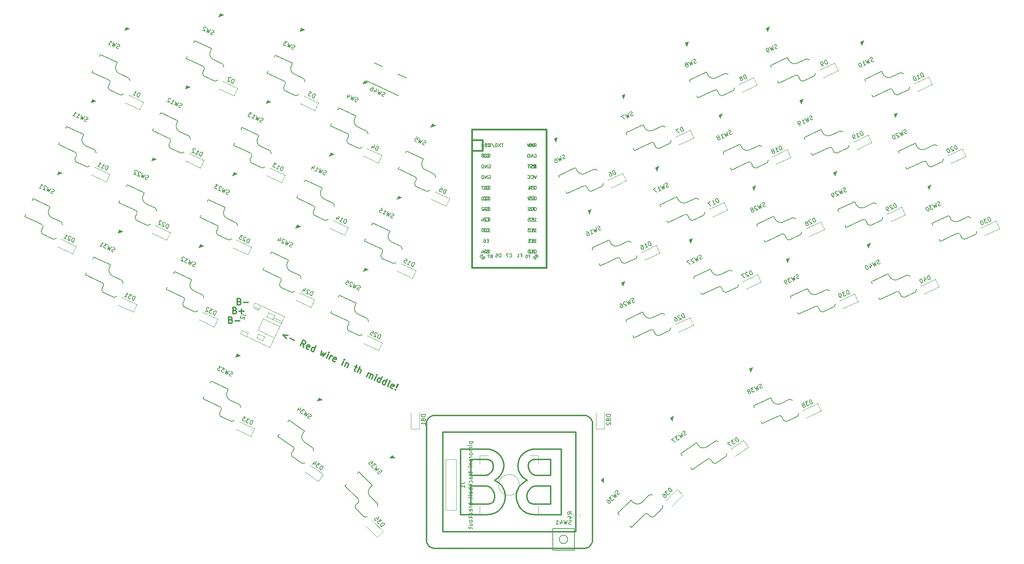
<source format=gbr>
%TF.GenerationSoftware,KiCad,Pcbnew,(5.1.10)-1*%
%TF.CreationDate,2021-12-17T13:46:14-08:00*%
%TF.ProjectId,barobord,6261726f-626f-4726-942e-6b696361645f,rev?*%
%TF.SameCoordinates,Original*%
%TF.FileFunction,Legend,Bot*%
%TF.FilePolarity,Positive*%
%FSLAX46Y46*%
G04 Gerber Fmt 4.6, Leading zero omitted, Abs format (unit mm)*
G04 Created by KiCad (PCBNEW (5.1.10)-1) date 2021-12-17 13:46:14*
%MOMM*%
%LPD*%
G01*
G04 APERTURE LIST*
%ADD10C,0.300000*%
%ADD11C,0.320000*%
%ADD12C,0.120000*%
%ADD13C,0.150000*%
%ADD14C,0.100000*%
%ADD15C,0.381000*%
G04 APERTURE END LIST*
D10*
X72080524Y-109616361D02*
X70863621Y-109521786D01*
X71718280Y-110393196D01*
X72546764Y-110306648D02*
X73582545Y-110789641D01*
X75801027Y-112454638D02*
X75649743Y-111595966D01*
X75024192Y-112092393D02*
X75658119Y-110732932D01*
X76176009Y-110974428D01*
X76275295Y-111099538D01*
X76309844Y-111194461D01*
X76314206Y-111354121D01*
X76223645Y-111548330D01*
X76098535Y-111647615D01*
X76003612Y-111682165D01*
X75843952Y-111686527D01*
X75326062Y-111445031D01*
X76931731Y-112903081D02*
X76772071Y-112907443D01*
X76513126Y-112786695D01*
X76413840Y-112661585D01*
X76409478Y-112501925D01*
X76650974Y-111984035D01*
X76776085Y-111884749D01*
X76935744Y-111880387D01*
X77194689Y-112001135D01*
X77293975Y-112126245D01*
X77298337Y-112285905D01*
X77237963Y-112415378D01*
X76530226Y-112242980D01*
X78131533Y-113541370D02*
X78765460Y-112181909D01*
X78161720Y-113476634D02*
X78002060Y-113480996D01*
X77743115Y-113360248D01*
X77643830Y-113235138D01*
X77609280Y-113140215D01*
X77604918Y-112980555D01*
X77786040Y-112592137D01*
X77911150Y-112492852D01*
X78006074Y-112458303D01*
X78165733Y-112453940D01*
X78424678Y-112574689D01*
X78523964Y-112699799D01*
X80107821Y-113359551D02*
X79944148Y-114386607D01*
X80504964Y-113859992D01*
X80462038Y-114628103D01*
X81143602Y-113842543D01*
X81238874Y-114990347D02*
X81661492Y-114084039D01*
X81872801Y-113630886D02*
X81777878Y-113665435D01*
X81812427Y-113760358D01*
X81907350Y-113725809D01*
X81872801Y-113630886D01*
X81812427Y-113760358D01*
X81886236Y-115292217D02*
X82308855Y-114385910D01*
X82188107Y-114644855D02*
X82313217Y-114545569D01*
X82408140Y-114511020D01*
X82567800Y-114506658D01*
X82697272Y-114567032D01*
X83275885Y-115861409D02*
X83116225Y-115865771D01*
X82857280Y-115745023D01*
X82757995Y-115619912D01*
X82753633Y-115460253D01*
X82995129Y-114942363D01*
X83120239Y-114843077D01*
X83279899Y-114838715D01*
X83538844Y-114959463D01*
X83638129Y-115084573D01*
X83642492Y-115244233D01*
X83582117Y-115373705D01*
X82874381Y-115201308D01*
X84928841Y-116711007D02*
X85351459Y-115804700D01*
X85562768Y-115351546D02*
X85467845Y-115386095D01*
X85502394Y-115481018D01*
X85597318Y-115446469D01*
X85562768Y-115351546D01*
X85502394Y-115481018D01*
X85998822Y-116106570D02*
X85576204Y-117012877D01*
X85938448Y-116236042D02*
X86033371Y-116201493D01*
X86193031Y-116197131D01*
X86387240Y-116287692D01*
X86486525Y-116412802D01*
X86490887Y-116572462D01*
X86158830Y-117284561D01*
X88070383Y-117072554D02*
X88588273Y-117314050D01*
X88475901Y-116709961D02*
X87932534Y-117875214D01*
X87936897Y-118034874D01*
X88036182Y-118159984D01*
X88165655Y-118220358D01*
X88618808Y-118431667D02*
X89252736Y-117072206D01*
X89201435Y-118703351D02*
X89533492Y-117991252D01*
X89529130Y-117831592D01*
X89429844Y-117706482D01*
X89235636Y-117615921D01*
X89075976Y-117620283D01*
X88981053Y-117654832D01*
X90884578Y-119488213D02*
X91307196Y-118581905D01*
X91246822Y-118711378D02*
X91341745Y-118676829D01*
X91501405Y-118672466D01*
X91695614Y-118763027D01*
X91794899Y-118888138D01*
X91799262Y-119047797D01*
X91467204Y-119759896D01*
X91799262Y-119047797D02*
X91924372Y-118948512D01*
X92084031Y-118944149D01*
X92278240Y-119034711D01*
X92377526Y-119159821D01*
X92381888Y-119319480D01*
X92049831Y-120031579D01*
X92697194Y-120333450D02*
X93119812Y-119427142D01*
X93331121Y-118973988D02*
X93236198Y-119008537D01*
X93270747Y-119103460D01*
X93365670Y-119068911D01*
X93331121Y-118973988D01*
X93270747Y-119103460D01*
X93927183Y-120907003D02*
X94561110Y-119547541D01*
X93957370Y-120842267D02*
X93797710Y-120846629D01*
X93538765Y-120725881D01*
X93439480Y-120600770D01*
X93404930Y-120505847D01*
X93400568Y-120346188D01*
X93581690Y-119957770D01*
X93706800Y-119858484D01*
X93801724Y-119823935D01*
X93961383Y-119819573D01*
X94220328Y-119940321D01*
X94319614Y-120065431D01*
X95157172Y-121480556D02*
X95791099Y-120121095D01*
X95187359Y-121415820D02*
X95027699Y-121420182D01*
X94768754Y-121299434D01*
X94669469Y-121174324D01*
X94634919Y-121079401D01*
X94630557Y-120919741D01*
X94811679Y-120531323D01*
X94936790Y-120432038D01*
X95031713Y-120397489D01*
X95191372Y-120393126D01*
X95450318Y-120513874D01*
X95549603Y-120638985D01*
X95998743Y-121872987D02*
X95899458Y-121747877D01*
X95895096Y-121588218D01*
X96438462Y-120422965D01*
X97064711Y-122291244D02*
X96905051Y-122295606D01*
X96646106Y-122174858D01*
X96546821Y-122049747D01*
X96542458Y-121890088D01*
X96783954Y-121372198D01*
X96909065Y-121272912D01*
X97068724Y-121268550D01*
X97327669Y-121389298D01*
X97426955Y-121514408D01*
X97431317Y-121674068D01*
X97370943Y-121803540D01*
X96663206Y-121631143D01*
X97742260Y-122528377D02*
X97776810Y-122623301D01*
X97681886Y-122657850D01*
X97647337Y-122562927D01*
X97742260Y-122528377D01*
X97681886Y-122657850D01*
X97923383Y-122139960D02*
X98220890Y-121332938D01*
X98315814Y-121298388D01*
X98350363Y-121393312D01*
X97923383Y-122139960D01*
X98315814Y-121298388D01*
X58420805Y-105920578D02*
X58635091Y-105992006D01*
X58706519Y-106063435D01*
X58777948Y-106206292D01*
X58777948Y-106420578D01*
X58706519Y-106563435D01*
X58635091Y-106634863D01*
X58492234Y-106706292D01*
X57920805Y-106706292D01*
X57920805Y-105206292D01*
X58420805Y-105206292D01*
X58563662Y-105277721D01*
X58635091Y-105349149D01*
X58706519Y-105492006D01*
X58706519Y-105634863D01*
X58635091Y-105777721D01*
X58563662Y-105849149D01*
X58420805Y-105920578D01*
X57920805Y-105920578D01*
X59420805Y-106134863D02*
X60563662Y-106134863D01*
X59400805Y-103670578D02*
X59615091Y-103742006D01*
X59686519Y-103813435D01*
X59757948Y-103956292D01*
X59757948Y-104170578D01*
X59686519Y-104313435D01*
X59615091Y-104384863D01*
X59472234Y-104456292D01*
X58900805Y-104456292D01*
X58900805Y-102956292D01*
X59400805Y-102956292D01*
X59543662Y-103027721D01*
X59615091Y-103099149D01*
X59686519Y-103242006D01*
X59686519Y-103384863D01*
X59615091Y-103527721D01*
X59543662Y-103599149D01*
X59400805Y-103670578D01*
X58900805Y-103670578D01*
X60400805Y-103884863D02*
X61543662Y-103884863D01*
X60972234Y-104456292D02*
X60972234Y-103313435D01*
X60460805Y-101530579D02*
X60675091Y-101602007D01*
X60746519Y-101673436D01*
X60817948Y-101816293D01*
X60817948Y-102030579D01*
X60746519Y-102173436D01*
X60675091Y-102244864D01*
X60532234Y-102316293D01*
X59960805Y-102316293D01*
X59960805Y-100816293D01*
X60460805Y-100816293D01*
X60603662Y-100887722D01*
X60675091Y-100959150D01*
X60746519Y-101102007D01*
X60746519Y-101244864D01*
X60675091Y-101387722D01*
X60603662Y-101459150D01*
X60460805Y-101530579D01*
X59960805Y-101530579D01*
X61460805Y-101744864D02*
X62603662Y-101744864D01*
D11*
X119453247Y-145623864D02*
X119244321Y-145610406D01*
X119535923Y-145628045D02*
X119484703Y-145628047D01*
X119689745Y-145651184D02*
X119535923Y-145628045D01*
X119484703Y-145628047D02*
X119453247Y-145623864D01*
X119244321Y-145610406D02*
X118985025Y-145604606D01*
X119930063Y-145721745D02*
X119887084Y-145706066D01*
X118734481Y-143072585D02*
X118854362Y-143072583D01*
X120995304Y-140124443D02*
X120674481Y-139626445D01*
X120960303Y-146577507D02*
X120791604Y-146346005D01*
X120013305Y-145753204D02*
X119930063Y-145721745D01*
X120252283Y-145876884D02*
X120013305Y-145753204D01*
X123259144Y-139133847D02*
X123313684Y-139254843D01*
X120539444Y-146085023D02*
X120252283Y-145876884D01*
X120791604Y-146346005D02*
X120539444Y-146085023D01*
X121008505Y-146659625D02*
X120960303Y-146577507D01*
X121430486Y-147903163D02*
X121324946Y-147345086D01*
X119578123Y-139227847D02*
X119391004Y-139227844D01*
X121430485Y-148089506D02*
X121430486Y-147903163D01*
X121102488Y-140955926D02*
X121102485Y-140822007D01*
X123173145Y-145631645D02*
X123282565Y-145792006D01*
X119391004Y-139227844D02*
X115757127Y-139227844D01*
X120139523Y-139327446D02*
X119578123Y-139227847D01*
X120601182Y-142272485D02*
X120879525Y-141841744D01*
X121383645Y-144244805D02*
X121590585Y-144342304D01*
X119578405Y-143002304D02*
X119629143Y-142986646D01*
X123313684Y-139254843D02*
X123505244Y-139889846D01*
X120317263Y-142566846D02*
X120601182Y-142272485D01*
X119214823Y-143054947D02*
X119527403Y-143013885D01*
X120156606Y-142693626D02*
X120211425Y-142650664D01*
X122344967Y-137891447D02*
X122442547Y-137977446D01*
X123587365Y-140704607D02*
X123587363Y-140973065D01*
X123792404Y-146835164D02*
X123962443Y-147740546D01*
X121705806Y-137410845D02*
X122247105Y-137801644D01*
X120828783Y-136996644D02*
X120961647Y-137047644D01*
X120211425Y-142650664D02*
X120317263Y-142566846D01*
X123282565Y-145792006D02*
X123395824Y-145952166D01*
X123449587Y-141778606D02*
X123036404Y-142726726D01*
X119888983Y-142867265D02*
X120156606Y-142693626D01*
X119629143Y-142986646D02*
X119888983Y-142867265D01*
X121102485Y-140822007D02*
X121102487Y-140647525D01*
X123204265Y-139012645D02*
X123259144Y-139133847D01*
X121639965Y-144097324D02*
X121383645Y-144244805D01*
X121590585Y-144342304D02*
X122479723Y-144924387D01*
X122247105Y-137801644D02*
X122344967Y-137891447D01*
X123587365Y-140500906D02*
X123587365Y-140704607D01*
X121094504Y-137098243D02*
X121705806Y-137410845D01*
X118854362Y-143072583D02*
X119214823Y-143054947D01*
X115757127Y-139227844D02*
X115757125Y-143072585D01*
X123962443Y-147740546D02*
X123962445Y-148042667D01*
X123395824Y-145952166D02*
X123792404Y-146835164D01*
X123587363Y-140973065D02*
X123449587Y-141778606D01*
X122479723Y-144924387D02*
X123173145Y-145631645D01*
X120129303Y-136818845D02*
X120828783Y-136996644D01*
X121046522Y-141358085D02*
X121102488Y-140955926D01*
X119452466Y-136742648D02*
X120129303Y-136818845D01*
X119527403Y-143013885D02*
X119578405Y-143002304D01*
X123036404Y-142726726D02*
X122347705Y-143548544D01*
X121324946Y-147345086D02*
X121078763Y-146768787D01*
X121078763Y-146768787D02*
X121008505Y-146659625D01*
X122442547Y-137977446D02*
X122866364Y-138459646D01*
X122866364Y-138459646D02*
X123204265Y-139012645D01*
X115757125Y-143072585D02*
X118734481Y-143072585D01*
X120674481Y-139626445D02*
X120139523Y-139327446D01*
X122347705Y-143548544D02*
X121639965Y-144097324D01*
X120961647Y-137047644D02*
X121094504Y-137098243D01*
X123505244Y-139889846D02*
X123587365Y-140500906D01*
X121102487Y-140647525D02*
X120995304Y-140124443D01*
X119887084Y-145706066D02*
X119689745Y-145651184D01*
X120879525Y-141841744D02*
X121046522Y-141358085D01*
X120375764Y-152356427D02*
X120274005Y-152371888D01*
X120955865Y-152227167D02*
X120481022Y-152336885D01*
X105116704Y-130605445D02*
X105156668Y-130304846D01*
X121360224Y-152102366D02*
X120955865Y-152227167D01*
X123743645Y-149414045D02*
X123294146Y-150391105D01*
X144804303Y-130605447D02*
X144804306Y-130705847D01*
X140835504Y-156502687D02*
X109085461Y-156502686D01*
X105989830Y-129059244D02*
X106327175Y-128876846D01*
X105696581Y-129301246D02*
X105989830Y-129059244D01*
X143220503Y-160431207D02*
X142919903Y-160471445D01*
X144648505Y-159260699D02*
X144466104Y-159598043D01*
X122872143Y-150990826D02*
X122516626Y-151371684D01*
X123294146Y-150391105D02*
X123235726Y-150480926D01*
X144763904Y-130304844D02*
X144804303Y-130605447D01*
X123962445Y-148042667D02*
X123962444Y-148359026D01*
X106700068Y-160431209D02*
X106327177Y-160315728D01*
X105156669Y-158887806D02*
X105116704Y-158587120D01*
X105989832Y-160133276D02*
X105696582Y-159891293D01*
X143930704Y-160133275D02*
X143593503Y-160315725D01*
X123962444Y-148359026D02*
X123806247Y-149203228D01*
X144804307Y-158487068D02*
X144804305Y-158587118D01*
X109085461Y-156502686D02*
X109085462Y-132690247D01*
X109085462Y-132690247D02*
X140835505Y-132690246D01*
X107000756Y-128721446D02*
X107101079Y-128721446D01*
X144466104Y-159598043D02*
X144224106Y-159891294D01*
X144804305Y-158587118D02*
X144763907Y-158887806D01*
X105116704Y-158587120D02*
X105116704Y-158487072D01*
X142819907Y-160471444D02*
X107101082Y-160471443D01*
X121430485Y-152075046D02*
X121360224Y-152102366D01*
X122438667Y-151441967D02*
X122364228Y-151508423D01*
X123775046Y-149308785D02*
X123743645Y-149414045D01*
X143593503Y-160315725D02*
X143220503Y-160431207D01*
X105116704Y-158487072D02*
X105116706Y-130705847D01*
X106327175Y-128876846D02*
X106700070Y-128761448D01*
X105272147Y-129931847D02*
X105454600Y-129594648D01*
X144763907Y-158887806D02*
X144648505Y-159260699D01*
X105454600Y-129594648D02*
X105696581Y-129301246D01*
X113271945Y-136742646D02*
X119226965Y-136742646D01*
X120274005Y-152371888D02*
X119488524Y-152450127D01*
X123180825Y-150570806D02*
X122872143Y-150990826D01*
X121524183Y-152035887D02*
X121430485Y-152075046D01*
X123806247Y-149203228D02*
X123775046Y-149308785D01*
X107000756Y-160471444D02*
X106700068Y-160431209D01*
X120481022Y-152336885D02*
X120375764Y-152356427D01*
X105116706Y-130705847D02*
X105116704Y-130605445D01*
X123235726Y-150480926D02*
X123180825Y-150570806D01*
X105454600Y-159598043D02*
X105272147Y-159260695D01*
X144224106Y-159891294D02*
X143930704Y-160133275D01*
X119226965Y-136742646D02*
X119452466Y-136742648D01*
X119226965Y-152450128D02*
X113271944Y-152450126D01*
X106700070Y-128761448D02*
X107000756Y-128721446D01*
X121963742Y-151799467D02*
X121524183Y-152035887D01*
X105156668Y-130304846D02*
X105272147Y-129931847D01*
X106327177Y-160315728D02*
X105989832Y-160133276D01*
X140835505Y-132690246D02*
X140835504Y-156502687D01*
X105696582Y-159891293D02*
X105454600Y-159598043D01*
X144804306Y-130705847D02*
X144804307Y-158487068D01*
X142919903Y-160471445D02*
X142819907Y-160471444D01*
X113271944Y-152450126D02*
X113271945Y-136742646D01*
X122364228Y-151508423D02*
X121963742Y-151799467D01*
X119488524Y-152450127D02*
X119226965Y-152450128D01*
X105272147Y-159260695D02*
X105156669Y-158887806D01*
X122516626Y-151371684D02*
X122438667Y-151441967D01*
X107101082Y-160471443D02*
X107000756Y-160471444D01*
X129598705Y-146577225D02*
X129550703Y-146659348D01*
X120349003Y-149803806D02*
X120949802Y-149460904D01*
X129248704Y-148889603D02*
X129609105Y-149460905D01*
X126596704Y-148042666D02*
X126596705Y-147740547D01*
X129234106Y-147345085D02*
X129128706Y-147903166D01*
X129456906Y-140647527D02*
X129456904Y-140822007D01*
X131023302Y-145628045D02*
X130869507Y-145651187D01*
X134802105Y-145604606D02*
X131660706Y-145604605D01*
X130019505Y-146085026D02*
X129767302Y-146345725D01*
X129767302Y-146345725D02*
X129598705Y-146577225D01*
X131344107Y-143054946D02*
X131704502Y-143072586D01*
X130980906Y-139227645D02*
X130419506Y-139327045D01*
X129456904Y-140822007D02*
X129456905Y-140955925D01*
X129550703Y-146659348D02*
X129480104Y-146768787D01*
X131105703Y-145623866D02*
X131074506Y-145628046D01*
X134802104Y-139227644D02*
X131168305Y-139227643D01*
X134802102Y-143072585D02*
X134802104Y-139227644D01*
X131168305Y-139227643D02*
X130980906Y-139227645D01*
X130980904Y-143002305D02*
X131031501Y-143013885D01*
X130929905Y-142986645D02*
X130980904Y-143002305D01*
X129480104Y-146768787D02*
X129234106Y-147345085D01*
X130545705Y-145753206D02*
X130306703Y-145876886D01*
X131051106Y-149918164D02*
X134802105Y-149918167D01*
X129128706Y-148289324D02*
X129248704Y-148889603D01*
X115757123Y-149918167D02*
X119508125Y-149918164D01*
X130672104Y-145706067D02*
X130629107Y-145721746D01*
X131824705Y-143072586D02*
X134802102Y-143072585D01*
X130347703Y-142650667D02*
X130402304Y-142693626D01*
X134802105Y-149918167D02*
X134802105Y-145604606D01*
X120949802Y-149460904D02*
X121310326Y-148889605D01*
X127163105Y-145952165D02*
X127276704Y-145792007D01*
X129563903Y-140124446D02*
X129456906Y-140647527D01*
X130419506Y-139327045D02*
X129884707Y-139626246D01*
X130402304Y-142693626D02*
X130669904Y-142867266D01*
X131704502Y-143072586D02*
X131824705Y-143072586D01*
X130840905Y-149918166D02*
X131051106Y-149918164D01*
X129128702Y-148089504D02*
X129128706Y-148289324D01*
X126766504Y-146835165D02*
X127163105Y-145952165D01*
X126596705Y-147740547D02*
X126766504Y-146835165D01*
X129128706Y-147903166D02*
X129128702Y-148089504D01*
X129884707Y-139626246D02*
X129563903Y-140124446D01*
X130869507Y-145651187D02*
X130672104Y-145706067D01*
X130241706Y-142566845D02*
X130347703Y-142650667D01*
X129957706Y-142272489D02*
X130241706Y-142566845D01*
X129512503Y-141358089D02*
X129679506Y-141841747D01*
X121310326Y-148889605D02*
X121430483Y-148289323D01*
X119718107Y-149918168D02*
X120349003Y-149803806D01*
X130306703Y-145876886D02*
X130019505Y-146085026D01*
X130629107Y-145721746D02*
X130545705Y-145753206D01*
X129609105Y-149460905D02*
X130209903Y-149803807D01*
X131574103Y-145604605D02*
X131314906Y-145610406D01*
X131314906Y-145610406D02*
X131105703Y-145623866D01*
X118898745Y-145604605D02*
X115757126Y-145604606D01*
X121430483Y-148289323D02*
X121430485Y-148089506D01*
X118985025Y-145604606D02*
X118898745Y-145604605D01*
X131074506Y-145628046D02*
X131023302Y-145628045D01*
X130209903Y-149803807D02*
X130840905Y-149918166D01*
X115757126Y-145604606D02*
X115757123Y-149918167D01*
X129456905Y-140955925D02*
X129512503Y-141358089D01*
X131031501Y-143013885D02*
X131344107Y-143054946D01*
X130669904Y-142867266D02*
X130929905Y-142986645D01*
X131660706Y-145604605D02*
X131574103Y-145604605D01*
X119508125Y-149918164D02*
X119718107Y-149918168D01*
X129679506Y-141841747D02*
X129957706Y-142272489D01*
X143220505Y-128761445D02*
X143593504Y-128876843D01*
X142919904Y-128721447D02*
X143220505Y-128761445D01*
X144466103Y-129594648D02*
X144648505Y-129931845D01*
X142819902Y-128721447D02*
X142919904Y-128721447D01*
X143593504Y-128876843D02*
X143930706Y-129059245D01*
X144224103Y-129301243D02*
X144466103Y-129594648D01*
X143930706Y-129059245D02*
X144224103Y-129301243D01*
X107101079Y-128721446D02*
X142819902Y-128721447D01*
X128853103Y-137410847D02*
X129464706Y-137098247D01*
X127245304Y-139254845D02*
X127300107Y-139133844D01*
X128595106Y-151799463D02*
X128194705Y-151508426D01*
X127692507Y-138459648D02*
X128116503Y-137977244D01*
X126752706Y-149203226D02*
X126596706Y-148332568D01*
X128211305Y-143548544D02*
X127522504Y-142726725D01*
X128116503Y-137977244D02*
X128214306Y-137891444D01*
X127354705Y-139012647D02*
X127692507Y-138459648D01*
X130078106Y-152336883D02*
X129603306Y-152227169D01*
X128968306Y-144342304D02*
X129175506Y-144244802D01*
X130429905Y-136818845D02*
X131106704Y-136742647D01*
X126784104Y-149308784D02*
X126752706Y-149203226D01*
X126815308Y-149414046D02*
X126784104Y-149308784D01*
X129597502Y-137047646D02*
X129730307Y-136996644D01*
X137287303Y-136742647D02*
X137287307Y-152450126D01*
X131045305Y-152450125D02*
X130285306Y-152371884D01*
X127686704Y-150990825D02*
X127378104Y-150570803D01*
X129199104Y-152102366D02*
X129128704Y-152075046D01*
X126596706Y-148332568D02*
X126596704Y-148042666D01*
X126971903Y-140973286D02*
X126971903Y-140704885D01*
X127264706Y-150390826D02*
X126815308Y-149414046D01*
X127522504Y-142726725D02*
X127109306Y-141778604D01*
X128042306Y-151371686D02*
X127686704Y-150990825D01*
X127323503Y-150480926D02*
X127264706Y-150390826D01*
X128120503Y-151441965D02*
X128042306Y-151371686D01*
X131332507Y-136742648D02*
X137287303Y-136742647D01*
X129603306Y-152227169D02*
X129199104Y-152102366D01*
X128079506Y-144924387D02*
X128968306Y-144342304D01*
X129175506Y-144244802D02*
X128918906Y-144097326D01*
X131332505Y-152450126D02*
X131045305Y-152450125D01*
X126971907Y-140500908D02*
X127053707Y-139889847D01*
X137287307Y-152450126D02*
X131332505Y-152450126D01*
X127276704Y-145792007D02*
X127386105Y-145631644D01*
X131106704Y-136742647D02*
X131332507Y-136742648D01*
X129464706Y-137098247D02*
X129597502Y-137047646D01*
X128214306Y-137891444D02*
X128311904Y-137801644D01*
X126971903Y-140704885D02*
X126971907Y-140500908D01*
X127109306Y-141778604D02*
X126971903Y-140973286D01*
X128918906Y-144097326D02*
X128211305Y-143548544D01*
X128194705Y-151508426D02*
X128120503Y-151441965D01*
X127378104Y-150570803D02*
X127323503Y-150480926D01*
X130183704Y-152356425D02*
X130078106Y-152336883D01*
X129730307Y-136996644D02*
X130429905Y-136818845D01*
X129128704Y-152075046D02*
X129034704Y-152035887D01*
X129034704Y-152035887D02*
X128595106Y-151799463D01*
X127386105Y-145631644D02*
X128079506Y-144924387D01*
X128311904Y-137801644D02*
X128853103Y-137410847D01*
X127300107Y-139133844D02*
X127354705Y-139012647D01*
X127053707Y-139889847D02*
X127245304Y-139254845D01*
X130285306Y-152371884D02*
X130183704Y-152356425D01*
X144648505Y-129931845D02*
X144763904Y-130304844D01*
D12*
%TO.C,J2*%
X65052568Y-103617463D02*
X65170901Y-103363697D01*
X65170901Y-103363697D02*
X63720808Y-102687507D01*
X63720808Y-102687507D02*
X64109617Y-101853704D01*
X64109617Y-101853704D02*
X71196944Y-105158579D01*
X71196944Y-105158579D02*
X67765284Y-112517798D01*
X67765284Y-112517798D02*
X60677957Y-109212924D01*
X60677957Y-109212924D02*
X61066766Y-108379120D01*
X61066766Y-108379120D02*
X62516858Y-109055310D01*
X62516858Y-109055310D02*
X62635191Y-108801543D01*
X70115041Y-107478727D02*
X66163539Y-105636111D01*
X66163539Y-105636111D02*
X64895685Y-108355035D01*
X64895685Y-108355035D02*
X68847187Y-110197650D01*
X65559710Y-102529894D02*
X65170901Y-103363697D01*
X62128049Y-109889113D02*
X62516858Y-109055310D01*
X67377406Y-104216067D02*
X68827499Y-104892256D01*
X68827499Y-104892256D02*
X68404880Y-105798564D01*
X68404880Y-105798564D02*
X66954788Y-105122374D01*
X66954788Y-105122374D02*
X67377406Y-104216067D01*
X64588126Y-110197698D02*
X66038218Y-110873887D01*
X66038218Y-110873887D02*
X66460836Y-109967579D01*
X66460836Y-109967579D02*
X65010744Y-109291390D01*
X65010744Y-109291390D02*
X64588126Y-110197698D01*
X68404880Y-105798564D02*
X70453136Y-106753681D01*
X68616190Y-105345410D02*
X70664445Y-106300527D01*
X65052568Y-103617463D02*
X63951404Y-103103982D01*
D13*
%TO.C,SW40*%
X213079057Y-100513242D02*
X213332628Y-101057027D01*
X219979698Y-95199002D02*
X217713929Y-96255548D01*
X219162557Y-100545242D02*
X218498094Y-100303397D01*
X218075476Y-99397090D02*
X218498094Y-100303397D01*
X213332628Y-101057027D02*
X217411013Y-99155245D01*
X220644161Y-95440847D02*
X219979698Y-95199002D01*
X222123325Y-98612924D02*
X221881480Y-99277387D01*
X221881480Y-99277387D02*
X219162557Y-100545242D01*
X215720540Y-95530014D02*
X215424707Y-94895598D01*
X215424707Y-94895598D02*
X211346322Y-96797381D01*
X211346322Y-96797381D02*
X211557631Y-97250534D01*
X217411013Y-99155245D02*
G75*
G02*
X218075476Y-99397090I211309J-453154D01*
G01*
X217713929Y-96255547D02*
G75*
G02*
X215720540Y-95530014I-633928J1359461D01*
G01*
%TO.C,SW39*%
X193746121Y-104011446D02*
X193999692Y-104555231D01*
X200646762Y-98697206D02*
X198380993Y-99753752D01*
X199829621Y-104043446D02*
X199165158Y-103801601D01*
X198742540Y-102895294D02*
X199165158Y-103801601D01*
X193999692Y-104555231D02*
X198078077Y-102653449D01*
X201311225Y-98939051D02*
X200646762Y-98697206D01*
X202790389Y-102111128D02*
X202548544Y-102775591D01*
X202548544Y-102775591D02*
X199829621Y-104043446D01*
X196387604Y-99028218D02*
X196091771Y-98393802D01*
X196091771Y-98393802D02*
X192013386Y-100295585D01*
X192013386Y-100295585D02*
X192224695Y-100748738D01*
X198078077Y-102653449D02*
G75*
G02*
X198742540Y-102895294I211309J-453154D01*
G01*
X198380993Y-99753751D02*
G75*
G02*
X196387604Y-99028218I-633928J1359461D01*
G01*
%TO.C,SW38*%
X184978632Y-130167350D02*
X185232203Y-130711135D01*
X191879273Y-124853110D02*
X189613504Y-125909656D01*
X191062132Y-130199350D02*
X190397669Y-129957505D01*
X189975051Y-129051198D02*
X190397669Y-129957505D01*
X185232203Y-130711135D02*
X189310588Y-128809353D01*
X192543736Y-125094955D02*
X191879273Y-124853110D01*
X194022900Y-128267032D02*
X193781055Y-128931495D01*
X193781055Y-128931495D02*
X191062132Y-130199350D01*
X187620115Y-125184122D02*
X187324282Y-124549706D01*
X187324282Y-124549706D02*
X183245897Y-126451489D01*
X183245897Y-126451489D02*
X183457206Y-126904642D01*
X189310588Y-128809353D02*
G75*
G02*
X189975051Y-129051198I211309J-453154D01*
G01*
X189613504Y-125909655D02*
G75*
G02*
X187620115Y-125184122I-633928J1359461D01*
G01*
%TO.C,SW37*%
X168247558Y-141235986D02*
X168591704Y-141727477D01*
X174120555Y-134804197D02*
X172072675Y-136238138D01*
X174244193Y-140211110D02*
X173547828Y-140088323D01*
X172974252Y-139269171D02*
X173547828Y-140088323D01*
X168591704Y-141727477D02*
X172277888Y-139146383D01*
X174816919Y-134926985D02*
X174120555Y-134804197D01*
X176824437Y-137794017D02*
X176701649Y-138490381D01*
X176701649Y-138490381D02*
X174244193Y-140211110D01*
X169983582Y-135869775D02*
X169582079Y-135296368D01*
X169582079Y-135296368D02*
X165895894Y-137877462D01*
X165895894Y-137877462D02*
X166182683Y-138287038D01*
X172277888Y-139146383D02*
G75*
G02*
X172974252Y-139269171I286788J-409576D01*
G01*
X172072675Y-136238138D02*
G75*
G02*
X169983582Y-135869775I-860365J1228728D01*
G01*
%TO.C,SW36*%
X153692715Y-155041787D02*
X154116979Y-155466052D01*
X158359619Y-147687877D02*
X156591852Y-149455644D01*
X159420279Y-152991178D02*
X158713173Y-152991178D01*
X158006066Y-152284071D02*
X158713173Y-152991178D01*
X154116979Y-155466052D02*
X157298959Y-152284071D01*
X159066726Y-147687877D02*
X158359619Y-147687877D01*
X161541600Y-150162751D02*
X161541600Y-150869857D01*
X161541600Y-150869857D02*
X159420279Y-152991178D01*
X154470532Y-149455644D02*
X153975557Y-148960669D01*
X153975557Y-148960669D02*
X150793577Y-152142650D01*
X150793577Y-152142650D02*
X151147130Y-152496203D01*
X157298959Y-152284070D02*
G75*
G02*
X158006066Y-152284071I353553J-353554D01*
G01*
X156591852Y-149455644D02*
G75*
G02*
X154470532Y-149455644I-1060660J1060660D01*
G01*
%TO.C,SW35*%
X86099619Y-145142290D02*
X85675354Y-145566554D01*
X93453529Y-149809194D02*
X91685762Y-148041427D01*
X88150228Y-150869854D02*
X88150228Y-150162748D01*
X88857335Y-149455641D02*
X88150228Y-150162748D01*
X85675354Y-145566554D02*
X88857335Y-148748534D01*
X93453529Y-150516301D02*
X93453529Y-149809194D01*
X90978655Y-152991175D02*
X90271549Y-152991175D01*
X90271549Y-152991175D02*
X88150228Y-150869854D01*
X91685762Y-145920107D02*
X92180737Y-145425132D01*
X92180737Y-145425132D02*
X88998756Y-142243152D01*
X88998756Y-142243152D02*
X88645203Y-142596705D01*
X88857336Y-148748534D02*
G75*
G02*
X88857335Y-149455641I-353554J-353553D01*
G01*
X91685762Y-148041427D02*
G75*
G02*
X91685762Y-145920107I1060660J1060660D01*
G01*
%TO.C,SW34*%
X69976136Y-133205916D02*
X69631990Y-133697408D01*
X78028723Y-136524927D02*
X75980843Y-135090986D01*
X72990173Y-138490382D02*
X72867385Y-137794018D01*
X73440962Y-136974866D02*
X72867385Y-137794018D01*
X69631990Y-133697408D02*
X73318174Y-136278502D01*
X78151511Y-137221291D02*
X78028723Y-136524927D01*
X76143994Y-140088324D02*
X75447629Y-140211111D01*
X75447629Y-140211111D02*
X72990173Y-138490382D01*
X75612480Y-133001893D02*
X76013983Y-132428487D01*
X76013983Y-132428487D02*
X72327799Y-129847393D01*
X72327799Y-129847393D02*
X72041011Y-130256969D01*
X73318174Y-136278502D02*
G75*
G02*
X73440962Y-136974866I-286788J-409576D01*
G01*
X75980843Y-135090986D02*
G75*
G02*
X75612480Y-133001893I860365J1228728D01*
G01*
%TO.C,SW33*%
X52024877Y-124250698D02*
X51771306Y-124794482D01*
X60531468Y-126120968D02*
X58265699Y-125064423D01*
X55910763Y-128931498D02*
X55668918Y-128267035D01*
X56091536Y-127360728D02*
X55668918Y-128267035D01*
X51771306Y-124794482D02*
X55849691Y-126696265D01*
X60773313Y-126785431D02*
X60531468Y-126120968D01*
X59294149Y-129957508D02*
X58629686Y-130199353D01*
X58629686Y-130199353D02*
X55910763Y-128931498D01*
X57540164Y-123071033D02*
X57835997Y-122436618D01*
X57835997Y-122436618D02*
X53757612Y-120534836D01*
X53757612Y-120534836D02*
X53546303Y-120987990D01*
X55849691Y-126696265D02*
G75*
G02*
X56091536Y-127360728I-211309J-453154D01*
G01*
X58265698Y-125064423D02*
G75*
G02*
X57540164Y-123071033I633928J1359462D01*
G01*
%TO.C,SW32*%
X43257397Y-98094795D02*
X43003826Y-98638579D01*
X51763988Y-99965065D02*
X49498219Y-98908520D01*
X47143283Y-102775595D02*
X46901438Y-102111132D01*
X47324056Y-101204825D02*
X46901438Y-102111132D01*
X43003826Y-98638579D02*
X47082211Y-100540362D01*
X52005833Y-100629528D02*
X51763988Y-99965065D01*
X50526669Y-103801605D02*
X49862206Y-104043450D01*
X49862206Y-104043450D02*
X47143283Y-102775595D01*
X48772684Y-96915130D02*
X49068517Y-96280715D01*
X49068517Y-96280715D02*
X44990132Y-94378933D01*
X44990132Y-94378933D02*
X44778823Y-94832087D01*
X47082211Y-100540362D02*
G75*
G02*
X47324056Y-101204825I-211309J-453154D01*
G01*
X49498218Y-98908520D02*
G75*
G02*
X48772684Y-96915130I633928J1359462D01*
G01*
%TO.C,SW31*%
X23924459Y-94596587D02*
X23670888Y-95140371D01*
X32431050Y-96466857D02*
X30165281Y-95410312D01*
X27810345Y-99277387D02*
X27568500Y-98612924D01*
X27991118Y-97706617D02*
X27568500Y-98612924D01*
X23670888Y-95140371D02*
X27749273Y-97042154D01*
X32672895Y-97131320D02*
X32431050Y-96466857D01*
X31193731Y-100303397D02*
X30529268Y-100545242D01*
X30529268Y-100545242D02*
X27810345Y-99277387D01*
X29439746Y-93416922D02*
X29735579Y-92782507D01*
X29735579Y-92782507D02*
X25657194Y-90880725D01*
X25657194Y-90880725D02*
X25445885Y-91333879D01*
X27749273Y-97042154D02*
G75*
G02*
X27991118Y-97706617I-211309J-453154D01*
G01*
X30165280Y-95410312D02*
G75*
G02*
X29439746Y-93416922I633928J1359462D01*
G01*
%TO.C,SW30*%
X227551883Y-86592494D02*
X227805454Y-87136279D01*
X234452524Y-81278254D02*
X232186755Y-82334800D01*
X233635383Y-86624494D02*
X232970920Y-86382649D01*
X232548302Y-85476342D02*
X232970920Y-86382649D01*
X227805454Y-87136279D02*
X231883839Y-85234497D01*
X235116987Y-81520099D02*
X234452524Y-81278254D01*
X236596151Y-84692176D02*
X236354306Y-85356639D01*
X236354306Y-85356639D02*
X233635383Y-86624494D01*
X230193366Y-81609266D02*
X229897533Y-80974850D01*
X229897533Y-80974850D02*
X225819148Y-82876633D01*
X225819148Y-82876633D02*
X226030457Y-83329786D01*
X231883839Y-85234497D02*
G75*
G02*
X232548302Y-85476342I211309J-453154D01*
G01*
X232186755Y-82334799D02*
G75*
G02*
X230193366Y-81609266I-633928J1359461D01*
G01*
%TO.C,SW29*%
X205049310Y-83293395D02*
X205302881Y-83837180D01*
X211949951Y-77979155D02*
X209684182Y-79035701D01*
X211132810Y-83325395D02*
X210468347Y-83083550D01*
X210045729Y-82177243D02*
X210468347Y-83083550D01*
X205302881Y-83837180D02*
X209381266Y-81935398D01*
X212614414Y-78221000D02*
X211949951Y-77979155D01*
X214093578Y-81393077D02*
X213851733Y-82057540D01*
X213851733Y-82057540D02*
X211132810Y-83325395D01*
X207690793Y-78310167D02*
X207394960Y-77675751D01*
X207394960Y-77675751D02*
X203316575Y-79577534D01*
X203316575Y-79577534D02*
X203527884Y-80030687D01*
X209381266Y-81935398D02*
G75*
G02*
X210045729Y-82177243I211309J-453154D01*
G01*
X209684182Y-79035700D02*
G75*
G02*
X207690793Y-78310167I-633928J1359461D01*
G01*
%TO.C,SW28*%
X185716372Y-86791605D02*
X185969943Y-87335390D01*
X192617013Y-81477365D02*
X190351244Y-82533911D01*
X191799872Y-86823605D02*
X191135409Y-86581760D01*
X190712791Y-85675453D02*
X191135409Y-86581760D01*
X185969943Y-87335390D02*
X190048328Y-85433608D01*
X193281476Y-81719210D02*
X192617013Y-81477365D01*
X194760640Y-84891287D02*
X194518795Y-85555750D01*
X194518795Y-85555750D02*
X191799872Y-86823605D01*
X188357855Y-81808377D02*
X188062022Y-81173961D01*
X188062022Y-81173961D02*
X183983637Y-83075744D01*
X183983637Y-83075744D02*
X184194946Y-83528897D01*
X190048328Y-85433608D02*
G75*
G02*
X190712791Y-85675453I211309J-453154D01*
G01*
X190351244Y-82533910D02*
G75*
G02*
X188357855Y-81808377I-633928J1359461D01*
G01*
%TO.C,SW27*%
X170609615Y-99352887D02*
X170863186Y-99896672D01*
X177510256Y-94038647D02*
X175244487Y-95095193D01*
X176693115Y-99384887D02*
X176028652Y-99143042D01*
X175606034Y-98236735D02*
X176028652Y-99143042D01*
X170863186Y-99896672D02*
X174941571Y-97994890D01*
X178174719Y-94280492D02*
X177510256Y-94038647D01*
X179653883Y-97452569D02*
X179412038Y-98117032D01*
X179412038Y-98117032D02*
X176693115Y-99384887D01*
X173251098Y-94369659D02*
X172955265Y-93735243D01*
X172955265Y-93735243D02*
X168876880Y-95637026D01*
X168876880Y-95637026D02*
X169088189Y-96090179D01*
X174941571Y-97994890D02*
G75*
G02*
X175606034Y-98236735I211309J-453154D01*
G01*
X175244487Y-95095192D02*
G75*
G02*
X173251098Y-94369659I-633928J1359461D01*
G01*
%TO.C,SW26*%
X154446312Y-109648406D02*
X154699883Y-110192191D01*
X161346953Y-104334166D02*
X159081184Y-105390712D01*
X160529812Y-109680406D02*
X159865349Y-109438561D01*
X159442731Y-108532254D02*
X159865349Y-109438561D01*
X154699883Y-110192191D02*
X158778268Y-108290409D01*
X162011416Y-104576011D02*
X161346953Y-104334166D01*
X163490580Y-107748088D02*
X163248735Y-108412551D01*
X163248735Y-108412551D02*
X160529812Y-109680406D01*
X157087795Y-104665178D02*
X156791962Y-104030762D01*
X156791962Y-104030762D02*
X152713577Y-105932545D01*
X152713577Y-105932545D02*
X152924886Y-106385698D01*
X158778268Y-108290409D02*
G75*
G02*
X159442731Y-108532254I211309J-453154D01*
G01*
X159081184Y-105390711D02*
G75*
G02*
X157087795Y-104665178I-633928J1359461D01*
G01*
%TO.C,SW25*%
X82557203Y-103731750D02*
X82303632Y-104275534D01*
X91063794Y-105602020D02*
X88798025Y-104545475D01*
X86443089Y-108412550D02*
X86201244Y-107748087D01*
X86623862Y-106841780D02*
X86201244Y-107748087D01*
X82303632Y-104275534D02*
X86382017Y-106177317D01*
X91305639Y-106266483D02*
X91063794Y-105602020D01*
X89826475Y-109438560D02*
X89162012Y-109680405D01*
X89162012Y-109680405D02*
X86443089Y-108412550D01*
X88072490Y-102552085D02*
X88368323Y-101917670D01*
X88368323Y-101917670D02*
X84289938Y-100015888D01*
X84289938Y-100015888D02*
X84078629Y-100469042D01*
X86382017Y-106177317D02*
G75*
G02*
X86623862Y-106841780I-211309J-453154D01*
G01*
X88798024Y-104545475D02*
G75*
G02*
X88072490Y-102552085I633928J1359462D01*
G01*
%TO.C,SW24*%
X66393899Y-93436233D02*
X66140328Y-93980017D01*
X74900490Y-95306503D02*
X72634721Y-94249958D01*
X70279785Y-98117033D02*
X70037940Y-97452570D01*
X70460558Y-96546263D02*
X70037940Y-97452570D01*
X66140328Y-93980017D02*
X70218713Y-95881800D01*
X75142335Y-95970966D02*
X74900490Y-95306503D01*
X73663171Y-99143043D02*
X72998708Y-99384888D01*
X72998708Y-99384888D02*
X70279785Y-98117033D01*
X71909186Y-92256568D02*
X72205019Y-91622153D01*
X72205019Y-91622153D02*
X68126634Y-89720371D01*
X68126634Y-89720371D02*
X67915325Y-90173525D01*
X70218713Y-95881800D02*
G75*
G02*
X70460558Y-96546263I-211309J-453154D01*
G01*
X72634720Y-94249958D02*
G75*
G02*
X71909186Y-92256568I633928J1359462D01*
G01*
%TO.C,SW23*%
X51287144Y-80874946D02*
X51033573Y-81418730D01*
X59793735Y-82745216D02*
X57527966Y-81688671D01*
X55173030Y-85555746D02*
X54931185Y-84891283D01*
X55353803Y-83984976D02*
X54931185Y-84891283D01*
X51033573Y-81418730D02*
X55111958Y-83320513D01*
X60035580Y-83409679D02*
X59793735Y-82745216D01*
X58556416Y-86581756D02*
X57891953Y-86823601D01*
X57891953Y-86823601D02*
X55173030Y-85555746D01*
X56802431Y-79695281D02*
X57098264Y-79060866D01*
X57098264Y-79060866D02*
X53019879Y-77159084D01*
X53019879Y-77159084D02*
X52808570Y-77612238D01*
X55111958Y-83320513D02*
G75*
G02*
X55353803Y-83984976I-211309J-453154D01*
G01*
X57527965Y-81688671D02*
G75*
G02*
X56802431Y-79695281I633928J1359462D01*
G01*
%TO.C,SW22*%
X31954207Y-77376741D02*
X31700636Y-77920525D01*
X40460798Y-79247011D02*
X38195029Y-78190466D01*
X35840093Y-82057541D02*
X35598248Y-81393078D01*
X36020866Y-80486771D02*
X35598248Y-81393078D01*
X31700636Y-77920525D02*
X35779021Y-79822308D01*
X40702643Y-79911474D02*
X40460798Y-79247011D01*
X39223479Y-83083551D02*
X38559016Y-83325396D01*
X38559016Y-83325396D02*
X35840093Y-82057541D01*
X37469494Y-76197076D02*
X37765327Y-75562661D01*
X37765327Y-75562661D02*
X33686942Y-73660879D01*
X33686942Y-73660879D02*
X33475633Y-74114033D01*
X35779021Y-79822308D02*
G75*
G02*
X36020866Y-80486771I-211309J-453154D01*
G01*
X38195028Y-78190466D02*
G75*
G02*
X37469494Y-76197076I633928J1359462D01*
G01*
%TO.C,SW21*%
X9451628Y-80675840D02*
X9198057Y-81219624D01*
X17958219Y-82546110D02*
X15692450Y-81489565D01*
X13337514Y-85356640D02*
X13095669Y-84692177D01*
X13518287Y-83785870D02*
X13095669Y-84692177D01*
X9198057Y-81219624D02*
X13276442Y-83121407D01*
X18200064Y-83210573D02*
X17958219Y-82546110D01*
X16720900Y-86382650D02*
X16056437Y-86624495D01*
X16056437Y-86624495D02*
X13337514Y-85356640D01*
X14966915Y-79496175D02*
X15262748Y-78861760D01*
X15262748Y-78861760D02*
X11184363Y-76959978D01*
X11184363Y-76959978D02*
X10973054Y-77413132D01*
X13276442Y-83121407D02*
G75*
G02*
X13518287Y-83785870I-211309J-453154D01*
G01*
X15692449Y-81489565D02*
G75*
G02*
X14966915Y-79496175I633928J1359462D01*
G01*
%TO.C,SW20*%
X219522136Y-69372647D02*
X219775707Y-69916432D01*
X226422777Y-64058407D02*
X224157008Y-65114953D01*
X225605636Y-69404647D02*
X224941173Y-69162802D01*
X224518555Y-68256495D02*
X224941173Y-69162802D01*
X219775707Y-69916432D02*
X223854092Y-68014650D01*
X227087240Y-64300252D02*
X226422777Y-64058407D01*
X228566404Y-67472329D02*
X228324559Y-68136792D01*
X228324559Y-68136792D02*
X225605636Y-69404647D01*
X222163619Y-64389419D02*
X221867786Y-63755003D01*
X221867786Y-63755003D02*
X217789401Y-65656786D01*
X217789401Y-65656786D02*
X218000710Y-66109939D01*
X223854092Y-68014650D02*
G75*
G02*
X224518555Y-68256495I211309J-453154D01*
G01*
X224157008Y-65114952D02*
G75*
G02*
X222163619Y-64389419I-633928J1359461D01*
G01*
%TO.C,SW19*%
X197019564Y-66073546D02*
X197273135Y-66617331D01*
X203920205Y-60759306D02*
X201654436Y-61815852D01*
X203103064Y-66105546D02*
X202438601Y-65863701D01*
X202015983Y-64957394D02*
X202438601Y-65863701D01*
X197273135Y-66617331D02*
X201351520Y-64715549D01*
X204584668Y-61001151D02*
X203920205Y-60759306D01*
X206063832Y-64173228D02*
X205821987Y-64837691D01*
X205821987Y-64837691D02*
X203103064Y-66105546D01*
X199661047Y-61090318D02*
X199365214Y-60455902D01*
X199365214Y-60455902D02*
X195286829Y-62357685D01*
X195286829Y-62357685D02*
X195498138Y-62810838D01*
X201351520Y-64715549D02*
G75*
G02*
X202015983Y-64957394I211309J-453154D01*
G01*
X201654436Y-61815851D02*
G75*
G02*
X199661047Y-61090318I-633928J1359461D01*
G01*
%TO.C,SW18*%
X177686622Y-69571756D02*
X177940193Y-70115541D01*
X184587263Y-64257516D02*
X182321494Y-65314062D01*
X183770122Y-69603756D02*
X183105659Y-69361911D01*
X182683041Y-68455604D02*
X183105659Y-69361911D01*
X177940193Y-70115541D02*
X182018578Y-68213759D01*
X185251726Y-64499361D02*
X184587263Y-64257516D01*
X186730890Y-67671438D02*
X186489045Y-68335901D01*
X186489045Y-68335901D02*
X183770122Y-69603756D01*
X180328105Y-64588528D02*
X180032272Y-63954112D01*
X180032272Y-63954112D02*
X175953887Y-65855895D01*
X175953887Y-65855895D02*
X176165196Y-66309048D01*
X182018578Y-68213759D02*
G75*
G02*
X182683041Y-68455604I211309J-453154D01*
G01*
X182321494Y-65314061D02*
G75*
G02*
X180328105Y-64588528I-633928J1359461D01*
G01*
%TO.C,SW17*%
X162579870Y-82133042D02*
X162833441Y-82676827D01*
X169480511Y-76818802D02*
X167214742Y-77875348D01*
X168663370Y-82165042D02*
X167998907Y-81923197D01*
X167576289Y-81016890D02*
X167998907Y-81923197D01*
X162833441Y-82676827D02*
X166911826Y-80775045D01*
X170144974Y-77060647D02*
X169480511Y-76818802D01*
X171624138Y-80232724D02*
X171382293Y-80897187D01*
X171382293Y-80897187D02*
X168663370Y-82165042D01*
X165221353Y-77149814D02*
X164925520Y-76515398D01*
X164925520Y-76515398D02*
X160847135Y-78417181D01*
X160847135Y-78417181D02*
X161058444Y-78870334D01*
X166911826Y-80775045D02*
G75*
G02*
X167576289Y-81016890I211309J-453154D01*
G01*
X167214742Y-77875347D02*
G75*
G02*
X165221353Y-77149814I-633928J1359461D01*
G01*
%TO.C,SW16*%
X146416563Y-92428559D02*
X146670134Y-92972344D01*
X153317204Y-87114319D02*
X151051435Y-88170865D01*
X152500063Y-92460559D02*
X151835600Y-92218714D01*
X151412982Y-91312407D02*
X151835600Y-92218714D01*
X146670134Y-92972344D02*
X150748519Y-91070562D01*
X153981667Y-87356164D02*
X153317204Y-87114319D01*
X155460831Y-90528241D02*
X155218986Y-91192704D01*
X155218986Y-91192704D02*
X152500063Y-92460559D01*
X149058046Y-87445331D02*
X148762213Y-86810915D01*
X148762213Y-86810915D02*
X144683828Y-88712698D01*
X144683828Y-88712698D02*
X144895137Y-89165851D01*
X150748519Y-91070562D02*
G75*
G02*
X151412982Y-91312407I211309J-453154D01*
G01*
X151051435Y-88170864D02*
G75*
G02*
X149058046Y-87445331I-633928J1359461D01*
G01*
%TO.C,SW15*%
X90586950Y-86511906D02*
X90333379Y-87055690D01*
X99093541Y-88382176D02*
X96827772Y-87325631D01*
X94472836Y-91192706D02*
X94230991Y-90528243D01*
X94653609Y-89621936D02*
X94230991Y-90528243D01*
X90333379Y-87055690D02*
X94411764Y-88957473D01*
X99335386Y-89046639D02*
X99093541Y-88382176D01*
X97856222Y-92218716D02*
X97191759Y-92460561D01*
X97191759Y-92460561D02*
X94472836Y-91192706D01*
X96102237Y-85332241D02*
X96398070Y-84697826D01*
X96398070Y-84697826D02*
X92319685Y-82796044D01*
X92319685Y-82796044D02*
X92108376Y-83249198D01*
X94411764Y-88957473D02*
G75*
G02*
X94653609Y-89621936I-211309J-453154D01*
G01*
X96827771Y-87325631D02*
G75*
G02*
X96102237Y-85332241I633928J1359462D01*
G01*
%TO.C,SW14*%
X74423646Y-76216387D02*
X74170075Y-76760171D01*
X82930237Y-78086657D02*
X80664468Y-77030112D01*
X78309532Y-80897187D02*
X78067687Y-80232724D01*
X78490305Y-79326417D02*
X78067687Y-80232724D01*
X74170075Y-76760171D02*
X78248460Y-78661954D01*
X83172082Y-78751120D02*
X82930237Y-78086657D01*
X81692918Y-81923197D02*
X81028455Y-82165042D01*
X81028455Y-82165042D02*
X78309532Y-80897187D01*
X79938933Y-75036722D02*
X80234766Y-74402307D01*
X80234766Y-74402307D02*
X76156381Y-72500525D01*
X76156381Y-72500525D02*
X75945072Y-72953679D01*
X78248460Y-78661954D02*
G75*
G02*
X78490305Y-79326417I-211309J-453154D01*
G01*
X80664467Y-77030112D02*
G75*
G02*
X79938933Y-75036722I633928J1359462D01*
G01*
%TO.C,SW13*%
X59316891Y-63655102D02*
X59063320Y-64198886D01*
X67823482Y-65525372D02*
X65557713Y-64468827D01*
X63202777Y-68335902D02*
X62960932Y-67671439D01*
X63383550Y-66765132D02*
X62960932Y-67671439D01*
X59063320Y-64198886D02*
X63141705Y-66100669D01*
X68065327Y-66189835D02*
X67823482Y-65525372D01*
X66586163Y-69361912D02*
X65921700Y-69603757D01*
X65921700Y-69603757D02*
X63202777Y-68335902D01*
X64832178Y-62475437D02*
X65128011Y-61841022D01*
X65128011Y-61841022D02*
X61049626Y-59939240D01*
X61049626Y-59939240D02*
X60838317Y-60392394D01*
X63141705Y-66100669D02*
G75*
G02*
X63383550Y-66765132I-211309J-453154D01*
G01*
X65557712Y-64468827D02*
G75*
G02*
X64832178Y-62475437I633928J1359462D01*
G01*
%TO.C,SW12*%
X39983953Y-60156892D02*
X39730382Y-60700676D01*
X48490544Y-62027162D02*
X46224775Y-60970617D01*
X43869839Y-64837692D02*
X43627994Y-64173229D01*
X44050612Y-63266922D02*
X43627994Y-64173229D01*
X39730382Y-60700676D02*
X43808767Y-62602459D01*
X48732389Y-62691625D02*
X48490544Y-62027162D01*
X47253225Y-65863702D02*
X46588762Y-66105547D01*
X46588762Y-66105547D02*
X43869839Y-64837692D01*
X45499240Y-58977227D02*
X45795073Y-58342812D01*
X45795073Y-58342812D02*
X41716688Y-56441030D01*
X41716688Y-56441030D02*
X41505379Y-56894184D01*
X43808767Y-62602459D02*
G75*
G02*
X44050612Y-63266922I-211309J-453154D01*
G01*
X46224774Y-60970617D02*
G75*
G02*
X45499240Y-58977227I633928J1359462D01*
G01*
%TO.C,SW11*%
X17481379Y-63455992D02*
X17227808Y-63999776D01*
X25987970Y-65326262D02*
X23722201Y-64269717D01*
X21367265Y-68136792D02*
X21125420Y-67472329D01*
X21548038Y-66566022D02*
X21125420Y-67472329D01*
X17227808Y-63999776D02*
X21306193Y-65901559D01*
X26229815Y-65990725D02*
X25987970Y-65326262D01*
X24750651Y-69162802D02*
X24086188Y-69404647D01*
X24086188Y-69404647D02*
X21367265Y-68136792D01*
X22996666Y-62276327D02*
X23292499Y-61641912D01*
X23292499Y-61641912D02*
X19214114Y-59740130D01*
X19214114Y-59740130D02*
X19002805Y-60193284D01*
X21306193Y-65901559D02*
G75*
G02*
X21548038Y-66566022I-211309J-453154D01*
G01*
X23722200Y-64269717D02*
G75*
G02*
X22996666Y-62276327I633928J1359462D01*
G01*
%TO.C,SW10*%
X211492390Y-52152800D02*
X211745961Y-52696585D01*
X218393031Y-46838560D02*
X216127262Y-47895106D01*
X217575890Y-52184800D02*
X216911427Y-51942955D01*
X216488809Y-51036648D02*
X216911427Y-51942955D01*
X211745961Y-52696585D02*
X215824346Y-50794803D01*
X219057494Y-47080405D02*
X218393031Y-46838560D01*
X220536658Y-50252482D02*
X220294813Y-50916945D01*
X220294813Y-50916945D02*
X217575890Y-52184800D01*
X214133873Y-47169572D02*
X213838040Y-46535156D01*
X213838040Y-46535156D02*
X209759655Y-48436939D01*
X209759655Y-48436939D02*
X209970964Y-48890092D01*
X215824346Y-50794803D02*
G75*
G02*
X216488809Y-51036648I211309J-453154D01*
G01*
X216127262Y-47895105D02*
G75*
G02*
X214133873Y-47169572I-633928J1359461D01*
G01*
%TO.C,SW9*%
X188989815Y-48853701D02*
X189243386Y-49397486D01*
X195890456Y-43539461D02*
X193624687Y-44596007D01*
X195073315Y-48885701D02*
X194408852Y-48643856D01*
X193986234Y-47737549D02*
X194408852Y-48643856D01*
X189243386Y-49397486D02*
X193321771Y-47495704D01*
X196554919Y-43781306D02*
X195890456Y-43539461D01*
X198034083Y-46953383D02*
X197792238Y-47617846D01*
X197792238Y-47617846D02*
X195073315Y-48885701D01*
X191631298Y-43870473D02*
X191335465Y-43236057D01*
X191335465Y-43236057D02*
X187257080Y-45137840D01*
X187257080Y-45137840D02*
X187468389Y-45590993D01*
X193321771Y-47495704D02*
G75*
G02*
X193986234Y-47737549I211309J-453154D01*
G01*
X193624687Y-44596006D02*
G75*
G02*
X191631298Y-43870473I-633928J1359461D01*
G01*
%TO.C,SW8*%
X169656878Y-52351911D02*
X169910449Y-52895696D01*
X176557519Y-47037671D02*
X174291750Y-48094217D01*
X175740378Y-52383911D02*
X175075915Y-52142066D01*
X174653297Y-51235759D02*
X175075915Y-52142066D01*
X169910449Y-52895696D02*
X173988834Y-50993914D01*
X177221982Y-47279516D02*
X176557519Y-47037671D01*
X178701146Y-50451593D02*
X178459301Y-51116056D01*
X178459301Y-51116056D02*
X175740378Y-52383911D01*
X172298361Y-47368683D02*
X172002528Y-46734267D01*
X172002528Y-46734267D02*
X167924143Y-48636050D01*
X167924143Y-48636050D02*
X168135452Y-49089203D01*
X173988834Y-50993914D02*
G75*
G02*
X174653297Y-51235759I211309J-453154D01*
G01*
X174291750Y-48094216D02*
G75*
G02*
X172298361Y-47368683I-633928J1359461D01*
G01*
%TO.C,SW7*%
X154550123Y-64913194D02*
X154803694Y-65456979D01*
X161450764Y-59598954D02*
X159184995Y-60655500D01*
X160633623Y-64945194D02*
X159969160Y-64703349D01*
X159546542Y-63797042D02*
X159969160Y-64703349D01*
X154803694Y-65456979D02*
X158882079Y-63555197D01*
X162115227Y-59840799D02*
X161450764Y-59598954D01*
X163594391Y-63012876D02*
X163352546Y-63677339D01*
X163352546Y-63677339D02*
X160633623Y-64945194D01*
X157191606Y-59929966D02*
X156895773Y-59295550D01*
X156895773Y-59295550D02*
X152817388Y-61197333D01*
X152817388Y-61197333D02*
X153028697Y-61650486D01*
X158882079Y-63555197D02*
G75*
G02*
X159546542Y-63797042I211309J-453154D01*
G01*
X159184995Y-60655499D02*
G75*
G02*
X157191606Y-59929966I-633928J1359461D01*
G01*
%TO.C,SW6*%
X138386817Y-75208707D02*
X138640388Y-75752492D01*
X145287458Y-69894467D02*
X143021689Y-70951013D01*
X144470317Y-75240707D02*
X143805854Y-74998862D01*
X143383236Y-74092555D02*
X143805854Y-74998862D01*
X138640388Y-75752492D02*
X142718773Y-73850710D01*
X145951921Y-70136312D02*
X145287458Y-69894467D01*
X147431085Y-73308389D02*
X147189240Y-73972852D01*
X147189240Y-73972852D02*
X144470317Y-75240707D01*
X141028300Y-70225479D02*
X140732467Y-69591063D01*
X140732467Y-69591063D02*
X136654082Y-71492846D01*
X136654082Y-71492846D02*
X136865391Y-71945999D01*
X142718773Y-73850710D02*
G75*
G02*
X143383236Y-74092555I211309J-453154D01*
G01*
X143021689Y-70951012D02*
G75*
G02*
X141028300Y-70225479I-633928J1359461D01*
G01*
%TO.C,SW5*%
X98616694Y-69292056D02*
X98363123Y-69835840D01*
X107123285Y-71162326D02*
X104857516Y-70105781D01*
X102502580Y-73972856D02*
X102260735Y-73308393D01*
X102683353Y-72402086D02*
X102260735Y-73308393D01*
X98363123Y-69835840D02*
X102441508Y-71737623D01*
X107365130Y-71826789D02*
X107123285Y-71162326D01*
X105885966Y-74998866D02*
X105221503Y-75240711D01*
X105221503Y-75240711D02*
X102502580Y-73972856D01*
X104131981Y-68112391D02*
X104427814Y-67477976D01*
X104427814Y-67477976D02*
X100349429Y-65576194D01*
X100349429Y-65576194D02*
X100138120Y-66029348D01*
X102441508Y-71737623D02*
G75*
G02*
X102683353Y-72402086I-211309J-453154D01*
G01*
X104857515Y-70105781D02*
G75*
G02*
X104131981Y-68112391I633928J1359462D01*
G01*
%TO.C,SW4*%
X82453393Y-58996538D02*
X82199822Y-59540322D01*
X90959984Y-60866808D02*
X88694215Y-59810263D01*
X86339279Y-63677338D02*
X86097434Y-63012875D01*
X86520052Y-62106568D02*
X86097434Y-63012875D01*
X82199822Y-59540322D02*
X86278207Y-61442105D01*
X91201829Y-61531271D02*
X90959984Y-60866808D01*
X89722665Y-64703348D02*
X89058202Y-64945193D01*
X89058202Y-64945193D02*
X86339279Y-63677338D01*
X87968680Y-57816873D02*
X88264513Y-57182458D01*
X88264513Y-57182458D02*
X84186128Y-55280676D01*
X84186128Y-55280676D02*
X83974819Y-55733830D01*
X86278207Y-61442105D02*
G75*
G02*
X86520052Y-62106568I-211309J-453154D01*
G01*
X88694214Y-59810263D02*
G75*
G02*
X87968680Y-57816873I633928J1359462D01*
G01*
%TO.C,SW3*%
X67346637Y-46435254D02*
X67093066Y-46979038D01*
X75853228Y-48305524D02*
X73587459Y-47248979D01*
X71232523Y-51116054D02*
X70990678Y-50451591D01*
X71413296Y-49545284D02*
X70990678Y-50451591D01*
X67093066Y-46979038D02*
X71171451Y-48880821D01*
X76095073Y-48969987D02*
X75853228Y-48305524D01*
X74615909Y-52142064D02*
X73951446Y-52383909D01*
X73951446Y-52383909D02*
X71232523Y-51116054D01*
X72861924Y-45255589D02*
X73157757Y-44621174D01*
X73157757Y-44621174D02*
X69079372Y-42719392D01*
X69079372Y-42719392D02*
X68868063Y-43172546D01*
X71171451Y-48880821D02*
G75*
G02*
X71413296Y-49545284I-211309J-453154D01*
G01*
X73587458Y-47248979D02*
G75*
G02*
X72861924Y-45255589I633928J1359462D01*
G01*
%TO.C,SW2*%
X48013700Y-42937047D02*
X47760129Y-43480831D01*
X56520291Y-44807317D02*
X54254522Y-43750772D01*
X51899586Y-47617847D02*
X51657741Y-46953384D01*
X52080359Y-46047077D02*
X51657741Y-46953384D01*
X47760129Y-43480831D02*
X51838514Y-45382614D01*
X56762136Y-45471780D02*
X56520291Y-44807317D01*
X55282972Y-48643857D02*
X54618509Y-48885702D01*
X54618509Y-48885702D02*
X51899586Y-47617847D01*
X53528987Y-41757382D02*
X53824820Y-41122967D01*
X53824820Y-41122967D02*
X49746435Y-39221185D01*
X49746435Y-39221185D02*
X49535126Y-39674339D01*
X51838514Y-45382614D02*
G75*
G02*
X52080359Y-46047077I-211309J-453154D01*
G01*
X54254521Y-43750772D02*
G75*
G02*
X53528987Y-41757382I633928J1359462D01*
G01*
%TO.C,SW1*%
X25511123Y-46236146D02*
X25257552Y-46779930D01*
X34017714Y-48106416D02*
X31751945Y-47049871D01*
X29397009Y-50916946D02*
X29155164Y-50252483D01*
X29577782Y-49346176D02*
X29155164Y-50252483D01*
X25257552Y-46779930D02*
X29335937Y-48681713D01*
X34259559Y-48770879D02*
X34017714Y-48106416D01*
X32780395Y-51942956D02*
X32115932Y-52184801D01*
X32115932Y-52184801D02*
X29397009Y-50916946D01*
X31026410Y-45056481D02*
X31322243Y-44422066D01*
X31322243Y-44422066D02*
X27243858Y-42520284D01*
X27243858Y-42520284D02*
X27032549Y-42973438D01*
X29335937Y-48681713D02*
G75*
G02*
X29577782Y-49346176I-211309J-453154D01*
G01*
X31751944Y-47049871D02*
G75*
G02*
X31026410Y-45056481I633928J1359462D01*
G01*
%TO.C,SW46*%
X90676976Y-48704732D02*
X98471223Y-52339249D01*
X92621020Y-44535716D02*
X94614897Y-45465476D01*
X98330759Y-47198211D02*
X100415267Y-48170233D01*
D14*
%TO.C,D56*%
G36*
X98060793Y-77109563D02*
G01*
X99256826Y-76674242D01*
X98441149Y-76293886D01*
X98060793Y-77109563D01*
G37*
X98060793Y-77109563D02*
X99256826Y-76674242D01*
X98441149Y-76293886D01*
X98060793Y-77109563D01*
D15*
%TO.C,U2*%
X133738505Y-93413847D02*
X133738505Y-60393847D01*
X115958505Y-93413847D02*
X133738505Y-93413847D01*
X115958505Y-60393847D02*
X115958505Y-93413847D01*
X133738505Y-60393847D02*
X115958505Y-60393847D01*
%TO.C,U1*%
X118498505Y-65473847D02*
X115958505Y-65473847D01*
X118498505Y-62933847D02*
X118498505Y-65473847D01*
D13*
G36*
X130893140Y-69222877D02*
G01*
X130893140Y-69322877D01*
X130993140Y-69322877D01*
X130993140Y-69222877D01*
X130893140Y-69222877D01*
G37*
X130893140Y-69222877D02*
X130893140Y-69322877D01*
X130993140Y-69322877D01*
X130993140Y-69222877D01*
X130893140Y-69222877D01*
G36*
X131093140Y-68822877D02*
G01*
X131093140Y-69622877D01*
X131193140Y-69622877D01*
X131193140Y-68822877D01*
X131093140Y-68822877D01*
G37*
X131093140Y-68822877D02*
X131093140Y-69622877D01*
X131193140Y-69622877D01*
X131193140Y-68822877D01*
X131093140Y-68822877D01*
G36*
X130693140Y-69422877D02*
G01*
X130693140Y-69622877D01*
X130793140Y-69622877D01*
X130793140Y-69422877D01*
X130693140Y-69422877D01*
G37*
X130693140Y-69422877D02*
X130693140Y-69622877D01*
X130793140Y-69622877D01*
X130793140Y-69422877D01*
X130693140Y-69422877D01*
G36*
X130693140Y-68822877D02*
G01*
X130693140Y-69122877D01*
X130793140Y-69122877D01*
X130793140Y-68822877D01*
X130693140Y-68822877D01*
G37*
X130693140Y-68822877D02*
X130693140Y-69122877D01*
X130793140Y-69122877D01*
X130793140Y-68822877D01*
X130693140Y-68822877D01*
G36*
X130693140Y-68822877D02*
G01*
X130693140Y-68922877D01*
X131193140Y-68922877D01*
X131193140Y-68822877D01*
X130693140Y-68822877D01*
G37*
X130693140Y-68822877D02*
X130693140Y-68922877D01*
X131193140Y-68922877D01*
X131193140Y-68822877D01*
X130693140Y-68822877D01*
D15*
X133738505Y-93413847D02*
X133738505Y-60393847D01*
X115958505Y-93413847D02*
X133738505Y-93413847D01*
X115958505Y-60393847D02*
X115958505Y-93413847D01*
X133738505Y-60393847D02*
X115958505Y-60393847D01*
X118498505Y-62933847D02*
X115958505Y-62933847D01*
D14*
%TO.C,D59*%
G36*
X78969134Y-125244235D02*
G01*
X80222589Y-125023217D01*
X79485352Y-124506999D01*
X78969134Y-125244235D01*
G37*
X78969134Y-125244235D02*
X80222589Y-125023217D01*
X79485352Y-124506999D01*
X78969134Y-125244235D01*
D12*
%TO.C,D82*%
X147648502Y-131981846D02*
X145648502Y-131981846D01*
X145648502Y-131981846D02*
X145648502Y-128081846D01*
X147648502Y-131981846D02*
X147648502Y-128081846D01*
%TO.C,D81*%
X103448507Y-131981843D02*
X101448507Y-131981843D01*
X101448507Y-131981843D02*
X101448507Y-128081843D01*
X103448507Y-131981843D02*
X103448507Y-128081843D01*
%TO.C,J1*%
X109748504Y-139231846D02*
X109748504Y-139431846D01*
X112248504Y-139231846D02*
X109748504Y-139231846D01*
X112248504Y-151331846D02*
X112248504Y-139231846D01*
X109748504Y-151331846D02*
X112248504Y-151331846D01*
X109748504Y-139431846D02*
X109748504Y-151331846D01*
X127348504Y-145331846D02*
G75*
G03*
X127348504Y-145331846I-2500000J0D01*
G01*
X117848504Y-152331846D02*
X119848504Y-152331846D01*
X117848504Y-152331846D02*
X117848504Y-150331846D01*
X131848504Y-152331846D02*
X130848504Y-152331846D01*
X130848504Y-152331846D02*
X129848504Y-152331846D01*
X129848504Y-152331846D02*
X131848504Y-152331846D01*
X131848504Y-152331846D02*
X131848504Y-150331846D01*
X117848504Y-138331846D02*
X117848504Y-140331846D01*
X117848504Y-140331846D02*
X117848504Y-138331846D01*
X117848504Y-138331846D02*
X119848504Y-138331846D01*
X131848504Y-138331846D02*
X131848504Y-140331846D01*
X131848504Y-140331846D02*
X131848504Y-138331846D01*
X131848504Y-138331846D02*
X129848504Y-138331846D01*
D14*
%TO.C,D57*%
G36*
X90031046Y-94329407D02*
G01*
X91227079Y-93894086D01*
X90411402Y-93513730D01*
X90031046Y-94329407D01*
G37*
X90031046Y-94329407D02*
X91227079Y-93894086D01*
X90411402Y-93513730D01*
X90031046Y-94329407D01*
%TO.C,D45*%
G36*
X39428050Y-67974398D02*
G01*
X40624083Y-67539077D01*
X39808406Y-67158721D01*
X39428050Y-67974398D01*
G37*
X39428050Y-67974398D02*
X40624083Y-67539077D01*
X39808406Y-67158721D01*
X39428050Y-67974398D01*
%TO.C,D65*%
G36*
X144018044Y-80659554D02*
G01*
X144453364Y-79463521D01*
X143637687Y-79843877D01*
X144018044Y-80659554D01*
G37*
X144018044Y-80659554D02*
X144453364Y-79463521D01*
X143637687Y-79843877D01*
X144018044Y-80659554D01*
%TO.C,D53*%
G36*
X81897489Y-66814044D02*
G01*
X83093522Y-66378723D01*
X82277845Y-65998367D01*
X81897489Y-66814044D01*
G37*
X81897489Y-66814044D02*
X83093522Y-66378723D01*
X82277845Y-65998367D01*
X81897489Y-66814044D01*
%TO.C,D52*%
G36*
X73867742Y-84033890D02*
G01*
X75063775Y-83598569D01*
X74248098Y-83218213D01*
X73867742Y-84033890D01*
G37*
X73867742Y-84033890D02*
X75063775Y-83598569D01*
X74248098Y-83218213D01*
X73867742Y-84033890D01*
%TO.C,D54*%
G36*
X89927236Y-49594195D02*
G01*
X91123269Y-49158874D01*
X90307592Y-48778518D01*
X89927236Y-49594195D01*
G37*
X89927236Y-49594195D02*
X91123269Y-49158874D01*
X90307592Y-48778518D01*
X89927236Y-49594195D01*
D13*
%TO.C,SW41*%
X138852661Y-158332241D02*
G75*
G03*
X138852661Y-158332241I-1000000J0D01*
G01*
X135252661Y-155732241D02*
X135252661Y-160932241D01*
X140452661Y-155732241D02*
X135252661Y-155732241D01*
X140452661Y-160932241D02*
X140452661Y-155732241D01*
X135252661Y-160932241D02*
X140452661Y-160932241D01*
D12*
%TO.C,R4*%
X140317662Y-152305177D02*
X140317662Y-152759305D01*
X141787662Y-152305177D02*
X141787662Y-152759305D01*
D14*
%TO.C,D77*%
G36*
X210680538Y-88744237D02*
G01*
X211115858Y-87548204D01*
X210300181Y-87928560D01*
X210680538Y-88744237D01*
G37*
X210680538Y-88744237D02*
X211115858Y-87548204D01*
X210300181Y-87928560D01*
X210680538Y-88744237D01*
%TO.C,D70*%
G36*
X191347602Y-92242441D02*
G01*
X191782922Y-91046408D01*
X190967245Y-91426764D01*
X191347602Y-92242441D01*
G37*
X191347602Y-92242441D02*
X191782922Y-91046408D01*
X190967245Y-91426764D01*
X191347602Y-92242441D01*
%TO.C,D63*%
G36*
X182580113Y-118398345D02*
G01*
X183015433Y-117202312D01*
X182199756Y-117582668D01*
X182580113Y-118398345D01*
G37*
X182580113Y-118398345D02*
X183015433Y-117202312D01*
X182199756Y-117582668D01*
X182580113Y-118398345D01*
%TO.C,D62*%
G36*
X163841811Y-130062276D02*
G01*
X164062829Y-128808821D01*
X163325592Y-129325040D01*
X163841811Y-130062276D01*
G37*
X163841811Y-130062276D02*
X164062829Y-128808821D01*
X163325592Y-129325040D01*
X163841811Y-130062276D01*
%TO.C,D61*%
G36*
X147413607Y-144802882D02*
G01*
X147413607Y-143530090D01*
X146777211Y-144166486D01*
X147413607Y-144802882D01*
G37*
X147413607Y-144802882D02*
X147413607Y-143530090D01*
X146777211Y-144166486D01*
X147413607Y-144802882D01*
%TO.C,D60*%
G36*
X96338524Y-138863182D02*
G01*
X97611316Y-138863182D01*
X96974920Y-138226786D01*
X96338524Y-138863182D01*
G37*
X96338524Y-138863182D02*
X97611316Y-138863182D01*
X96974920Y-138226786D01*
X96338524Y-138863182D01*
%TO.C,D58*%
G36*
X59498720Y-114848355D02*
G01*
X60694753Y-114413034D01*
X59879076Y-114032678D01*
X59498720Y-114848355D01*
G37*
X59498720Y-114848355D02*
X60694753Y-114413034D01*
X59879076Y-114032678D01*
X59498720Y-114848355D01*
%TO.C,D51*%
G36*
X50731240Y-88692452D02*
G01*
X51927273Y-88257131D01*
X51111596Y-87876775D01*
X50731240Y-88692452D01*
G37*
X50731240Y-88692452D02*
X51927273Y-88257131D01*
X51111596Y-87876775D01*
X50731240Y-88692452D01*
%TO.C,D44*%
G36*
X31398302Y-85194244D02*
G01*
X32594335Y-84758923D01*
X31778658Y-84378567D01*
X31398302Y-85194244D01*
G37*
X31398302Y-85194244D02*
X32594335Y-84758923D01*
X31778658Y-84378567D01*
X31398302Y-85194244D01*
%TO.C,D78*%
G36*
X225153364Y-74823489D02*
G01*
X225588684Y-73627456D01*
X224773007Y-74007812D01*
X225153364Y-74823489D01*
G37*
X225153364Y-74823489D02*
X225588684Y-73627456D01*
X224773007Y-74007812D01*
X225153364Y-74823489D01*
%TO.C,D76*%
G36*
X202650791Y-71524390D02*
G01*
X203086111Y-70328357D01*
X202270434Y-70708713D01*
X202650791Y-71524390D01*
G37*
X202650791Y-71524390D02*
X203086111Y-70328357D01*
X202270434Y-70708713D01*
X202650791Y-71524390D01*
%TO.C,D71*%
G36*
X183317853Y-75022600D02*
G01*
X183753173Y-73826567D01*
X182937496Y-74206923D01*
X183317853Y-75022600D01*
G37*
X183317853Y-75022600D02*
X183753173Y-73826567D01*
X182937496Y-74206923D01*
X183317853Y-75022600D01*
%TO.C,D69*%
G36*
X168211096Y-87583882D02*
G01*
X168646416Y-86387849D01*
X167830739Y-86768205D01*
X168211096Y-87583882D01*
G37*
X168211096Y-87583882D02*
X168646416Y-86387849D01*
X167830739Y-86768205D01*
X168211096Y-87583882D01*
%TO.C,D64*%
G36*
X152047793Y-97879401D02*
G01*
X152483113Y-96683368D01*
X151667436Y-97063724D01*
X152047793Y-97879401D01*
G37*
X152047793Y-97879401D02*
X152483113Y-96683368D01*
X151667436Y-97063724D01*
X152047793Y-97879401D01*
%TO.C,D50*%
G36*
X58760987Y-71472603D02*
G01*
X59957020Y-71037282D01*
X59141343Y-70656926D01*
X58760987Y-71472603D01*
G37*
X58760987Y-71472603D02*
X59957020Y-71037282D01*
X59141343Y-70656926D01*
X58760987Y-71472603D01*
%TO.C,D43*%
G36*
X16925471Y-71273497D02*
G01*
X18121504Y-70838176D01*
X17305827Y-70457820D01*
X16925471Y-71273497D01*
G37*
X16925471Y-71273497D02*
X18121504Y-70838176D01*
X17305827Y-70457820D01*
X16925471Y-71273497D01*
%TO.C,D79*%
G36*
X217123617Y-57603642D02*
G01*
X217558937Y-56407609D01*
X216743260Y-56787965D01*
X217123617Y-57603642D01*
G37*
X217123617Y-57603642D02*
X217558937Y-56407609D01*
X216743260Y-56787965D01*
X217123617Y-57603642D01*
%TO.C,D75*%
G36*
X194621045Y-54304541D02*
G01*
X195056365Y-53108508D01*
X194240688Y-53488864D01*
X194621045Y-54304541D01*
G37*
X194621045Y-54304541D02*
X195056365Y-53108508D01*
X194240688Y-53488864D01*
X194621045Y-54304541D01*
%TO.C,D72*%
G36*
X175288103Y-57802751D02*
G01*
X175723423Y-56606718D01*
X174907746Y-56987074D01*
X175288103Y-57802751D01*
G37*
X175288103Y-57802751D02*
X175723423Y-56606718D01*
X174907746Y-56987074D01*
X175288103Y-57802751D01*
%TO.C,D68*%
G36*
X160181351Y-70364037D02*
G01*
X160616671Y-69168004D01*
X159800994Y-69548360D01*
X160181351Y-70364037D01*
G37*
X160181351Y-70364037D02*
X160616671Y-69168004D01*
X159800994Y-69548360D01*
X160181351Y-70364037D01*
%TO.C,D49*%
G36*
X66790734Y-54252759D02*
G01*
X67986767Y-53817438D01*
X67171090Y-53437082D01*
X66790734Y-54252759D01*
G37*
X66790734Y-54252759D02*
X67986767Y-53817438D01*
X67171090Y-53437082D01*
X66790734Y-54252759D01*
%TO.C,D46*%
G36*
X47457796Y-50754549D02*
G01*
X48653829Y-50319228D01*
X47838152Y-49938872D01*
X47457796Y-50754549D01*
G37*
X47457796Y-50754549D02*
X48653829Y-50319228D01*
X47838152Y-49938872D01*
X47457796Y-50754549D01*
%TO.C,D42*%
G36*
X24955222Y-54053649D02*
G01*
X26151255Y-53618328D01*
X25335578Y-53237972D01*
X24955222Y-54053649D01*
G37*
X24955222Y-54053649D02*
X26151255Y-53618328D01*
X25335578Y-53237972D01*
X24955222Y-54053649D01*
%TO.C,D80*%
G36*
X209093871Y-40383795D02*
G01*
X209529191Y-39187762D01*
X208713514Y-39568118D01*
X209093871Y-40383795D01*
G37*
X209093871Y-40383795D02*
X209529191Y-39187762D01*
X208713514Y-39568118D01*
X209093871Y-40383795D01*
%TO.C,D74*%
G36*
X186591296Y-37084696D02*
G01*
X187026616Y-35888663D01*
X186210939Y-36269019D01*
X186591296Y-37084696D01*
G37*
X186591296Y-37084696D02*
X187026616Y-35888663D01*
X186210939Y-36269019D01*
X186591296Y-37084696D01*
%TO.C,D73*%
G36*
X167258359Y-40582906D02*
G01*
X167693679Y-39386873D01*
X166878002Y-39767229D01*
X167258359Y-40582906D01*
G37*
X167258359Y-40582906D02*
X167693679Y-39386873D01*
X166878002Y-39767229D01*
X167258359Y-40582906D01*
%TO.C,D67*%
G36*
X152151604Y-53144189D02*
G01*
X152586924Y-51948156D01*
X151771247Y-52328512D01*
X152151604Y-53144189D01*
G37*
X152151604Y-53144189D02*
X152586924Y-51948156D01*
X151771247Y-52328512D01*
X152151604Y-53144189D01*
%TO.C,D66*%
G36*
X135988298Y-63439702D02*
G01*
X136423618Y-62243669D01*
X135607941Y-62624025D01*
X135988298Y-63439702D01*
G37*
X135988298Y-63439702D02*
X136423618Y-62243669D01*
X135607941Y-62624025D01*
X135988298Y-63439702D01*
%TO.C,D55*%
G36*
X106090537Y-59889713D02*
G01*
X107286570Y-59454392D01*
X106470893Y-59074036D01*
X106090537Y-59889713D01*
G37*
X106090537Y-59889713D02*
X107286570Y-59454392D01*
X106470893Y-59074036D01*
X106090537Y-59889713D01*
%TO.C,D48*%
G36*
X74820480Y-37032911D02*
G01*
X76016513Y-36597590D01*
X75200836Y-36217234D01*
X74820480Y-37032911D01*
G37*
X74820480Y-37032911D02*
X76016513Y-36597590D01*
X75200836Y-36217234D01*
X74820480Y-37032911D01*
%TO.C,D47*%
G36*
X55487543Y-33534704D02*
G01*
X56683576Y-33099383D01*
X55867899Y-32719027D01*
X55487543Y-33534704D01*
G37*
X55487543Y-33534704D02*
X56683576Y-33099383D01*
X55867899Y-32719027D01*
X55487543Y-33534704D01*
%TO.C,D41*%
G36*
X32984966Y-36833803D02*
G01*
X34180999Y-36398482D01*
X33365322Y-36018126D01*
X32984966Y-36833803D01*
G37*
X32984966Y-36833803D02*
X34180999Y-36398482D01*
X33365322Y-36018126D01*
X32984966Y-36833803D01*
D12*
%TO.C,D40*%
X226659852Y-96214762D02*
X227505089Y-98027378D01*
X227505089Y-98027378D02*
X223970488Y-99675589D01*
X226659852Y-96214762D02*
X223125252Y-97862973D01*
%TO.C,D39*%
X207326916Y-99712969D02*
X208172153Y-101525585D01*
X208172153Y-101525585D02*
X204637552Y-103173796D01*
X207326916Y-99712969D02*
X203792316Y-101361180D01*
%TO.C,D38*%
X198559434Y-125868874D02*
X199404671Y-127681490D01*
X199404671Y-127681490D02*
X195870070Y-129329701D01*
X198559434Y-125868874D02*
X195024834Y-127517085D01*
%TO.C,D37*%
X180875610Y-134644533D02*
X182022763Y-136282837D01*
X182022763Y-136282837D02*
X178828070Y-138519785D01*
X180875610Y-134644533D02*
X177680917Y-136881481D01*
%TO.C,D36*%
X164984322Y-146357629D02*
X166398536Y-147771843D01*
X166398536Y-147771843D02*
X163640820Y-150529559D01*
X164984322Y-146357629D02*
X162226606Y-149115345D01*
%TO.C,D35*%
X94783773Y-156433902D02*
X93369559Y-157848116D01*
X93369559Y-157848116D02*
X90611843Y-155090400D01*
X94783773Y-156433902D02*
X92026057Y-153676186D01*
%TO.C,D34*%
X80489130Y-142817993D02*
X79341977Y-144456297D01*
X79341977Y-144456297D02*
X76147284Y-142219349D01*
X80489130Y-142817993D02*
X77294437Y-140581045D01*
%TO.C,D33*%
X64047275Y-131891180D02*
X63202038Y-133703796D01*
X63202038Y-133703796D02*
X59667438Y-132055585D01*
X64047275Y-131891180D02*
X60512674Y-130242969D01*
%TO.C,D32*%
X55279793Y-105735278D02*
X54434556Y-107547894D01*
X54434556Y-107547894D02*
X50899956Y-105899683D01*
X55279793Y-105735278D02*
X51745192Y-104087067D01*
%TO.C,D31*%
X35946856Y-102237073D02*
X35101619Y-104049689D01*
X35101619Y-104049689D02*
X31567019Y-102401478D01*
X35946856Y-102237073D02*
X32412255Y-100588862D01*
%TO.C,D30*%
X241132681Y-82294015D02*
X241977918Y-84106631D01*
X241977918Y-84106631D02*
X238443317Y-85754842D01*
X241132681Y-82294015D02*
X237598081Y-83942226D01*
%TO.C,D29*%
X218630106Y-78994916D02*
X219475343Y-80807532D01*
X219475343Y-80807532D02*
X215940742Y-82455743D01*
X218630106Y-78994916D02*
X215095506Y-80643127D01*
%TO.C,D28*%
X199297168Y-82493121D02*
X200142405Y-84305737D01*
X200142405Y-84305737D02*
X196607804Y-85953948D01*
X199297168Y-82493121D02*
X195762568Y-84141332D01*
%TO.C,D27*%
X184190412Y-95054410D02*
X185035649Y-96867026D01*
X185035649Y-96867026D02*
X181501048Y-98515237D01*
X184190412Y-95054410D02*
X180655812Y-96702621D01*
%TO.C,D26*%
X168027109Y-105349925D02*
X168872346Y-107162541D01*
X168872346Y-107162541D02*
X165337745Y-108810752D01*
X168027109Y-105349925D02*
X164492509Y-106998136D01*
%TO.C,D25*%
X94579596Y-111372234D02*
X93734359Y-113184850D01*
X93734359Y-113184850D02*
X90199759Y-111536639D01*
X94579596Y-111372234D02*
X91044995Y-109724023D01*
%TO.C,D24*%
X78416296Y-101076720D02*
X77571059Y-102889336D01*
X77571059Y-102889336D02*
X74036459Y-101241125D01*
X78416296Y-101076720D02*
X74881695Y-99428509D01*
%TO.C,D23*%
X63309540Y-88515431D02*
X62464303Y-90328047D01*
X62464303Y-90328047D02*
X58929703Y-88679836D01*
X63309540Y-88515431D02*
X59774939Y-86867220D01*
%TO.C,D22*%
X43976603Y-85017226D02*
X43131366Y-86829842D01*
X43131366Y-86829842D02*
X39596766Y-85181631D01*
X43976603Y-85017226D02*
X40442002Y-83369015D01*
%TO.C,D21*%
X21474027Y-88316325D02*
X20628790Y-90128941D01*
X20628790Y-90128941D02*
X17094190Y-88480730D01*
X21474027Y-88316325D02*
X17939426Y-86668114D01*
%TO.C,D20*%
X233102935Y-65074166D02*
X233948172Y-66886782D01*
X233948172Y-66886782D02*
X230413571Y-68534993D01*
X233102935Y-65074166D02*
X229568335Y-66722377D01*
%TO.C,D19*%
X210600359Y-61775067D02*
X211445596Y-63587683D01*
X211445596Y-63587683D02*
X207910995Y-65235894D01*
X210600359Y-61775067D02*
X207065759Y-63423278D01*
%TO.C,D18*%
X191267421Y-65273275D02*
X192112658Y-67085891D01*
X192112658Y-67085891D02*
X188578057Y-68734102D01*
X191267421Y-65273275D02*
X187732821Y-66921486D01*
%TO.C,D17*%
X176160666Y-77834562D02*
X177005903Y-79647178D01*
X177005903Y-79647178D02*
X173471302Y-81295389D01*
X176160666Y-77834562D02*
X172626066Y-79482773D01*
%TO.C,D16*%
X159997366Y-88130078D02*
X160842603Y-89942694D01*
X160842603Y-89942694D02*
X157308002Y-91590905D01*
X159997366Y-88130078D02*
X156462766Y-89778289D01*
%TO.C,D15*%
X102609344Y-94152387D02*
X101764107Y-95965003D01*
X101764107Y-95965003D02*
X98229507Y-94316792D01*
X102609344Y-94152387D02*
X99074743Y-92504176D01*
%TO.C,D14*%
X86446042Y-83856869D02*
X85600805Y-85669485D01*
X85600805Y-85669485D02*
X82066205Y-84021274D01*
X86446042Y-83856869D02*
X82911441Y-82208658D01*
%TO.C,D13*%
X71339284Y-71295587D02*
X70494047Y-73108203D01*
X70494047Y-73108203D02*
X66959447Y-71459992D01*
X71339284Y-71295587D02*
X67804683Y-69647376D01*
%TO.C,D12*%
X52006347Y-67797379D02*
X51161110Y-69609995D01*
X51161110Y-69609995D02*
X47626510Y-67961784D01*
X52006347Y-67797379D02*
X48471746Y-66149168D01*
%TO.C,D11*%
X29503774Y-71096477D02*
X28658537Y-72909093D01*
X28658537Y-72909093D02*
X25123937Y-71260882D01*
X29503774Y-71096477D02*
X25969173Y-69448266D01*
%TO.C,D10*%
X225073187Y-47854320D02*
X225918424Y-49666936D01*
X225918424Y-49666936D02*
X222383823Y-51315147D01*
X225073187Y-47854320D02*
X221538587Y-49502531D01*
%TO.C,D9*%
X202570612Y-44555217D02*
X203415849Y-46367833D01*
X203415849Y-46367833D02*
X199881248Y-48016044D01*
X202570612Y-44555217D02*
X199036012Y-46203428D01*
%TO.C,D8*%
X183237675Y-48053429D02*
X184082912Y-49866045D01*
X184082912Y-49866045D02*
X180548311Y-51514256D01*
X183237675Y-48053429D02*
X179703075Y-49701640D01*
%TO.C,D7*%
X168130917Y-60614713D02*
X168976154Y-62427329D01*
X168976154Y-62427329D02*
X165441553Y-64075540D01*
X168130917Y-60614713D02*
X164596317Y-62262924D01*
%TO.C,D6*%
X151967621Y-70910230D02*
X152812858Y-72722846D01*
X152812858Y-72722846D02*
X149278257Y-74371057D01*
X151967621Y-70910230D02*
X148433021Y-72558441D01*
%TO.C,D5*%
X110639091Y-76932540D02*
X109793854Y-78745156D01*
X109793854Y-78745156D02*
X106259254Y-77096945D01*
X110639091Y-76932540D02*
X107104490Y-75284329D01*
%TO.C,D4*%
X94475790Y-66637023D02*
X93630553Y-68449639D01*
X93630553Y-68449639D02*
X90095953Y-66801428D01*
X94475790Y-66637023D02*
X90941189Y-64988812D01*
%TO.C,D3*%
X79369034Y-54075740D02*
X78523797Y-55888356D01*
X78523797Y-55888356D02*
X74989197Y-54240145D01*
X79369034Y-54075740D02*
X75834433Y-52427529D01*
%TO.C,D2*%
X60036096Y-50577528D02*
X59190859Y-52390144D01*
X59190859Y-52390144D02*
X55656259Y-50741933D01*
X60036096Y-50577528D02*
X56501495Y-48929317D01*
%TO.C,D1*%
X37533517Y-53876629D02*
X36688280Y-55689245D01*
X36688280Y-55689245D02*
X33153680Y-54041034D01*
X37533517Y-53876629D02*
X33998916Y-52228418D01*
%TO.C,J2*%
D13*
X61050473Y-104539123D02*
X61697836Y-104840993D01*
X61847433Y-104858210D01*
X61973997Y-104812144D01*
X62077529Y-104702796D01*
X62117778Y-104616481D01*
X60955666Y-104967790D02*
X60892384Y-104990823D01*
X60808977Y-105057013D01*
X60708353Y-105272801D01*
X60711261Y-105379241D01*
X60734294Y-105442523D01*
X60800485Y-105525930D01*
X60886800Y-105566179D01*
X61036397Y-105583395D01*
X61795783Y-105307001D01*
X61534162Y-105868049D01*
%TO.C,SW40*%
X213490819Y-92382168D02*
X213381471Y-92485699D01*
X213165683Y-92586323D01*
X213059244Y-92583414D01*
X212995961Y-92560382D01*
X212912555Y-92494191D01*
X212872305Y-92407876D01*
X212875213Y-92301436D01*
X212898246Y-92238154D01*
X212964437Y-92154747D01*
X213116942Y-92031091D01*
X213183132Y-91947684D01*
X213206165Y-91884402D01*
X213209073Y-91777962D01*
X213168824Y-91691647D01*
X213085417Y-91625457D01*
X213022135Y-91602424D01*
X212915695Y-91599516D01*
X212699908Y-91700139D01*
X212590560Y-91803671D01*
X212268332Y-91901386D02*
X212475163Y-92908317D01*
X212000663Y-92341453D01*
X212129903Y-93069315D01*
X211491497Y-92263630D01*
X210898692Y-92907853D02*
X211180438Y-93512058D01*
X210953482Y-92461969D02*
X211471140Y-93008708D01*
X210910092Y-93270329D01*
X210110457Y-92907620D02*
X210024142Y-92947870D01*
X209957951Y-93031276D01*
X209934919Y-93094559D01*
X209932010Y-93200998D01*
X209969352Y-93393753D01*
X210069975Y-93609541D01*
X210193631Y-93762046D01*
X210277038Y-93828236D01*
X210340320Y-93851269D01*
X210446760Y-93854177D01*
X210533075Y-93813928D01*
X210599265Y-93730521D01*
X210622298Y-93667239D01*
X210625206Y-93560799D01*
X210587865Y-93368044D01*
X210487242Y-93152257D01*
X210363586Y-92999751D01*
X210280179Y-92933561D01*
X210216896Y-92910528D01*
X210110457Y-92907620D01*
%TO.C,SW39*%
X194157883Y-95880372D02*
X194048535Y-95983903D01*
X193832747Y-96084527D01*
X193726308Y-96081618D01*
X193663025Y-96058586D01*
X193579619Y-95992395D01*
X193539369Y-95906080D01*
X193542277Y-95799640D01*
X193565310Y-95736358D01*
X193631501Y-95652951D01*
X193784006Y-95529295D01*
X193850196Y-95445888D01*
X193873229Y-95382606D01*
X193876137Y-95276166D01*
X193835888Y-95189851D01*
X193752481Y-95123661D01*
X193689199Y-95100628D01*
X193582759Y-95097720D01*
X193366972Y-95198343D01*
X193257624Y-95301875D01*
X192935396Y-95399590D02*
X193142227Y-96406521D01*
X192667727Y-95839657D01*
X192796967Y-96567519D01*
X192158561Y-95761834D01*
X191899616Y-95882582D02*
X191338568Y-96144203D01*
X191801668Y-96348591D01*
X191672196Y-96408965D01*
X191606006Y-96492372D01*
X191582973Y-96555654D01*
X191580065Y-96662093D01*
X191680688Y-96877881D01*
X191764095Y-96944071D01*
X191827377Y-96967104D01*
X191933817Y-96970012D01*
X192192762Y-96849264D01*
X192258952Y-96765857D01*
X192281985Y-96702575D01*
X191329612Y-97251758D02*
X191156982Y-97332257D01*
X191050542Y-97329348D01*
X190987260Y-97306316D01*
X190840571Y-97217092D01*
X190716914Y-97064587D01*
X190555917Y-96719327D01*
X190558825Y-96612887D01*
X190581858Y-96549605D01*
X190648048Y-96466198D01*
X190820678Y-96385699D01*
X190927118Y-96388608D01*
X190990400Y-96411640D01*
X191073807Y-96477831D01*
X191174430Y-96693618D01*
X191171522Y-96800058D01*
X191148489Y-96863340D01*
X191082299Y-96946747D01*
X190909669Y-97027246D01*
X190803229Y-97024338D01*
X190739947Y-97001305D01*
X190656540Y-96935115D01*
%TO.C,SW38*%
X185390394Y-122036276D02*
X185281046Y-122139807D01*
X185065258Y-122240431D01*
X184958819Y-122237522D01*
X184895536Y-122214490D01*
X184812130Y-122148299D01*
X184771880Y-122061984D01*
X184774788Y-121955544D01*
X184797821Y-121892262D01*
X184864012Y-121808855D01*
X185016517Y-121685199D01*
X185082707Y-121601792D01*
X185105740Y-121538510D01*
X185108648Y-121432070D01*
X185068399Y-121345755D01*
X184984992Y-121279565D01*
X184921710Y-121256532D01*
X184815270Y-121253624D01*
X184599483Y-121354247D01*
X184490135Y-121457779D01*
X184167907Y-121555494D02*
X184374738Y-122562425D01*
X183900238Y-121995561D01*
X184029478Y-122723423D01*
X183391072Y-121917738D01*
X183132127Y-122038486D02*
X182571079Y-122300107D01*
X183034179Y-122504495D01*
X182904707Y-122564869D01*
X182838517Y-122648276D01*
X182815484Y-122711558D01*
X182812576Y-122817997D01*
X182913199Y-123033785D01*
X182996606Y-123099975D01*
X183059888Y-123123008D01*
X183166328Y-123125916D01*
X183425273Y-123005168D01*
X183491463Y-122921761D01*
X183514496Y-122858479D01*
X182234311Y-122930021D02*
X182300502Y-122846614D01*
X182323535Y-122783332D01*
X182326443Y-122676892D01*
X182306318Y-122633735D01*
X182222911Y-122567544D01*
X182159629Y-122544512D01*
X182053189Y-122541603D01*
X181880559Y-122622102D01*
X181814369Y-122705509D01*
X181791336Y-122768791D01*
X181788428Y-122875231D01*
X181808553Y-122918388D01*
X181891959Y-122984579D01*
X181955242Y-123007612D01*
X182061681Y-123010520D01*
X182234311Y-122930021D01*
X182340751Y-122932929D01*
X182404033Y-122955962D01*
X182487440Y-123022152D01*
X182567939Y-123194782D01*
X182565031Y-123301222D01*
X182541998Y-123364504D01*
X182475808Y-123447911D01*
X182303177Y-123528410D01*
X182196738Y-123525502D01*
X182133456Y-123502469D01*
X182050049Y-123436279D01*
X181969550Y-123263649D01*
X181972458Y-123157209D01*
X181995491Y-123093927D01*
X182061681Y-123010520D01*
%TO.C,SW37*%
X167241118Y-133156938D02*
X167151409Y-133277885D01*
X166956373Y-133414450D01*
X166851045Y-133430069D01*
X166784725Y-133418375D01*
X166691091Y-133367674D01*
X166636465Y-133289660D01*
X166620846Y-133184332D01*
X166632540Y-133118012D01*
X166683241Y-133024378D01*
X166811957Y-132876118D01*
X166862658Y-132782485D01*
X166874352Y-132716164D01*
X166858733Y-132610836D01*
X166804107Y-132532822D01*
X166710473Y-132482121D01*
X166644153Y-132470427D01*
X166538825Y-132486046D01*
X166343789Y-132622611D01*
X166254081Y-132743558D01*
X165953717Y-132895743D02*
X166332257Y-133851461D01*
X165766531Y-133375605D01*
X166020199Y-134069966D01*
X165251586Y-133387380D01*
X165017543Y-133551259D02*
X164510449Y-133906330D01*
X165002005Y-134027196D01*
X164884983Y-134109135D01*
X164834282Y-134202769D01*
X164822588Y-134269089D01*
X164838207Y-134374417D01*
X164974773Y-134569453D01*
X165068406Y-134620155D01*
X165134727Y-134631849D01*
X165240054Y-134616230D01*
X165474098Y-134452351D01*
X165524799Y-134358717D01*
X165536493Y-134292397D01*
X164237398Y-134097522D02*
X163691297Y-134479907D01*
X164615938Y-135053240D01*
%TO.C,SW36*%
X151298653Y-147260245D02*
X151231309Y-147394932D01*
X151062951Y-147563291D01*
X150961935Y-147596962D01*
X150894592Y-147596962D01*
X150793577Y-147563291D01*
X150726233Y-147495947D01*
X150692561Y-147394932D01*
X150692561Y-147327588D01*
X150726233Y-147226573D01*
X150827248Y-147058214D01*
X150860920Y-146957199D01*
X150860920Y-146889856D01*
X150827248Y-146788840D01*
X150759905Y-146721497D01*
X150658890Y-146687825D01*
X150591546Y-146687825D01*
X150490531Y-146721497D01*
X150322172Y-146889856D01*
X150254829Y-147024543D01*
X149985455Y-147226573D02*
X150524203Y-148102039D01*
X149884439Y-147731649D01*
X150254829Y-148371413D01*
X149379363Y-147832665D01*
X149177333Y-148034695D02*
X148739600Y-148472428D01*
X149244676Y-148506100D01*
X149143661Y-148607115D01*
X149109989Y-148708130D01*
X149109989Y-148775474D01*
X149143661Y-148876489D01*
X149312020Y-149044848D01*
X149413035Y-149078519D01*
X149480378Y-149078519D01*
X149581394Y-149044848D01*
X149783424Y-148842817D01*
X149817096Y-148741802D01*
X149817096Y-148674458D01*
X148133508Y-149078519D02*
X148268195Y-148943832D01*
X148369211Y-148910161D01*
X148436554Y-148910161D01*
X148604913Y-148943832D01*
X148773272Y-149044848D01*
X149042646Y-149314222D01*
X149076317Y-149415237D01*
X149076317Y-149482580D01*
X149042646Y-149583596D01*
X148907959Y-149718283D01*
X148806943Y-149751954D01*
X148739600Y-149751954D01*
X148638585Y-149718283D01*
X148470226Y-149549924D01*
X148436554Y-149448909D01*
X148436554Y-149381565D01*
X148470226Y-149280550D01*
X148604913Y-149145863D01*
X148705928Y-149112191D01*
X148773272Y-149112191D01*
X148874287Y-149145863D01*
%TO.C,SW35*%
X93881160Y-142748228D02*
X93746473Y-142680884D01*
X93578114Y-142512526D01*
X93544443Y-142411510D01*
X93544443Y-142344167D01*
X93578114Y-142243152D01*
X93645458Y-142175808D01*
X93746473Y-142142136D01*
X93813817Y-142142136D01*
X93914832Y-142175808D01*
X94083191Y-142276823D01*
X94184206Y-142310495D01*
X94251549Y-142310495D01*
X94352565Y-142276823D01*
X94419908Y-142209480D01*
X94453580Y-142108465D01*
X94453580Y-142041121D01*
X94419908Y-141940106D01*
X94251549Y-141771747D01*
X94116862Y-141704404D01*
X93914832Y-141435030D02*
X93039366Y-141973778D01*
X93409756Y-141334014D01*
X92769992Y-141704404D01*
X93308740Y-140828938D01*
X93106710Y-140626908D02*
X92668977Y-140189175D01*
X92635305Y-140694251D01*
X92534290Y-140593236D01*
X92433275Y-140559564D01*
X92365931Y-140559564D01*
X92264916Y-140593236D01*
X92096557Y-140761595D01*
X92062886Y-140862610D01*
X92062886Y-140929953D01*
X92096557Y-141030969D01*
X92298588Y-141232999D01*
X92399603Y-141266671D01*
X92466947Y-141266671D01*
X92029214Y-139549412D02*
X92365931Y-139886129D01*
X92062886Y-140256518D01*
X92062886Y-140189175D01*
X92029214Y-140088160D01*
X91860855Y-139919801D01*
X91759840Y-139886129D01*
X91692496Y-139886129D01*
X91591481Y-139919801D01*
X91423122Y-140088160D01*
X91389451Y-140189175D01*
X91389451Y-140256518D01*
X91423122Y-140357534D01*
X91591481Y-140525892D01*
X91692496Y-140559564D01*
X91759840Y-140559564D01*
%TO.C,SW34*%
X77223734Y-129496975D02*
X77079399Y-129454043D01*
X76884363Y-129317477D01*
X76833661Y-129223844D01*
X76821967Y-129157523D01*
X76837586Y-129052196D01*
X76892213Y-128974181D01*
X76985846Y-128923480D01*
X77052167Y-128911786D01*
X77157494Y-128927405D01*
X77340836Y-128997650D01*
X77446164Y-129013269D01*
X77512484Y-129001575D01*
X77606118Y-128950874D01*
X77660744Y-128872859D01*
X77676363Y-128767532D01*
X77664669Y-128701211D01*
X77613968Y-128607578D01*
X77418932Y-128471012D01*
X77274597Y-128428080D01*
X77028859Y-128197880D02*
X76260247Y-128880467D01*
X76513915Y-128186105D01*
X75948189Y-128661961D01*
X76326729Y-127706243D01*
X76092686Y-127542364D02*
X75585592Y-127187293D01*
X75640137Y-127690543D01*
X75523115Y-127608604D01*
X75417788Y-127592985D01*
X75351467Y-127604679D01*
X75257834Y-127655380D01*
X75121268Y-127850416D01*
X75105649Y-127955744D01*
X75117343Y-128022064D01*
X75168044Y-128115698D01*
X75402088Y-128279577D01*
X75507415Y-128295196D01*
X75573736Y-128283502D01*
X74692269Y-126968707D02*
X74309885Y-127514808D01*
X75105811Y-126793215D02*
X74891149Y-127514889D01*
X74384055Y-127159818D01*
%TO.C,SW33*%
X58518317Y-119339571D02*
X58368720Y-119322355D01*
X58152932Y-119221731D01*
X58086742Y-119138324D01*
X58063709Y-119075042D01*
X58060801Y-118968602D01*
X58101050Y-118882287D01*
X58184457Y-118816097D01*
X58247740Y-118793064D01*
X58354179Y-118790156D01*
X58546934Y-118827497D01*
X58653374Y-118824589D01*
X58716656Y-118801556D01*
X58800063Y-118735366D01*
X58840312Y-118649051D01*
X58837404Y-118542611D01*
X58814371Y-118479329D01*
X58748181Y-118395922D01*
X58532393Y-118295299D01*
X58382796Y-118278082D01*
X58100818Y-118094052D02*
X57462412Y-118899736D01*
X57591652Y-118171875D01*
X57117152Y-118738739D01*
X57323983Y-117731808D01*
X57065038Y-117611060D02*
X56503990Y-117349439D01*
X56645095Y-117835572D01*
X56515623Y-117775198D01*
X56409183Y-117778106D01*
X56345901Y-117801139D01*
X56262494Y-117867329D01*
X56161871Y-118083117D01*
X56164779Y-118189556D01*
X56187812Y-118252839D01*
X56254002Y-118336245D01*
X56512947Y-118456993D01*
X56619387Y-118454085D01*
X56682669Y-118431052D01*
X56201887Y-117208566D02*
X55640840Y-116946945D01*
X55781945Y-117433078D01*
X55652472Y-117372704D01*
X55546033Y-117375612D01*
X55482751Y-117398645D01*
X55399344Y-117464835D01*
X55298720Y-117680623D01*
X55301628Y-117787063D01*
X55324661Y-117850345D01*
X55390852Y-117933752D01*
X55649797Y-118054500D01*
X55756236Y-118051592D01*
X55819519Y-118028559D01*
%TO.C,SW32*%
X49750837Y-93183668D02*
X49601240Y-93166452D01*
X49385452Y-93065828D01*
X49319262Y-92982421D01*
X49296229Y-92919139D01*
X49293321Y-92812699D01*
X49333570Y-92726384D01*
X49416977Y-92660194D01*
X49480260Y-92637161D01*
X49586699Y-92634253D01*
X49779454Y-92671594D01*
X49885894Y-92668686D01*
X49949176Y-92645653D01*
X50032583Y-92579463D01*
X50072832Y-92493148D01*
X50069924Y-92386708D01*
X50046891Y-92323426D01*
X49980701Y-92240019D01*
X49764913Y-92139396D01*
X49615316Y-92122179D01*
X49333338Y-91938149D02*
X48694932Y-92743833D01*
X48824172Y-92015972D01*
X48349672Y-92582836D01*
X48556503Y-91575905D01*
X48297558Y-91455157D02*
X47736510Y-91193536D01*
X47877615Y-91679669D01*
X47748143Y-91619295D01*
X47641703Y-91622203D01*
X47578421Y-91645236D01*
X47495014Y-91711426D01*
X47394391Y-91927214D01*
X47397299Y-92033653D01*
X47420332Y-92096936D01*
X47486522Y-92180342D01*
X47745467Y-92301090D01*
X47851907Y-92298182D01*
X47915189Y-92275149D01*
X47351001Y-91118853D02*
X47327968Y-91055571D01*
X47261777Y-90972164D01*
X47045990Y-90871541D01*
X46939550Y-90874449D01*
X46876268Y-90897482D01*
X46792861Y-90963672D01*
X46752612Y-91049987D01*
X46735395Y-91199585D01*
X47011789Y-91958971D01*
X46450742Y-91697350D01*
%TO.C,SW31*%
X30417899Y-89685460D02*
X30268302Y-89668244D01*
X30052514Y-89567620D01*
X29986324Y-89484213D01*
X29963291Y-89420931D01*
X29960383Y-89314491D01*
X30000632Y-89228176D01*
X30084039Y-89161986D01*
X30147322Y-89138953D01*
X30253761Y-89136045D01*
X30446516Y-89173386D01*
X30552956Y-89170478D01*
X30616238Y-89147445D01*
X30699645Y-89081255D01*
X30739894Y-88994940D01*
X30736986Y-88888500D01*
X30713953Y-88825218D01*
X30647763Y-88741811D01*
X30431975Y-88641188D01*
X30282378Y-88623971D01*
X30000400Y-88439941D02*
X29361994Y-89245625D01*
X29491234Y-88517764D01*
X29016734Y-89084628D01*
X29223565Y-88077697D01*
X28964620Y-87956949D02*
X28403572Y-87695328D01*
X28544677Y-88181461D01*
X28415205Y-88121087D01*
X28308765Y-88123995D01*
X28245483Y-88147028D01*
X28162076Y-88213218D01*
X28061453Y-88429006D01*
X28064361Y-88535445D01*
X28087394Y-88598728D01*
X28153584Y-88682134D01*
X28412529Y-88802882D01*
X28518969Y-88799974D01*
X28582251Y-88776941D01*
X27117804Y-88199142D02*
X27635694Y-88440638D01*
X27376749Y-88319890D02*
X27799367Y-87413582D01*
X27825308Y-87583304D01*
X27871374Y-87709869D01*
X27937564Y-87793276D01*
%TO.C,SW30*%
X227963645Y-78461420D02*
X227854297Y-78564951D01*
X227638509Y-78665575D01*
X227532070Y-78662666D01*
X227468787Y-78639634D01*
X227385381Y-78573443D01*
X227345131Y-78487128D01*
X227348039Y-78380688D01*
X227371072Y-78317406D01*
X227437263Y-78233999D01*
X227589768Y-78110343D01*
X227655958Y-78026936D01*
X227678991Y-77963654D01*
X227681899Y-77857214D01*
X227641650Y-77770899D01*
X227558243Y-77704709D01*
X227494961Y-77681676D01*
X227388521Y-77678768D01*
X227172734Y-77779391D01*
X227063386Y-77882923D01*
X226741158Y-77980638D02*
X226947989Y-78987569D01*
X226473489Y-78420705D01*
X226602729Y-79148567D01*
X225964323Y-78342882D01*
X225705378Y-78463630D02*
X225144330Y-78725251D01*
X225607430Y-78929639D01*
X225477958Y-78990013D01*
X225411768Y-79073420D01*
X225388735Y-79136702D01*
X225385827Y-79243141D01*
X225486450Y-79458929D01*
X225569857Y-79525119D01*
X225633139Y-79548152D01*
X225739579Y-79551060D01*
X225998524Y-79430312D01*
X226064714Y-79346905D01*
X226087747Y-79283623D01*
X224583283Y-78986872D02*
X224496968Y-79027122D01*
X224430777Y-79110528D01*
X224407745Y-79173811D01*
X224404836Y-79280250D01*
X224442178Y-79473005D01*
X224542801Y-79688793D01*
X224666457Y-79841298D01*
X224749864Y-79907488D01*
X224813146Y-79930521D01*
X224919586Y-79933429D01*
X225005901Y-79893180D01*
X225072091Y-79809773D01*
X225095124Y-79746491D01*
X225098032Y-79640051D01*
X225060691Y-79447296D01*
X224960068Y-79231509D01*
X224836412Y-79079003D01*
X224753005Y-79012813D01*
X224689722Y-78989780D01*
X224583283Y-78986872D01*
%TO.C,SW29*%
X205461072Y-75162321D02*
X205351724Y-75265852D01*
X205135936Y-75366476D01*
X205029497Y-75363567D01*
X204966214Y-75340535D01*
X204882808Y-75274344D01*
X204842558Y-75188029D01*
X204845466Y-75081589D01*
X204868499Y-75018307D01*
X204934690Y-74934900D01*
X205087195Y-74811244D01*
X205153385Y-74727837D01*
X205176418Y-74664555D01*
X205179326Y-74558115D01*
X205139077Y-74471800D01*
X205055670Y-74405610D01*
X204992388Y-74382577D01*
X204885948Y-74379669D01*
X204670161Y-74480292D01*
X204560813Y-74583824D01*
X204238585Y-74681539D02*
X204445416Y-75688470D01*
X203970916Y-75121606D01*
X204100156Y-75849468D01*
X203461750Y-75043783D01*
X203199897Y-75270971D02*
X203136615Y-75247938D01*
X203030175Y-75245030D01*
X202814387Y-75345654D01*
X202748197Y-75429060D01*
X202725164Y-75492343D01*
X202722256Y-75598782D01*
X202762506Y-75685097D01*
X202866037Y-75794445D01*
X203625423Y-76070839D01*
X203064376Y-76332460D01*
X202632801Y-76533707D02*
X202460171Y-76614206D01*
X202353731Y-76611297D01*
X202290449Y-76588265D01*
X202143760Y-76499041D01*
X202020103Y-76346536D01*
X201859106Y-76001276D01*
X201862014Y-75894836D01*
X201885047Y-75831554D01*
X201951237Y-75748147D01*
X202123867Y-75667648D01*
X202230307Y-75670557D01*
X202293589Y-75693589D01*
X202376996Y-75759780D01*
X202477619Y-75975567D01*
X202474711Y-76082007D01*
X202451678Y-76145289D01*
X202385488Y-76228696D01*
X202212858Y-76309195D01*
X202106418Y-76306287D01*
X202043136Y-76283254D01*
X201959729Y-76217064D01*
%TO.C,SW28*%
X186128134Y-78660531D02*
X186018786Y-78764062D01*
X185802998Y-78864686D01*
X185696559Y-78861777D01*
X185633276Y-78838745D01*
X185549870Y-78772554D01*
X185509620Y-78686239D01*
X185512528Y-78579799D01*
X185535561Y-78516517D01*
X185601752Y-78433110D01*
X185754257Y-78309454D01*
X185820447Y-78226047D01*
X185843480Y-78162765D01*
X185846388Y-78056325D01*
X185806139Y-77970010D01*
X185722732Y-77903820D01*
X185659450Y-77880787D01*
X185553010Y-77877879D01*
X185337223Y-77978502D01*
X185227875Y-78082034D01*
X184905647Y-78179749D02*
X185112478Y-79186680D01*
X184637978Y-78619816D01*
X184767218Y-79347678D01*
X184128812Y-78541993D01*
X183866959Y-78769181D02*
X183803677Y-78746148D01*
X183697237Y-78743240D01*
X183481449Y-78843864D01*
X183415259Y-78927270D01*
X183392226Y-78990553D01*
X183389318Y-79096992D01*
X183429568Y-79183307D01*
X183533099Y-79292655D01*
X184292485Y-79569049D01*
X183731438Y-79830670D01*
X182972051Y-79554276D02*
X183038242Y-79470869D01*
X183061275Y-79407587D01*
X183064183Y-79301147D01*
X183044058Y-79257990D01*
X182960651Y-79191799D01*
X182897369Y-79168767D01*
X182790929Y-79165858D01*
X182618299Y-79246357D01*
X182552109Y-79329764D01*
X182529076Y-79393046D01*
X182526168Y-79499486D01*
X182546293Y-79542643D01*
X182629699Y-79608834D01*
X182692982Y-79631867D01*
X182799421Y-79634775D01*
X182972051Y-79554276D01*
X183078491Y-79557184D01*
X183141773Y-79580217D01*
X183225180Y-79646407D01*
X183305679Y-79819037D01*
X183302771Y-79925477D01*
X183279738Y-79988759D01*
X183213548Y-80072166D01*
X183040917Y-80152665D01*
X182934478Y-80149757D01*
X182871196Y-80126724D01*
X182787789Y-80060534D01*
X182707290Y-79887904D01*
X182710198Y-79781464D01*
X182733231Y-79718182D01*
X182799421Y-79634775D01*
%TO.C,SW27*%
X171021377Y-91221813D02*
X170912029Y-91325344D01*
X170696241Y-91425968D01*
X170589802Y-91423059D01*
X170526519Y-91400027D01*
X170443113Y-91333836D01*
X170402863Y-91247521D01*
X170405771Y-91141081D01*
X170428804Y-91077799D01*
X170494995Y-90994392D01*
X170647500Y-90870736D01*
X170713690Y-90787329D01*
X170736723Y-90724047D01*
X170739631Y-90617607D01*
X170699382Y-90531292D01*
X170615975Y-90465102D01*
X170552693Y-90442069D01*
X170446253Y-90439161D01*
X170230466Y-90539784D01*
X170121118Y-90643316D01*
X169798890Y-90741031D02*
X170005721Y-91747962D01*
X169531221Y-91181098D01*
X169660461Y-91908960D01*
X169022055Y-91103275D01*
X168760202Y-91330463D02*
X168696920Y-91307430D01*
X168590480Y-91304522D01*
X168374692Y-91405146D01*
X168308502Y-91488552D01*
X168285469Y-91551835D01*
X168282561Y-91658274D01*
X168322811Y-91744589D01*
X168426342Y-91853937D01*
X169185728Y-92130331D01*
X168624681Y-92391952D01*
X167899960Y-91626517D02*
X167295755Y-91908263D01*
X168106791Y-92633448D01*
%TO.C,SW26*%
X154858074Y-101517332D02*
X154748726Y-101620863D01*
X154532938Y-101721487D01*
X154426499Y-101718578D01*
X154363216Y-101695546D01*
X154279810Y-101629355D01*
X154239560Y-101543040D01*
X154242468Y-101436600D01*
X154265501Y-101373318D01*
X154331692Y-101289911D01*
X154484197Y-101166255D01*
X154550387Y-101082848D01*
X154573420Y-101019566D01*
X154576328Y-100913126D01*
X154536079Y-100826811D01*
X154452672Y-100760621D01*
X154389390Y-100737588D01*
X154282950Y-100734680D01*
X154067163Y-100835303D01*
X153957815Y-100938835D01*
X153635587Y-101036550D02*
X153842418Y-102043481D01*
X153367918Y-101476617D01*
X153497158Y-102204479D01*
X152858752Y-101398794D01*
X152596899Y-101625982D02*
X152533617Y-101602949D01*
X152427177Y-101600041D01*
X152211389Y-101700665D01*
X152145199Y-101784071D01*
X152122166Y-101847354D01*
X152119258Y-101953793D01*
X152159508Y-102040108D01*
X152263039Y-102149456D01*
X153022425Y-102425850D01*
X152461378Y-102687471D01*
X151261924Y-102143408D02*
X151434554Y-102062909D01*
X151540994Y-102065817D01*
X151604276Y-102088850D01*
X151750965Y-102178073D01*
X151874621Y-102330578D01*
X152035619Y-102675838D01*
X152032711Y-102782278D01*
X152009678Y-102845560D01*
X151943488Y-102928967D01*
X151770857Y-103009466D01*
X151664418Y-103006558D01*
X151601136Y-102983525D01*
X151517729Y-102917335D01*
X151417105Y-102701547D01*
X151420013Y-102595107D01*
X151443046Y-102531825D01*
X151509237Y-102448418D01*
X151681867Y-102367920D01*
X151788306Y-102370828D01*
X151851589Y-102393861D01*
X151934995Y-102460051D01*
%TO.C,SW25*%
X89050643Y-98820623D02*
X88901046Y-98803407D01*
X88685258Y-98702783D01*
X88619068Y-98619376D01*
X88596035Y-98556094D01*
X88593127Y-98449654D01*
X88633376Y-98363339D01*
X88716783Y-98297149D01*
X88780066Y-98274116D01*
X88886505Y-98271208D01*
X89079260Y-98308549D01*
X89185700Y-98305641D01*
X89248982Y-98282608D01*
X89332389Y-98216418D01*
X89372638Y-98130103D01*
X89369730Y-98023663D01*
X89346697Y-97960381D01*
X89280507Y-97876974D01*
X89064719Y-97776351D01*
X88915122Y-97759134D01*
X88633144Y-97575104D02*
X87994738Y-98380788D01*
X88123978Y-97652927D01*
X87649478Y-98219791D01*
X87856309Y-97212860D01*
X87513957Y-97158302D02*
X87490924Y-97095020D01*
X87424734Y-97011613D01*
X87208946Y-96910990D01*
X87102506Y-96913898D01*
X87039224Y-96936931D01*
X86955817Y-97003121D01*
X86915568Y-97089436D01*
X86898351Y-97239033D01*
X87174745Y-97998419D01*
X86613698Y-97736799D01*
X86216323Y-96448122D02*
X86647898Y-96649369D01*
X86489809Y-97101069D01*
X86466776Y-97037786D01*
X86400586Y-96954380D01*
X86184798Y-96853756D01*
X86078359Y-96856664D01*
X86015077Y-96879697D01*
X85931670Y-96945887D01*
X85831046Y-97161675D01*
X85833954Y-97268115D01*
X85856987Y-97331397D01*
X85923178Y-97414804D01*
X86138965Y-97515427D01*
X86245405Y-97512519D01*
X86308687Y-97489486D01*
%TO.C,SW24*%
X72887339Y-88525106D02*
X72737742Y-88507890D01*
X72521954Y-88407266D01*
X72455764Y-88323859D01*
X72432731Y-88260577D01*
X72429823Y-88154137D01*
X72470072Y-88067822D01*
X72553479Y-88001632D01*
X72616762Y-87978599D01*
X72723201Y-87975691D01*
X72915956Y-88013032D01*
X73022396Y-88010124D01*
X73085678Y-87987091D01*
X73169085Y-87920901D01*
X73209334Y-87834586D01*
X73206426Y-87728146D01*
X73183393Y-87664864D01*
X73117203Y-87581457D01*
X72901415Y-87480834D01*
X72751818Y-87463617D01*
X72469840Y-87279587D02*
X71831434Y-88085271D01*
X71960674Y-87357410D01*
X71486174Y-87924274D01*
X71693005Y-86917343D01*
X71350653Y-86862785D02*
X71327620Y-86799503D01*
X71261430Y-86716096D01*
X71045642Y-86615473D01*
X70939202Y-86618381D01*
X70875920Y-86641414D01*
X70792513Y-86707604D01*
X70752264Y-86793919D01*
X70735047Y-86943516D01*
X71011441Y-87702902D01*
X70450394Y-87441282D01*
X69955304Y-86474832D02*
X69673559Y-87079037D01*
X70332089Y-86230196D02*
X70246006Y-86978182D01*
X69684959Y-86716561D01*
%TO.C,SW23*%
X57780584Y-75963819D02*
X57630987Y-75946603D01*
X57415199Y-75845979D01*
X57349009Y-75762572D01*
X57325976Y-75699290D01*
X57323068Y-75592850D01*
X57363317Y-75506535D01*
X57446724Y-75440345D01*
X57510007Y-75417312D01*
X57616446Y-75414404D01*
X57809201Y-75451745D01*
X57915641Y-75448837D01*
X57978923Y-75425804D01*
X58062330Y-75359614D01*
X58102579Y-75273299D01*
X58099671Y-75166859D01*
X58076638Y-75103577D01*
X58010448Y-75020170D01*
X57794660Y-74919547D01*
X57645063Y-74902330D01*
X57363085Y-74718300D02*
X56724679Y-75523984D01*
X56853919Y-74796123D01*
X56379419Y-75362987D01*
X56586250Y-74356056D01*
X56243898Y-74301498D02*
X56220865Y-74238216D01*
X56154675Y-74154809D01*
X55938887Y-74054186D01*
X55832447Y-74057094D01*
X55769165Y-74080127D01*
X55685758Y-74146317D01*
X55645509Y-74232632D01*
X55628292Y-74382229D01*
X55904686Y-75141615D01*
X55343639Y-74879995D01*
X55464154Y-73832814D02*
X54903107Y-73571193D01*
X55044212Y-74057326D01*
X54914739Y-73996952D01*
X54808300Y-73999860D01*
X54745018Y-74022893D01*
X54661611Y-74089083D01*
X54560987Y-74304871D01*
X54563895Y-74411311D01*
X54586928Y-74474593D01*
X54653119Y-74558000D01*
X54912064Y-74678748D01*
X55018503Y-74675840D01*
X55081786Y-74652807D01*
%TO.C,SW22*%
X38447647Y-72465614D02*
X38298050Y-72448398D01*
X38082262Y-72347774D01*
X38016072Y-72264367D01*
X37993039Y-72201085D01*
X37990131Y-72094645D01*
X38030380Y-72008330D01*
X38113787Y-71942140D01*
X38177070Y-71919107D01*
X38283509Y-71916199D01*
X38476264Y-71953540D01*
X38582704Y-71950632D01*
X38645986Y-71927599D01*
X38729393Y-71861409D01*
X38769642Y-71775094D01*
X38766734Y-71668654D01*
X38743701Y-71605372D01*
X38677511Y-71521965D01*
X38461723Y-71421342D01*
X38312126Y-71404125D01*
X38030148Y-71220095D02*
X37391742Y-72025779D01*
X37520982Y-71297918D01*
X37046482Y-71864782D01*
X37253313Y-70857851D01*
X36910961Y-70803293D02*
X36887928Y-70740011D01*
X36821738Y-70656604D01*
X36605950Y-70555981D01*
X36499510Y-70558889D01*
X36436228Y-70581922D01*
X36352821Y-70648112D01*
X36312572Y-70734427D01*
X36295355Y-70884024D01*
X36571749Y-71643410D01*
X36010702Y-71381790D01*
X36047811Y-70400799D02*
X36024778Y-70337517D01*
X35958587Y-70254110D01*
X35742800Y-70153487D01*
X35636360Y-70156395D01*
X35573078Y-70179428D01*
X35489671Y-70245618D01*
X35449422Y-70331933D01*
X35432205Y-70481531D01*
X35708599Y-71240917D01*
X35147552Y-70979296D01*
%TO.C,SW21*%
X15945068Y-75764713D02*
X15795471Y-75747497D01*
X15579683Y-75646873D01*
X15513493Y-75563466D01*
X15490460Y-75500184D01*
X15487552Y-75393744D01*
X15527801Y-75307429D01*
X15611208Y-75241239D01*
X15674491Y-75218206D01*
X15780930Y-75215298D01*
X15973685Y-75252639D01*
X16080125Y-75249731D01*
X16143407Y-75226698D01*
X16226814Y-75160508D01*
X16267063Y-75074193D01*
X16264155Y-74967753D01*
X16241122Y-74904471D01*
X16174932Y-74821064D01*
X15959144Y-74720441D01*
X15809547Y-74703224D01*
X15527569Y-74519194D02*
X14889163Y-75324878D01*
X15018403Y-74597017D01*
X14543903Y-75163881D01*
X14750734Y-74156950D01*
X14408382Y-74102392D02*
X14385349Y-74039110D01*
X14319159Y-73955703D01*
X14103371Y-73855080D01*
X13996931Y-73857988D01*
X13933649Y-73881021D01*
X13850242Y-73947211D01*
X13809993Y-74033526D01*
X13792776Y-74183123D01*
X14069170Y-74942509D01*
X13508123Y-74680889D01*
X12644973Y-74278395D02*
X13162863Y-74519891D01*
X12903918Y-74399143D02*
X13326536Y-73492835D01*
X13352477Y-73662557D01*
X13398543Y-73789122D01*
X13464733Y-73872529D01*
%TO.C,SW20*%
X219933898Y-61241573D02*
X219824550Y-61345104D01*
X219608762Y-61445728D01*
X219502323Y-61442819D01*
X219439040Y-61419787D01*
X219355634Y-61353596D01*
X219315384Y-61267281D01*
X219318292Y-61160841D01*
X219341325Y-61097559D01*
X219407516Y-61014152D01*
X219560021Y-60890496D01*
X219626211Y-60807089D01*
X219649244Y-60743807D01*
X219652152Y-60637367D01*
X219611903Y-60551052D01*
X219528496Y-60484862D01*
X219465214Y-60461829D01*
X219358774Y-60458921D01*
X219142987Y-60559544D01*
X219033639Y-60663076D01*
X218711411Y-60760791D02*
X218918242Y-61767722D01*
X218443742Y-61200858D01*
X218572982Y-61928720D01*
X217934576Y-61123035D01*
X217672723Y-61350223D02*
X217609441Y-61327190D01*
X217503001Y-61324282D01*
X217287213Y-61424906D01*
X217221023Y-61508312D01*
X217197990Y-61571595D01*
X217195082Y-61678034D01*
X217235332Y-61764349D01*
X217338863Y-61873697D01*
X218098249Y-62150091D01*
X217537202Y-62411712D01*
X216553536Y-61767025D02*
X216467221Y-61807275D01*
X216401030Y-61890681D01*
X216377998Y-61953964D01*
X216375089Y-62060403D01*
X216412431Y-62253158D01*
X216513054Y-62468946D01*
X216636710Y-62621451D01*
X216720117Y-62687641D01*
X216783399Y-62710674D01*
X216889839Y-62713582D01*
X216976154Y-62673333D01*
X217042344Y-62589926D01*
X217065377Y-62526644D01*
X217068285Y-62420204D01*
X217030944Y-62227449D01*
X216930321Y-62011662D01*
X216806665Y-61859156D01*
X216723258Y-61792966D01*
X216659975Y-61769933D01*
X216553536Y-61767025D01*
%TO.C,SW19*%
X197431326Y-57942472D02*
X197321978Y-58046003D01*
X197106190Y-58146627D01*
X196999751Y-58143718D01*
X196936468Y-58120686D01*
X196853062Y-58054495D01*
X196812812Y-57968180D01*
X196815720Y-57861740D01*
X196838753Y-57798458D01*
X196904944Y-57715051D01*
X197057449Y-57591395D01*
X197123639Y-57507988D01*
X197146672Y-57444706D01*
X197149580Y-57338266D01*
X197109331Y-57251951D01*
X197025924Y-57185761D01*
X196962642Y-57162728D01*
X196856202Y-57159820D01*
X196640415Y-57260443D01*
X196531067Y-57363975D01*
X196208839Y-57461690D02*
X196415670Y-58468621D01*
X195941170Y-57901757D01*
X196070410Y-58629619D01*
X195432004Y-57823934D01*
X195034630Y-59112611D02*
X195552520Y-58871115D01*
X195293575Y-58991863D02*
X194870957Y-58085555D01*
X195017646Y-58174778D01*
X195144210Y-58220844D01*
X195250650Y-58223752D01*
X194603055Y-59313858D02*
X194430425Y-59394357D01*
X194323985Y-59391448D01*
X194260703Y-59368416D01*
X194114014Y-59279192D01*
X193990357Y-59126687D01*
X193829360Y-58781427D01*
X193832268Y-58674987D01*
X193855301Y-58611705D01*
X193921491Y-58528298D01*
X194094121Y-58447799D01*
X194200561Y-58450708D01*
X194263843Y-58473740D01*
X194347250Y-58539931D01*
X194447873Y-58755718D01*
X194444965Y-58862158D01*
X194421932Y-58925440D01*
X194355742Y-59008847D01*
X194183112Y-59089346D01*
X194076672Y-59086438D01*
X194013390Y-59063405D01*
X193929983Y-58997215D01*
%TO.C,SW18*%
X178098384Y-61440682D02*
X177989036Y-61544213D01*
X177773248Y-61644837D01*
X177666809Y-61641928D01*
X177603526Y-61618896D01*
X177520120Y-61552705D01*
X177479870Y-61466390D01*
X177482778Y-61359950D01*
X177505811Y-61296668D01*
X177572002Y-61213261D01*
X177724507Y-61089605D01*
X177790697Y-61006198D01*
X177813730Y-60942916D01*
X177816638Y-60836476D01*
X177776389Y-60750161D01*
X177692982Y-60683971D01*
X177629700Y-60660938D01*
X177523260Y-60658030D01*
X177307473Y-60758653D01*
X177198125Y-60862185D01*
X176875897Y-60959900D02*
X177082728Y-61966831D01*
X176608228Y-61399967D01*
X176737468Y-62127829D01*
X176099062Y-61322144D01*
X175701688Y-62610821D02*
X176219578Y-62369325D01*
X175960633Y-62490073D02*
X175538015Y-61583765D01*
X175684704Y-61672988D01*
X175811268Y-61719054D01*
X175917708Y-61721962D01*
X174942301Y-62334427D02*
X175008492Y-62251020D01*
X175031525Y-62187738D01*
X175034433Y-62081298D01*
X175014308Y-62038141D01*
X174930901Y-61971950D01*
X174867619Y-61948918D01*
X174761179Y-61946009D01*
X174588549Y-62026508D01*
X174522359Y-62109915D01*
X174499326Y-62173197D01*
X174496418Y-62279637D01*
X174516543Y-62322794D01*
X174599949Y-62388985D01*
X174663232Y-62412018D01*
X174769671Y-62414926D01*
X174942301Y-62334427D01*
X175048741Y-62337335D01*
X175112023Y-62360368D01*
X175195430Y-62426558D01*
X175275929Y-62599188D01*
X175273021Y-62705628D01*
X175249988Y-62768910D01*
X175183798Y-62852317D01*
X175011167Y-62932816D01*
X174904728Y-62929908D01*
X174841446Y-62906875D01*
X174758039Y-62840685D01*
X174677540Y-62668055D01*
X174680448Y-62561615D01*
X174703481Y-62498333D01*
X174769671Y-62414926D01*
%TO.C,SW17*%
X162991632Y-74001968D02*
X162882284Y-74105499D01*
X162666496Y-74206123D01*
X162560057Y-74203214D01*
X162496774Y-74180182D01*
X162413368Y-74113991D01*
X162373118Y-74027676D01*
X162376026Y-73921236D01*
X162399059Y-73857954D01*
X162465250Y-73774547D01*
X162617755Y-73650891D01*
X162683945Y-73567484D01*
X162706978Y-73504202D01*
X162709886Y-73397762D01*
X162669637Y-73311447D01*
X162586230Y-73245257D01*
X162522948Y-73222224D01*
X162416508Y-73219316D01*
X162200721Y-73319939D01*
X162091373Y-73423471D01*
X161769145Y-73521186D02*
X161975976Y-74528117D01*
X161501476Y-73961253D01*
X161630716Y-74689115D01*
X160992310Y-73883430D01*
X160594936Y-75172107D02*
X161112826Y-74930611D01*
X160853881Y-75051359D02*
X160431263Y-74145051D01*
X160577952Y-74234274D01*
X160704516Y-74280340D01*
X160810956Y-74283248D01*
X159870215Y-74406672D02*
X159266010Y-74688418D01*
X160077046Y-75413603D01*
%TO.C,SW16*%
X146828325Y-84297485D02*
X146718977Y-84401016D01*
X146503189Y-84501640D01*
X146396750Y-84498731D01*
X146333467Y-84475699D01*
X146250061Y-84409508D01*
X146209811Y-84323193D01*
X146212719Y-84216753D01*
X146235752Y-84153471D01*
X146301943Y-84070064D01*
X146454448Y-83946408D01*
X146520638Y-83863001D01*
X146543671Y-83799719D01*
X146546579Y-83693279D01*
X146506330Y-83606964D01*
X146422923Y-83540774D01*
X146359641Y-83517741D01*
X146253201Y-83514833D01*
X146037414Y-83615456D01*
X145928066Y-83718988D01*
X145605838Y-83816703D02*
X145812669Y-84823634D01*
X145338169Y-84256770D01*
X145467409Y-84984632D01*
X144829003Y-84178947D01*
X144431629Y-85467624D02*
X144949519Y-85226128D01*
X144690574Y-85346876D02*
X144267956Y-84440568D01*
X144414645Y-84529791D01*
X144541209Y-84575857D01*
X144647649Y-84578765D01*
X143232175Y-84923561D02*
X143404805Y-84843062D01*
X143511245Y-84845970D01*
X143574527Y-84869003D01*
X143721216Y-84958226D01*
X143844872Y-85110731D01*
X144005870Y-85455991D01*
X144002962Y-85562431D01*
X143979929Y-85625713D01*
X143913739Y-85709120D01*
X143741108Y-85789619D01*
X143634669Y-85786711D01*
X143571387Y-85763678D01*
X143487980Y-85697488D01*
X143387356Y-85481700D01*
X143390264Y-85375260D01*
X143413297Y-85311978D01*
X143479488Y-85228571D01*
X143652118Y-85148073D01*
X143758557Y-85150981D01*
X143821840Y-85174014D01*
X143905246Y-85240204D01*
%TO.C,SW15*%
X97080390Y-81600779D02*
X96930793Y-81583563D01*
X96715005Y-81482939D01*
X96648815Y-81399532D01*
X96625782Y-81336250D01*
X96622874Y-81229810D01*
X96663123Y-81143495D01*
X96746530Y-81077305D01*
X96809813Y-81054272D01*
X96916252Y-81051364D01*
X97109007Y-81088705D01*
X97215447Y-81085797D01*
X97278729Y-81062764D01*
X97362136Y-80996574D01*
X97402385Y-80910259D01*
X97399477Y-80803819D01*
X97376444Y-80740537D01*
X97310254Y-80657130D01*
X97094466Y-80556507D01*
X96944869Y-80539290D01*
X96662891Y-80355260D02*
X96024485Y-81160944D01*
X96153725Y-80433083D01*
X95679225Y-80999947D01*
X95886056Y-79993016D01*
X94643445Y-80516955D02*
X95161335Y-80758451D01*
X94902390Y-80637703D02*
X95325008Y-79731395D01*
X95350949Y-79901117D01*
X95397015Y-80027681D01*
X95463205Y-80111088D01*
X94246070Y-79228278D02*
X94677645Y-79429525D01*
X94519556Y-79881225D01*
X94496523Y-79817942D01*
X94430333Y-79734536D01*
X94214545Y-79633912D01*
X94108106Y-79636820D01*
X94044824Y-79659853D01*
X93961417Y-79726043D01*
X93860793Y-79941831D01*
X93863701Y-80048271D01*
X93886734Y-80111553D01*
X93952925Y-80194960D01*
X94168712Y-80295583D01*
X94275152Y-80292675D01*
X94338434Y-80269642D01*
%TO.C,SW14*%
X80917086Y-71305260D02*
X80767489Y-71288044D01*
X80551701Y-71187420D01*
X80485511Y-71104013D01*
X80462478Y-71040731D01*
X80459570Y-70934291D01*
X80499819Y-70847976D01*
X80583226Y-70781786D01*
X80646509Y-70758753D01*
X80752948Y-70755845D01*
X80945703Y-70793186D01*
X81052143Y-70790278D01*
X81115425Y-70767245D01*
X81198832Y-70701055D01*
X81239081Y-70614740D01*
X81236173Y-70508300D01*
X81213140Y-70445018D01*
X81146950Y-70361611D01*
X80931162Y-70260988D01*
X80781565Y-70243771D01*
X80499587Y-70059741D02*
X79861181Y-70865425D01*
X79990421Y-70137564D01*
X79515921Y-70704428D01*
X79722752Y-69697497D01*
X78480141Y-70221436D02*
X78998031Y-70462932D01*
X78739086Y-70342184D02*
X79161704Y-69435876D01*
X79187645Y-69605598D01*
X79233711Y-69732162D01*
X79299901Y-69815569D01*
X77985051Y-69254986D02*
X77703306Y-69859191D01*
X78361836Y-69010350D02*
X78275753Y-69758336D01*
X77714706Y-69496715D01*
%TO.C,SW13*%
X65810331Y-58743975D02*
X65660734Y-58726759D01*
X65444946Y-58626135D01*
X65378756Y-58542728D01*
X65355723Y-58479446D01*
X65352815Y-58373006D01*
X65393064Y-58286691D01*
X65476471Y-58220501D01*
X65539754Y-58197468D01*
X65646193Y-58194560D01*
X65838948Y-58231901D01*
X65945388Y-58228993D01*
X66008670Y-58205960D01*
X66092077Y-58139770D01*
X66132326Y-58053455D01*
X66129418Y-57947015D01*
X66106385Y-57883733D01*
X66040195Y-57800326D01*
X65824407Y-57699703D01*
X65674810Y-57682486D01*
X65392832Y-57498456D02*
X64754426Y-58304140D01*
X64883666Y-57576279D01*
X64409166Y-58143143D01*
X64615997Y-57136212D01*
X63373386Y-57660151D02*
X63891276Y-57901647D01*
X63632331Y-57780899D02*
X64054949Y-56874591D01*
X64080890Y-57044313D01*
X64126956Y-57170877D01*
X64193146Y-57254284D01*
X63493901Y-56612970D02*
X62932854Y-56351349D01*
X63073959Y-56837482D01*
X62944486Y-56777108D01*
X62838047Y-56780016D01*
X62774765Y-56803049D01*
X62691358Y-56869239D01*
X62590734Y-57085027D01*
X62593642Y-57191467D01*
X62616675Y-57254749D01*
X62682866Y-57338156D01*
X62941811Y-57458904D01*
X63048250Y-57455996D01*
X63111533Y-57432963D01*
%TO.C,SW12*%
X46477393Y-55245765D02*
X46327796Y-55228549D01*
X46112008Y-55127925D01*
X46045818Y-55044518D01*
X46022785Y-54981236D01*
X46019877Y-54874796D01*
X46060126Y-54788481D01*
X46143533Y-54722291D01*
X46206816Y-54699258D01*
X46313255Y-54696350D01*
X46506010Y-54733691D01*
X46612450Y-54730783D01*
X46675732Y-54707750D01*
X46759139Y-54641560D01*
X46799388Y-54555245D01*
X46796480Y-54448805D01*
X46773447Y-54385523D01*
X46707257Y-54302116D01*
X46491469Y-54201493D01*
X46341872Y-54184276D01*
X46059894Y-54000246D02*
X45421488Y-54805930D01*
X45550728Y-54078069D01*
X45076228Y-54644933D01*
X45283059Y-53638002D01*
X44040448Y-54161941D02*
X44558338Y-54403437D01*
X44299393Y-54282689D02*
X44722011Y-53376381D01*
X44747952Y-53546103D01*
X44794018Y-53672667D01*
X44860208Y-53756074D01*
X44077557Y-53180950D02*
X44054524Y-53117668D01*
X43988333Y-53034261D01*
X43772546Y-52933638D01*
X43666106Y-52936546D01*
X43602824Y-52959579D01*
X43519417Y-53025769D01*
X43479168Y-53112084D01*
X43461951Y-53261682D01*
X43738345Y-54021068D01*
X43177298Y-53759447D01*
%TO.C,SW11*%
X23974819Y-58544865D02*
X23825222Y-58527649D01*
X23609434Y-58427025D01*
X23543244Y-58343618D01*
X23520211Y-58280336D01*
X23517303Y-58173896D01*
X23557552Y-58087581D01*
X23640959Y-58021391D01*
X23704242Y-57998358D01*
X23810681Y-57995450D01*
X24003436Y-58032791D01*
X24109876Y-58029883D01*
X24173158Y-58006850D01*
X24256565Y-57940660D01*
X24296814Y-57854345D01*
X24293906Y-57747905D01*
X24270873Y-57684623D01*
X24204683Y-57601216D01*
X23988895Y-57500593D01*
X23839298Y-57483376D01*
X23557320Y-57299346D02*
X22918914Y-58105030D01*
X23048154Y-57377169D01*
X22573654Y-57944033D01*
X22780485Y-56937102D01*
X21537874Y-57461041D02*
X22055764Y-57702537D01*
X21796819Y-57581789D02*
X22219437Y-56675481D01*
X22245378Y-56845203D01*
X22291444Y-56971767D01*
X22357634Y-57055174D01*
X20674724Y-57058547D02*
X21192614Y-57300043D01*
X20933669Y-57179295D02*
X21356287Y-56272987D01*
X21382228Y-56442709D01*
X21428294Y-56569274D01*
X21494484Y-56652681D01*
%TO.C,SW10*%
X211904152Y-44021726D02*
X211794804Y-44125257D01*
X211579016Y-44225881D01*
X211472577Y-44222972D01*
X211409294Y-44199940D01*
X211325888Y-44133749D01*
X211285638Y-44047434D01*
X211288546Y-43940994D01*
X211311579Y-43877712D01*
X211377770Y-43794305D01*
X211530275Y-43670649D01*
X211596465Y-43587242D01*
X211619498Y-43523960D01*
X211622406Y-43417520D01*
X211582157Y-43331205D01*
X211498750Y-43265015D01*
X211435468Y-43241982D01*
X211329028Y-43239074D01*
X211113241Y-43339697D01*
X211003893Y-43443229D01*
X210681665Y-43540944D02*
X210888496Y-44547875D01*
X210413996Y-43981011D01*
X210543236Y-44708873D01*
X209904830Y-43903188D01*
X209507456Y-45191865D02*
X210025346Y-44950369D01*
X209766401Y-45071117D02*
X209343783Y-44164809D01*
X209490472Y-44254032D01*
X209617036Y-44300098D01*
X209723476Y-44303006D01*
X208523790Y-44547178D02*
X208437475Y-44587428D01*
X208371284Y-44670834D01*
X208348252Y-44734117D01*
X208345343Y-44840556D01*
X208382685Y-45033311D01*
X208483308Y-45249099D01*
X208606964Y-45401604D01*
X208690371Y-45467794D01*
X208753653Y-45490827D01*
X208860093Y-45493735D01*
X208946408Y-45453486D01*
X209012598Y-45370079D01*
X209035631Y-45306797D01*
X209038539Y-45200357D01*
X209001198Y-45007602D01*
X208900575Y-44791815D01*
X208776919Y-44639309D01*
X208693512Y-44573119D01*
X208630229Y-44550086D01*
X208523790Y-44547178D01*
%TO.C,SW9*%
X188970002Y-40923873D02*
X188860654Y-41027405D01*
X188644866Y-41128028D01*
X188538427Y-41125120D01*
X188475144Y-41102087D01*
X188391737Y-41035897D01*
X188351488Y-40949582D01*
X188354396Y-40843142D01*
X188377429Y-40779860D01*
X188443619Y-40696453D01*
X188596125Y-40572797D01*
X188662315Y-40489390D01*
X188685348Y-40426108D01*
X188688256Y-40319668D01*
X188648007Y-40233353D01*
X188564600Y-40167163D01*
X188501318Y-40144130D01*
X188394878Y-40141222D01*
X188179090Y-40241845D01*
X188069743Y-40345377D01*
X187747515Y-40443092D02*
X187954346Y-41450023D01*
X187479846Y-40883159D01*
X187609086Y-41611021D01*
X186970680Y-40805336D01*
X187004881Y-41892766D02*
X186832251Y-41973265D01*
X186725811Y-41970357D01*
X186662529Y-41947324D01*
X186515840Y-41858101D01*
X186392183Y-41705595D01*
X186231186Y-41360335D01*
X186234094Y-41253895D01*
X186257127Y-41190613D01*
X186323317Y-41107206D01*
X186495947Y-41026708D01*
X186602387Y-41029616D01*
X186665669Y-41052649D01*
X186749076Y-41118839D01*
X186849700Y-41334627D01*
X186846791Y-41441066D01*
X186823759Y-41504348D01*
X186757568Y-41587755D01*
X186584938Y-41668254D01*
X186478498Y-41665346D01*
X186415216Y-41642313D01*
X186331809Y-41576123D01*
%TO.C,SW8*%
X169637065Y-44422083D02*
X169527717Y-44525615D01*
X169311929Y-44626238D01*
X169205490Y-44623330D01*
X169142207Y-44600297D01*
X169058800Y-44534107D01*
X169018551Y-44447792D01*
X169021459Y-44341352D01*
X169044492Y-44278070D01*
X169110682Y-44194663D01*
X169263188Y-44071007D01*
X169329378Y-43987600D01*
X169352411Y-43924318D01*
X169355319Y-43817878D01*
X169315070Y-43731563D01*
X169231663Y-43665373D01*
X169168381Y-43642340D01*
X169061941Y-43639432D01*
X168846153Y-43740055D01*
X168736806Y-43843587D01*
X168414578Y-43941302D02*
X168621409Y-44948233D01*
X168146909Y-44381369D01*
X168276149Y-45109231D01*
X167637743Y-44303546D01*
X167344133Y-44913335D02*
X167410323Y-44829928D01*
X167433356Y-44766646D01*
X167436264Y-44660207D01*
X167416139Y-44617049D01*
X167332732Y-44550859D01*
X167269450Y-44527826D01*
X167163010Y-44524918D01*
X166990380Y-44605416D01*
X166924190Y-44688823D01*
X166901157Y-44752105D01*
X166898249Y-44858545D01*
X166918374Y-44901703D01*
X167001781Y-44967893D01*
X167065063Y-44990926D01*
X167171502Y-44993834D01*
X167344133Y-44913335D01*
X167450572Y-44916243D01*
X167513854Y-44939276D01*
X167597261Y-45005467D01*
X167677760Y-45178097D01*
X167674852Y-45284536D01*
X167651819Y-45347819D01*
X167585629Y-45431225D01*
X167412999Y-45511724D01*
X167306559Y-45508816D01*
X167243277Y-45485783D01*
X167159870Y-45419593D01*
X167079371Y-45246963D01*
X167082279Y-45140523D01*
X167105312Y-45077241D01*
X167171502Y-44993834D01*
%TO.C,SW7*%
X154530310Y-56983366D02*
X154420962Y-57086898D01*
X154205174Y-57187521D01*
X154098735Y-57184613D01*
X154035452Y-57161580D01*
X153952045Y-57095390D01*
X153911796Y-57009075D01*
X153914704Y-56902635D01*
X153937737Y-56839353D01*
X154003927Y-56755946D01*
X154156433Y-56632290D01*
X154222623Y-56548883D01*
X154245656Y-56485601D01*
X154248564Y-56379161D01*
X154208315Y-56292846D01*
X154124908Y-56226656D01*
X154061626Y-56203623D01*
X153955186Y-56200715D01*
X153739398Y-56301338D01*
X153630051Y-56404870D01*
X153307823Y-56502585D02*
X153514654Y-57509516D01*
X153040154Y-56942652D01*
X153169394Y-57670514D01*
X152530988Y-56864829D01*
X152272043Y-56985577D02*
X151667838Y-57267323D01*
X152478874Y-57992508D01*
%TO.C,SW6*%
X138367004Y-67278879D02*
X138257656Y-67382411D01*
X138041868Y-67483034D01*
X137935429Y-67480126D01*
X137872146Y-67457093D01*
X137788739Y-67390903D01*
X137748490Y-67304588D01*
X137751398Y-67198148D01*
X137774431Y-67134866D01*
X137840621Y-67051459D01*
X137993127Y-66927803D01*
X138059317Y-66844396D01*
X138082350Y-66781114D01*
X138085258Y-66674674D01*
X138045009Y-66588359D01*
X137961602Y-66522169D01*
X137898320Y-66499136D01*
X137791880Y-66496228D01*
X137576092Y-66596851D01*
X137466745Y-66700383D01*
X137144517Y-66798098D02*
X137351348Y-67805029D01*
X136876848Y-67238165D01*
X137006088Y-67966027D01*
X136367682Y-67160342D01*
X135634004Y-67502462D02*
X135806634Y-67421963D01*
X135913074Y-67424871D01*
X135976356Y-67447904D01*
X136123045Y-67537127D01*
X136246702Y-67689633D01*
X136407699Y-68034893D01*
X136404791Y-68141332D01*
X136381758Y-68204615D01*
X136315568Y-68288021D01*
X136142938Y-68368520D01*
X136036498Y-68365612D01*
X135973216Y-68342579D01*
X135889809Y-68276389D01*
X135789185Y-68060601D01*
X135792094Y-67954162D01*
X135815126Y-67890879D01*
X135881317Y-67807473D01*
X136053947Y-67726974D01*
X136160387Y-67729882D01*
X136223669Y-67752915D01*
X136307076Y-67819105D01*
%TO.C,SW5*%
X104678559Y-64179682D02*
X104528962Y-64162466D01*
X104313174Y-64061842D01*
X104246984Y-63978436D01*
X104223951Y-63915153D01*
X104221043Y-63808714D01*
X104261292Y-63722399D01*
X104344699Y-63656208D01*
X104407981Y-63633175D01*
X104514421Y-63630267D01*
X104707176Y-63667609D01*
X104813616Y-63664700D01*
X104876898Y-63641668D01*
X104960305Y-63575477D01*
X105000554Y-63489162D01*
X104997646Y-63382722D01*
X104974613Y-63319440D01*
X104908423Y-63236033D01*
X104692635Y-63135410D01*
X104543038Y-63118193D01*
X104261060Y-62934163D02*
X103622654Y-63739848D01*
X103751894Y-63011986D01*
X103277394Y-63578850D01*
X103484225Y-62571919D01*
X102707389Y-62209675D02*
X103138965Y-62410922D01*
X102980875Y-62862621D01*
X102957842Y-62799339D01*
X102891652Y-62715932D01*
X102675865Y-62615309D01*
X102569425Y-62618217D01*
X102506143Y-62641250D01*
X102422736Y-62707440D01*
X102322112Y-62923228D01*
X102325021Y-63029668D01*
X102348053Y-63092950D01*
X102414244Y-63176357D01*
X102630031Y-63276980D01*
X102736471Y-63274072D01*
X102799753Y-63251039D01*
%TO.C,SW4*%
X88515258Y-53884164D02*
X88365661Y-53866948D01*
X88149873Y-53766324D01*
X88083683Y-53682918D01*
X88060650Y-53619635D01*
X88057742Y-53513196D01*
X88097991Y-53426881D01*
X88181398Y-53360690D01*
X88244680Y-53337657D01*
X88351120Y-53334749D01*
X88543875Y-53372091D01*
X88650315Y-53369182D01*
X88713597Y-53346150D01*
X88797004Y-53279959D01*
X88837253Y-53193644D01*
X88834345Y-53087204D01*
X88811312Y-53023922D01*
X88745122Y-52940515D01*
X88529334Y-52839892D01*
X88379737Y-52822675D01*
X88097759Y-52638645D02*
X87459353Y-53444330D01*
X87588593Y-52716468D01*
X87114093Y-53283332D01*
X87320924Y-52276401D01*
X86446373Y-52236384D02*
X86164628Y-52840589D01*
X86823158Y-51991747D02*
X86737076Y-52739733D01*
X86176028Y-52478113D01*
%TO.C,SW3*%
X73408502Y-41322880D02*
X73258905Y-41305664D01*
X73043117Y-41205040D01*
X72976927Y-41121634D01*
X72953894Y-41058351D01*
X72950986Y-40951912D01*
X72991235Y-40865597D01*
X73074642Y-40799406D01*
X73137924Y-40776373D01*
X73244364Y-40773465D01*
X73437119Y-40810807D01*
X73543559Y-40807898D01*
X73606841Y-40784866D01*
X73690248Y-40718675D01*
X73730497Y-40632360D01*
X73727589Y-40525920D01*
X73704556Y-40462638D01*
X73638366Y-40379231D01*
X73422578Y-40278608D01*
X73272981Y-40261391D01*
X72991003Y-40077361D02*
X72352597Y-40883046D01*
X72481837Y-40155184D01*
X72007337Y-40722048D01*
X72214168Y-39715117D01*
X71955223Y-39594369D02*
X71394175Y-39332748D01*
X71535280Y-39818881D01*
X71405808Y-39758507D01*
X71299368Y-39761415D01*
X71236086Y-39784448D01*
X71152679Y-39850638D01*
X71052055Y-40066426D01*
X71054964Y-40172866D01*
X71077996Y-40236148D01*
X71144187Y-40319555D01*
X71403132Y-40440303D01*
X71509572Y-40437395D01*
X71572854Y-40414362D01*
%TO.C,SW2*%
X54075565Y-37824673D02*
X53925968Y-37807457D01*
X53710180Y-37706833D01*
X53643990Y-37623427D01*
X53620957Y-37560144D01*
X53618049Y-37453705D01*
X53658298Y-37367390D01*
X53741705Y-37301199D01*
X53804987Y-37278166D01*
X53911427Y-37275258D01*
X54104182Y-37312600D01*
X54210622Y-37309691D01*
X54273904Y-37286659D01*
X54357311Y-37220468D01*
X54397560Y-37134153D01*
X54394652Y-37027713D01*
X54371619Y-36964431D01*
X54305429Y-36881024D01*
X54089641Y-36780401D01*
X53940044Y-36763184D01*
X53658066Y-36579154D02*
X53019660Y-37384839D01*
X53148900Y-36656977D01*
X52674400Y-37223841D01*
X52881231Y-36216910D01*
X52538879Y-36162352D02*
X52515846Y-36099070D01*
X52449656Y-36015663D01*
X52233868Y-35915040D01*
X52127428Y-35917948D01*
X52064146Y-35940981D01*
X51980739Y-36007171D01*
X51940490Y-36093486D01*
X51923273Y-36243083D01*
X52199667Y-37002470D01*
X51638620Y-36740849D01*
%TO.C,SW1*%
X31572988Y-41123772D02*
X31423391Y-41106556D01*
X31207603Y-41005932D01*
X31141413Y-40922526D01*
X31118380Y-40859243D01*
X31115472Y-40752804D01*
X31155721Y-40666489D01*
X31239128Y-40600298D01*
X31302410Y-40577265D01*
X31408850Y-40574357D01*
X31601605Y-40611699D01*
X31708045Y-40608790D01*
X31771327Y-40585758D01*
X31854734Y-40519567D01*
X31894983Y-40433252D01*
X31892075Y-40326812D01*
X31869042Y-40263530D01*
X31802852Y-40180123D01*
X31587064Y-40079500D01*
X31437467Y-40062283D01*
X31155489Y-39878253D02*
X30517083Y-40683938D01*
X30646323Y-39956076D01*
X30171823Y-40522940D01*
X30378654Y-39516009D01*
X29136043Y-40039948D02*
X29653933Y-40281444D01*
X29394988Y-40160696D02*
X29817606Y-39254388D01*
X29843547Y-39424110D01*
X29889613Y-39550674D01*
X29955803Y-39634081D01*
%TO.C,SW46*%
X94949836Y-52578196D02*
X94800239Y-52560980D01*
X94584451Y-52460356D01*
X94518261Y-52376949D01*
X94495228Y-52313667D01*
X94492320Y-52207227D01*
X94532569Y-52120912D01*
X94615976Y-52054722D01*
X94679259Y-52031689D01*
X94785698Y-52028781D01*
X94978453Y-52066122D01*
X95084893Y-52063214D01*
X95148175Y-52040181D01*
X95231582Y-51973991D01*
X95271831Y-51887676D01*
X95268923Y-51781236D01*
X95245890Y-51717954D01*
X95179700Y-51634547D01*
X94963912Y-51533924D01*
X94814315Y-51516707D01*
X94532337Y-51332677D02*
X93893931Y-52138361D01*
X94023171Y-51410500D01*
X93548671Y-51977364D01*
X93755502Y-50970433D01*
X92880951Y-50930416D02*
X92599206Y-51534621D01*
X93257736Y-50685779D02*
X93171654Y-51433765D01*
X92610606Y-51172144D01*
X92158674Y-50225820D02*
X92331304Y-50306318D01*
X92397494Y-50389725D01*
X92420527Y-50453007D01*
X92446468Y-50622729D01*
X92409127Y-50815484D01*
X92248129Y-51160744D01*
X92164723Y-51226935D01*
X92101440Y-51249967D01*
X91995001Y-51252876D01*
X91822371Y-51172377D01*
X91756180Y-51088970D01*
X91733147Y-51025688D01*
X91730239Y-50919248D01*
X91830863Y-50703460D01*
X91914270Y-50637270D01*
X91977552Y-50614237D01*
X92083991Y-50611329D01*
X92256621Y-50691828D01*
X92322812Y-50775235D01*
X92345845Y-50838517D01*
X92348753Y-50944957D01*
%TO.C,U2*%
X120111315Y-66235751D02*
X120035124Y-66235751D01*
X119958934Y-66273847D01*
X119920838Y-66311942D01*
X119882743Y-66388132D01*
X119844648Y-66540513D01*
X119844648Y-66730989D01*
X119882743Y-66883370D01*
X119920838Y-66959561D01*
X119958934Y-66997656D01*
X120035124Y-67035751D01*
X120111315Y-67035751D01*
X120187505Y-66997656D01*
X120225600Y-66959561D01*
X120263695Y-66883370D01*
X120301791Y-66730989D01*
X120301791Y-66540513D01*
X120263695Y-66388132D01*
X120225600Y-66311942D01*
X120187505Y-66273847D01*
X120111315Y-66235751D01*
X119349410Y-66235751D02*
X119273219Y-66235751D01*
X119197029Y-66273847D01*
X119158934Y-66311942D01*
X119120838Y-66388132D01*
X119082743Y-66540513D01*
X119082743Y-66730989D01*
X119120838Y-66883370D01*
X119158934Y-66959561D01*
X119197029Y-66997656D01*
X119273219Y-67035751D01*
X119349410Y-67035751D01*
X119425600Y-66997656D01*
X119463695Y-66959561D01*
X119501791Y-66883370D01*
X119539886Y-66730989D01*
X119539886Y-66540513D01*
X119501791Y-66388132D01*
X119463695Y-66311942D01*
X119425600Y-66273847D01*
X119349410Y-66235751D01*
X118625600Y-66578608D02*
X118701791Y-66540513D01*
X118739886Y-66502418D01*
X118777981Y-66426227D01*
X118777981Y-66388132D01*
X118739886Y-66311942D01*
X118701791Y-66273847D01*
X118625600Y-66235751D01*
X118473219Y-66235751D01*
X118397029Y-66273847D01*
X118358934Y-66311942D01*
X118320838Y-66388132D01*
X118320838Y-66426227D01*
X118358934Y-66502418D01*
X118397029Y-66540513D01*
X118473219Y-66578608D01*
X118625600Y-66578608D01*
X118701791Y-66616704D01*
X118739886Y-66654799D01*
X118777981Y-66730989D01*
X118777981Y-66883370D01*
X118739886Y-66959561D01*
X118701791Y-66997656D01*
X118625600Y-67035751D01*
X118473219Y-67035751D01*
X118397029Y-66997656D01*
X118358934Y-66959561D01*
X118320838Y-66883370D01*
X118320838Y-66730989D01*
X118358934Y-66654799D01*
X118397029Y-66616704D01*
X118473219Y-66578608D01*
X120111315Y-76535751D02*
X120035124Y-76535751D01*
X119958934Y-76573847D01*
X119920838Y-76611942D01*
X119882743Y-76688132D01*
X119844648Y-76840513D01*
X119844648Y-77030989D01*
X119882743Y-77183370D01*
X119920838Y-77259561D01*
X119958934Y-77297656D01*
X120035124Y-77335751D01*
X120111315Y-77335751D01*
X120187505Y-77297656D01*
X120225600Y-77259561D01*
X120263695Y-77183370D01*
X120301791Y-77030989D01*
X120301791Y-76840513D01*
X120263695Y-76688132D01*
X120225600Y-76611942D01*
X120187505Y-76573847D01*
X120111315Y-76535751D01*
X119539886Y-76611942D02*
X119501791Y-76573847D01*
X119425600Y-76535751D01*
X119235124Y-76535751D01*
X119158934Y-76573847D01*
X119120838Y-76611942D01*
X119082743Y-76688132D01*
X119082743Y-76764323D01*
X119120838Y-76878608D01*
X119577981Y-77335751D01*
X119082743Y-77335751D01*
X118587505Y-76535751D02*
X118511315Y-76535751D01*
X118435124Y-76573847D01*
X118397029Y-76611942D01*
X118358934Y-76688132D01*
X118320838Y-76840513D01*
X118320838Y-77030989D01*
X118358934Y-77183370D01*
X118397029Y-77259561D01*
X118435124Y-77297656D01*
X118511315Y-77335751D01*
X118587505Y-77335751D01*
X118663695Y-77297656D01*
X118701791Y-77259561D01*
X118739886Y-77183370D01*
X118777981Y-77030989D01*
X118777981Y-76840513D01*
X118739886Y-76688132D01*
X118701791Y-76611942D01*
X118663695Y-76573847D01*
X118587505Y-76535751D01*
X120111315Y-73925751D02*
X120035124Y-73925751D01*
X119958934Y-73963847D01*
X119920838Y-74001942D01*
X119882743Y-74078132D01*
X119844648Y-74230513D01*
X119844648Y-74420989D01*
X119882743Y-74573370D01*
X119920838Y-74649561D01*
X119958934Y-74687656D01*
X120035124Y-74725751D01*
X120111315Y-74725751D01*
X120187505Y-74687656D01*
X120225600Y-74649561D01*
X120263695Y-74573370D01*
X120301791Y-74420989D01*
X120301791Y-74230513D01*
X120263695Y-74078132D01*
X120225600Y-74001942D01*
X120187505Y-73963847D01*
X120111315Y-73925751D01*
X119082743Y-74725751D02*
X119539886Y-74725751D01*
X119311315Y-74725751D02*
X119311315Y-73925751D01*
X119387505Y-74040037D01*
X119463695Y-74116227D01*
X119539886Y-74154323D01*
X118816076Y-73925751D02*
X118282743Y-73925751D01*
X118625600Y-74725751D01*
X119997028Y-71423847D02*
X120073219Y-71385751D01*
X120187505Y-71385751D01*
X120301790Y-71423847D01*
X120377981Y-71500037D01*
X120416076Y-71576227D01*
X120454171Y-71728608D01*
X120454171Y-71842894D01*
X120416076Y-71995275D01*
X120377981Y-72071466D01*
X120301790Y-72147656D01*
X120187505Y-72185751D01*
X120111314Y-72185751D01*
X119997028Y-72147656D01*
X119958933Y-72109561D01*
X119958933Y-71842894D01*
X120111314Y-71842894D01*
X119616076Y-72185751D02*
X119616076Y-71385751D01*
X119158933Y-72185751D01*
X119158933Y-71385751D01*
X118777981Y-72185751D02*
X118777981Y-71385751D01*
X118587505Y-71385751D01*
X118473219Y-71423847D01*
X118397028Y-71500037D01*
X118358933Y-71576227D01*
X118320838Y-71728608D01*
X118320838Y-71842894D01*
X118358933Y-71995275D01*
X118397028Y-72071466D01*
X118473219Y-72147656D01*
X118587505Y-72185751D01*
X118777981Y-72185751D01*
X119997028Y-68883847D02*
X120073219Y-68845751D01*
X120187505Y-68845751D01*
X120301790Y-68883847D01*
X120377981Y-68960037D01*
X120416076Y-69036227D01*
X120454171Y-69188608D01*
X120454171Y-69302894D01*
X120416076Y-69455275D01*
X120377981Y-69531466D01*
X120301790Y-69607656D01*
X120187505Y-69645751D01*
X120111314Y-69645751D01*
X119997028Y-69607656D01*
X119958933Y-69569561D01*
X119958933Y-69302894D01*
X120111314Y-69302894D01*
X119616076Y-69645751D02*
X119616076Y-68845751D01*
X119158933Y-69645751D01*
X119158933Y-68845751D01*
X118777981Y-69645751D02*
X118777981Y-68845751D01*
X118587505Y-68845751D01*
X118473219Y-68883847D01*
X118397028Y-68960037D01*
X118358933Y-69036227D01*
X118320838Y-69188608D01*
X118320838Y-69302894D01*
X118358933Y-69455275D01*
X118397028Y-69531466D01*
X118473219Y-69607656D01*
X118587505Y-69645751D01*
X118777981Y-69645751D01*
X120111315Y-79035751D02*
X120035124Y-79035751D01*
X119958934Y-79073847D01*
X119920838Y-79111942D01*
X119882743Y-79188132D01*
X119844648Y-79340513D01*
X119844648Y-79530989D01*
X119882743Y-79683370D01*
X119920838Y-79759561D01*
X119958934Y-79797656D01*
X120035124Y-79835751D01*
X120111315Y-79835751D01*
X120187505Y-79797656D01*
X120225600Y-79759561D01*
X120263695Y-79683370D01*
X120301791Y-79530989D01*
X120301791Y-79340513D01*
X120263695Y-79188132D01*
X120225600Y-79111942D01*
X120187505Y-79073847D01*
X120111315Y-79035751D01*
X119539886Y-79111942D02*
X119501791Y-79073847D01*
X119425600Y-79035751D01*
X119235124Y-79035751D01*
X119158934Y-79073847D01*
X119120838Y-79111942D01*
X119082743Y-79188132D01*
X119082743Y-79264323D01*
X119120838Y-79378608D01*
X119577981Y-79835751D01*
X119082743Y-79835751D01*
X118777981Y-79111942D02*
X118739886Y-79073847D01*
X118663695Y-79035751D01*
X118473219Y-79035751D01*
X118397029Y-79073847D01*
X118358934Y-79111942D01*
X118320838Y-79188132D01*
X118320838Y-79264323D01*
X118358934Y-79378608D01*
X118816076Y-79835751D01*
X118320838Y-79835751D01*
X120111315Y-81535751D02*
X120035124Y-81535751D01*
X119958934Y-81573847D01*
X119920838Y-81611942D01*
X119882743Y-81688132D01*
X119844648Y-81840513D01*
X119844648Y-82030989D01*
X119882743Y-82183370D01*
X119920838Y-82259561D01*
X119958934Y-82297656D01*
X120035124Y-82335751D01*
X120111315Y-82335751D01*
X120187505Y-82297656D01*
X120225600Y-82259561D01*
X120263695Y-82183370D01*
X120301791Y-82030989D01*
X120301791Y-81840513D01*
X120263695Y-81688132D01*
X120225600Y-81611942D01*
X120187505Y-81573847D01*
X120111315Y-81535751D01*
X119539886Y-81611942D02*
X119501791Y-81573847D01*
X119425600Y-81535751D01*
X119235124Y-81535751D01*
X119158934Y-81573847D01*
X119120838Y-81611942D01*
X119082743Y-81688132D01*
X119082743Y-81764323D01*
X119120838Y-81878608D01*
X119577981Y-82335751D01*
X119082743Y-82335751D01*
X118397029Y-81802418D02*
X118397029Y-82335751D01*
X118587505Y-81497656D02*
X118777981Y-82069085D01*
X118282743Y-82069085D01*
X119844648Y-84885751D02*
X120301791Y-84885751D01*
X120073219Y-84885751D02*
X120073219Y-84085751D01*
X120149410Y-84200037D01*
X120225600Y-84276227D01*
X120301791Y-84314323D01*
X119349410Y-84085751D02*
X119273219Y-84085751D01*
X119197029Y-84123847D01*
X119158934Y-84161942D01*
X119120838Y-84238132D01*
X119082743Y-84390513D01*
X119082743Y-84580989D01*
X119120838Y-84733370D01*
X119158934Y-84809561D01*
X119197029Y-84847656D01*
X119273219Y-84885751D01*
X119349410Y-84885751D01*
X119425600Y-84847656D01*
X119463695Y-84809561D01*
X119501791Y-84733370D01*
X119539886Y-84580989D01*
X119539886Y-84390513D01*
X119501791Y-84238132D01*
X119463695Y-84161942D01*
X119425600Y-84123847D01*
X119349410Y-84085751D01*
X118587505Y-84085751D02*
X118511315Y-84085751D01*
X118435124Y-84123847D01*
X118397029Y-84161942D01*
X118358934Y-84238132D01*
X118320838Y-84390513D01*
X118320838Y-84580989D01*
X118358934Y-84733370D01*
X118397029Y-84809561D01*
X118435124Y-84847656D01*
X118511315Y-84885751D01*
X118587505Y-84885751D01*
X118663695Y-84847656D01*
X118701791Y-84809561D01*
X118739886Y-84733370D01*
X118777981Y-84580989D01*
X118777981Y-84390513D01*
X118739886Y-84238132D01*
X118701791Y-84161942D01*
X118663695Y-84123847D01*
X118587505Y-84085751D01*
X119844648Y-89965751D02*
X120301791Y-89965751D01*
X120073219Y-89965751D02*
X120073219Y-89165751D01*
X120149410Y-89280037D01*
X120225600Y-89356227D01*
X120301791Y-89394323D01*
X119349410Y-89165751D02*
X119273219Y-89165751D01*
X119197029Y-89203847D01*
X119158934Y-89241942D01*
X119120838Y-89318132D01*
X119082743Y-89470513D01*
X119082743Y-89660989D01*
X119120838Y-89813370D01*
X119158934Y-89889561D01*
X119197029Y-89927656D01*
X119273219Y-89965751D01*
X119349410Y-89965751D01*
X119425600Y-89927656D01*
X119463695Y-89889561D01*
X119501791Y-89813370D01*
X119539886Y-89660989D01*
X119539886Y-89470513D01*
X119501791Y-89318132D01*
X119463695Y-89241942D01*
X119425600Y-89203847D01*
X119349410Y-89165751D01*
X118397029Y-89432418D02*
X118397029Y-89965751D01*
X118587505Y-89127656D02*
X118777981Y-89699085D01*
X118282743Y-89699085D01*
X130919029Y-87425751D02*
X131376172Y-87425751D01*
X131147600Y-87425751D02*
X131147600Y-86625751D01*
X131223791Y-86740037D01*
X131299981Y-86816227D01*
X131376172Y-86854323D01*
X130157124Y-87425751D02*
X130614267Y-87425751D01*
X130385696Y-87425751D02*
X130385696Y-86625751D01*
X130461886Y-86740037D01*
X130538076Y-86816227D01*
X130614267Y-86854323D01*
X129395219Y-87425751D02*
X129852362Y-87425751D01*
X129623791Y-87425751D02*
X129623791Y-86625751D01*
X129699981Y-86740037D01*
X129776172Y-86816227D01*
X129852362Y-86854323D01*
X130919029Y-84885751D02*
X131376172Y-84885751D01*
X131147600Y-84885751D02*
X131147600Y-84085751D01*
X131223791Y-84200037D01*
X131299981Y-84276227D01*
X131376172Y-84314323D01*
X130157124Y-84885751D02*
X130614267Y-84885751D01*
X130385696Y-84885751D02*
X130385696Y-84085751D01*
X130461886Y-84200037D01*
X130538076Y-84276227D01*
X130614267Y-84314323D01*
X129890457Y-84085751D02*
X129395219Y-84085751D01*
X129661886Y-84390513D01*
X129547600Y-84390513D01*
X129471410Y-84428608D01*
X129433315Y-84466704D01*
X129395219Y-84542894D01*
X129395219Y-84733370D01*
X129433315Y-84809561D01*
X129471410Y-84847656D01*
X129547600Y-84885751D01*
X129776172Y-84885751D01*
X129852362Y-84847656D01*
X129890457Y-84809561D01*
X131185696Y-73925751D02*
X131109505Y-73925751D01*
X131033315Y-73963847D01*
X130995219Y-74001942D01*
X130957124Y-74078132D01*
X130919029Y-74230513D01*
X130919029Y-74420989D01*
X130957124Y-74573370D01*
X130995219Y-74649561D01*
X131033315Y-74687656D01*
X131109505Y-74725751D01*
X131185696Y-74725751D01*
X131261886Y-74687656D01*
X131299981Y-74649561D01*
X131338076Y-74573370D01*
X131376172Y-74420989D01*
X131376172Y-74230513D01*
X131338076Y-74078132D01*
X131299981Y-74001942D01*
X131261886Y-73963847D01*
X131185696Y-73925751D01*
X130652362Y-73925751D02*
X130157124Y-73925751D01*
X130423791Y-74230513D01*
X130309505Y-74230513D01*
X130233315Y-74268608D01*
X130195219Y-74306704D01*
X130157124Y-74382894D01*
X130157124Y-74573370D01*
X130195219Y-74649561D01*
X130233315Y-74687656D01*
X130309505Y-74725751D01*
X130538076Y-74725751D01*
X130614267Y-74687656D01*
X130652362Y-74649561D01*
X129395219Y-74725751D02*
X129852362Y-74725751D01*
X129623791Y-74725751D02*
X129623791Y-73925751D01*
X129699981Y-74040037D01*
X129776172Y-74116227D01*
X129852362Y-74154323D01*
X131452362Y-71385751D02*
X131185696Y-72185751D01*
X130919029Y-71385751D01*
X130195219Y-72109561D02*
X130233315Y-72147656D01*
X130347600Y-72185751D01*
X130423791Y-72185751D01*
X130538076Y-72147656D01*
X130614267Y-72071466D01*
X130652362Y-71995275D01*
X130690457Y-71842894D01*
X130690457Y-71728608D01*
X130652362Y-71576227D01*
X130614267Y-71500037D01*
X130538076Y-71423847D01*
X130423791Y-71385751D01*
X130347600Y-71385751D01*
X130233315Y-71423847D01*
X130195219Y-71461942D01*
X129395219Y-72109561D02*
X129433315Y-72147656D01*
X129547600Y-72185751D01*
X129623791Y-72185751D01*
X129738076Y-72147656D01*
X129814267Y-72071466D01*
X129852362Y-71995275D01*
X129890457Y-71842894D01*
X129890457Y-71728608D01*
X129852362Y-71576227D01*
X129814267Y-71500037D01*
X129738076Y-71423847D01*
X129623791Y-71385751D01*
X129547600Y-71385751D01*
X129433315Y-71423847D01*
X129395219Y-71461942D01*
X130912695Y-66343847D02*
X130988886Y-66305751D01*
X131103172Y-66305751D01*
X131217457Y-66343847D01*
X131293648Y-66420037D01*
X131331743Y-66496227D01*
X131369838Y-66648608D01*
X131369838Y-66762894D01*
X131331743Y-66915275D01*
X131293648Y-66991466D01*
X131217457Y-67067656D01*
X131103172Y-67105751D01*
X131026981Y-67105751D01*
X130912695Y-67067656D01*
X130874600Y-67029561D01*
X130874600Y-66762894D01*
X131026981Y-66762894D01*
X130531743Y-67105751D02*
X130531743Y-66305751D01*
X130074600Y-67105751D01*
X130074600Y-66305751D01*
X129693648Y-67105751D02*
X129693648Y-66305751D01*
X129503172Y-66305751D01*
X129388886Y-66343847D01*
X129312695Y-66420037D01*
X129274600Y-66496227D01*
X129236505Y-66648608D01*
X129236505Y-66762894D01*
X129274600Y-66915275D01*
X129312695Y-66991466D01*
X129388886Y-67067656D01*
X129503172Y-67105751D01*
X129693648Y-67105751D01*
X130874600Y-64565751D02*
X131141267Y-64184799D01*
X131331743Y-64565751D02*
X131331743Y-63765751D01*
X131026981Y-63765751D01*
X130950791Y-63803847D01*
X130912696Y-63841942D01*
X130874600Y-63918132D01*
X130874600Y-64032418D01*
X130912696Y-64108608D01*
X130950791Y-64146704D01*
X131026981Y-64184799D01*
X131331743Y-64184799D01*
X130569839Y-64337180D02*
X130188886Y-64337180D01*
X130646029Y-64565751D02*
X130379362Y-63765751D01*
X130112696Y-64565751D01*
X129922220Y-63765751D02*
X129731743Y-64565751D01*
X129579362Y-63994323D01*
X129426981Y-64565751D01*
X129236505Y-63765751D01*
X131185696Y-76465751D02*
X131109505Y-76465751D01*
X131033315Y-76503847D01*
X130995219Y-76541942D01*
X130957124Y-76618132D01*
X130919029Y-76770513D01*
X130919029Y-76960989D01*
X130957124Y-77113370D01*
X130995219Y-77189561D01*
X131033315Y-77227656D01*
X131109505Y-77265751D01*
X131185696Y-77265751D01*
X131261886Y-77227656D01*
X131299981Y-77189561D01*
X131338076Y-77113370D01*
X131376172Y-76960989D01*
X131376172Y-76770513D01*
X131338076Y-76618132D01*
X131299981Y-76541942D01*
X131261886Y-76503847D01*
X131185696Y-76465751D01*
X130614267Y-76541942D02*
X130576172Y-76503847D01*
X130499981Y-76465751D01*
X130309505Y-76465751D01*
X130233315Y-76503847D01*
X130195219Y-76541942D01*
X130157124Y-76618132D01*
X130157124Y-76694323D01*
X130195219Y-76808608D01*
X130652362Y-77265751D01*
X130157124Y-77265751D01*
X129776172Y-77265751D02*
X129623791Y-77265751D01*
X129547600Y-77227656D01*
X129509505Y-77189561D01*
X129433315Y-77075275D01*
X129395219Y-76922894D01*
X129395219Y-76618132D01*
X129433315Y-76541942D01*
X129471410Y-76503847D01*
X129547600Y-76465751D01*
X129699981Y-76465751D01*
X129776172Y-76503847D01*
X129814267Y-76541942D01*
X129852362Y-76618132D01*
X129852362Y-76808608D01*
X129814267Y-76884799D01*
X129776172Y-76922894D01*
X129699981Y-76960989D01*
X129547600Y-76960989D01*
X129471410Y-76922894D01*
X129433315Y-76884799D01*
X129395219Y-76808608D01*
X131185696Y-79005751D02*
X131109505Y-79005751D01*
X131033315Y-79043847D01*
X130995219Y-79081942D01*
X130957124Y-79158132D01*
X130919029Y-79310513D01*
X130919029Y-79500989D01*
X130957124Y-79653370D01*
X130995219Y-79729561D01*
X131033315Y-79767656D01*
X131109505Y-79805751D01*
X131185696Y-79805751D01*
X131261886Y-79767656D01*
X131299981Y-79729561D01*
X131338076Y-79653370D01*
X131376172Y-79500989D01*
X131376172Y-79310513D01*
X131338076Y-79158132D01*
X131299981Y-79081942D01*
X131261886Y-79043847D01*
X131185696Y-79005751D01*
X130423791Y-79005751D02*
X130347600Y-79005751D01*
X130271410Y-79043847D01*
X130233315Y-79081942D01*
X130195219Y-79158132D01*
X130157124Y-79310513D01*
X130157124Y-79500989D01*
X130195219Y-79653370D01*
X130233315Y-79729561D01*
X130271410Y-79767656D01*
X130347600Y-79805751D01*
X130423791Y-79805751D01*
X130499981Y-79767656D01*
X130538076Y-79729561D01*
X130576172Y-79653370D01*
X130614267Y-79500989D01*
X130614267Y-79310513D01*
X130576172Y-79158132D01*
X130538076Y-79081942D01*
X130499981Y-79043847D01*
X130423791Y-79005751D01*
X129852362Y-79081942D02*
X129814267Y-79043847D01*
X129738076Y-79005751D01*
X129547600Y-79005751D01*
X129471410Y-79043847D01*
X129433315Y-79081942D01*
X129395219Y-79158132D01*
X129395219Y-79234323D01*
X129433315Y-79348608D01*
X129890457Y-79805751D01*
X129395219Y-79805751D01*
X130919029Y-82345751D02*
X131376172Y-82345751D01*
X131147600Y-82345751D02*
X131147600Y-81545751D01*
X131223791Y-81660037D01*
X131299981Y-81736227D01*
X131376172Y-81774323D01*
X130157124Y-82345751D02*
X130614267Y-82345751D01*
X130385696Y-82345751D02*
X130385696Y-81545751D01*
X130461886Y-81660037D01*
X130538076Y-81736227D01*
X130614267Y-81774323D01*
X129433315Y-81545751D02*
X129814267Y-81545751D01*
X129852362Y-81926704D01*
X129814267Y-81888608D01*
X129738076Y-81850513D01*
X129547600Y-81850513D01*
X129471410Y-81888608D01*
X129433315Y-81926704D01*
X129395219Y-82002894D01*
X129395219Y-82193370D01*
X129433315Y-82269561D01*
X129471410Y-82307656D01*
X129547600Y-82345751D01*
X129738076Y-82345751D01*
X129814267Y-82307656D01*
X129852362Y-82269561D01*
X131185696Y-89165751D02*
X131109505Y-89165751D01*
X131033315Y-89203847D01*
X130995219Y-89241942D01*
X130957124Y-89318132D01*
X130919029Y-89470513D01*
X130919029Y-89660989D01*
X130957124Y-89813370D01*
X130995219Y-89889561D01*
X131033315Y-89927656D01*
X131109505Y-89965751D01*
X131185696Y-89965751D01*
X131261886Y-89927656D01*
X131299981Y-89889561D01*
X131338076Y-89813370D01*
X131376172Y-89660989D01*
X131376172Y-89470513D01*
X131338076Y-89318132D01*
X131299981Y-89241942D01*
X131261886Y-89203847D01*
X131185696Y-89165751D01*
X130157124Y-89965751D02*
X130614267Y-89965751D01*
X130385696Y-89965751D02*
X130385696Y-89165751D01*
X130461886Y-89280037D01*
X130538076Y-89356227D01*
X130614267Y-89394323D01*
X129661886Y-89165751D02*
X129585696Y-89165751D01*
X129509505Y-89203847D01*
X129471410Y-89241942D01*
X129433315Y-89318132D01*
X129395219Y-89470513D01*
X129395219Y-89660989D01*
X129433315Y-89813370D01*
X129471410Y-89889561D01*
X129509505Y-89927656D01*
X129585696Y-89965751D01*
X129661886Y-89965751D01*
X129738076Y-89927656D01*
X129776172Y-89889561D01*
X129814267Y-89813370D01*
X129852362Y-89660989D01*
X129852362Y-89470513D01*
X129814267Y-89318132D01*
X129776172Y-89241942D01*
X129738076Y-89203847D01*
X129661886Y-89165751D01*
X120111315Y-63765751D02*
X120035124Y-63765751D01*
X119958934Y-63803847D01*
X119920838Y-63841942D01*
X119882743Y-63918132D01*
X119844648Y-64070513D01*
X119844648Y-64260989D01*
X119882743Y-64413370D01*
X119920838Y-64489561D01*
X119958934Y-64527656D01*
X120035124Y-64565751D01*
X120111315Y-64565751D01*
X120187505Y-64527656D01*
X120225600Y-64489561D01*
X120263695Y-64413370D01*
X120301791Y-64260989D01*
X120301791Y-64070513D01*
X120263695Y-63918132D01*
X120225600Y-63841942D01*
X120187505Y-63803847D01*
X120111315Y-63765751D01*
X119349410Y-63765751D02*
X119273219Y-63765751D01*
X119197029Y-63803847D01*
X119158934Y-63841942D01*
X119120838Y-63918132D01*
X119082743Y-64070513D01*
X119082743Y-64260989D01*
X119120838Y-64413370D01*
X119158934Y-64489561D01*
X119197029Y-64527656D01*
X119273219Y-64565751D01*
X119349410Y-64565751D01*
X119425600Y-64527656D01*
X119463695Y-64489561D01*
X119501791Y-64413370D01*
X119539886Y-64260989D01*
X119539886Y-64070513D01*
X119501791Y-63918132D01*
X119463695Y-63841942D01*
X119425600Y-63803847D01*
X119349410Y-63765751D01*
X118397029Y-63765751D02*
X118549410Y-63765751D01*
X118625600Y-63803847D01*
X118663695Y-63841942D01*
X118739886Y-63956227D01*
X118777981Y-64108608D01*
X118777981Y-64413370D01*
X118739886Y-64489561D01*
X118701791Y-64527656D01*
X118625600Y-64565751D01*
X118473219Y-64565751D01*
X118397029Y-64527656D01*
X118358934Y-64489561D01*
X118320838Y-64413370D01*
X118320838Y-64222894D01*
X118358934Y-64146704D01*
X118397029Y-64108608D01*
X118473219Y-64070513D01*
X118625600Y-64070513D01*
X118701791Y-64108608D01*
X118739886Y-64146704D01*
X118777981Y-64222894D01*
X130874600Y-69645751D02*
X131141266Y-69264799D01*
X131331743Y-69645751D02*
X131331743Y-68845751D01*
X131026981Y-68845751D01*
X130950790Y-68883847D01*
X130912695Y-68921942D01*
X130874600Y-68998132D01*
X130874600Y-69112418D01*
X130912695Y-69188608D01*
X130950790Y-69226704D01*
X131026981Y-69264799D01*
X131331743Y-69264799D01*
X130569838Y-69607656D02*
X130455552Y-69645751D01*
X130265076Y-69645751D01*
X130188885Y-69607656D01*
X130150790Y-69569561D01*
X130112695Y-69493370D01*
X130112695Y-69417180D01*
X130150790Y-69340989D01*
X130188885Y-69302894D01*
X130265076Y-69264799D01*
X130417457Y-69226704D01*
X130493647Y-69188608D01*
X130531743Y-69150513D01*
X130569838Y-69074323D01*
X130569838Y-68998132D01*
X130531743Y-68921942D01*
X130493647Y-68883847D01*
X130417457Y-68845751D01*
X130226981Y-68845751D01*
X130112695Y-68883847D01*
X129884124Y-68845751D02*
X129426981Y-68845751D01*
X129655552Y-69645751D02*
X129655552Y-68845751D01*
%TO.C,U1*%
X122898981Y-90935751D02*
X122898981Y-90135751D01*
X122708505Y-90135751D01*
X122594219Y-90173847D01*
X122518028Y-90250037D01*
X122479933Y-90326227D01*
X122441838Y-90478608D01*
X122441838Y-90592894D01*
X122479933Y-90745275D01*
X122518028Y-90821466D01*
X122594219Y-90897656D01*
X122708505Y-90935751D01*
X122898981Y-90935751D01*
X121718028Y-90135751D02*
X122098981Y-90135751D01*
X122137076Y-90516704D01*
X122098981Y-90478608D01*
X122022790Y-90440513D01*
X121832314Y-90440513D01*
X121756124Y-90478608D01*
X121718028Y-90516704D01*
X121679933Y-90592894D01*
X121679933Y-90783370D01*
X121718028Y-90859561D01*
X121756124Y-90897656D01*
X121832314Y-90935751D01*
X122022790Y-90935751D01*
X122098981Y-90897656D01*
X122137076Y-90859561D01*
X127655171Y-90516704D02*
X127921838Y-90516704D01*
X127921838Y-90935751D02*
X127921838Y-90135751D01*
X127540885Y-90135751D01*
X126817076Y-90935751D02*
X127274219Y-90935751D01*
X127045647Y-90935751D02*
X127045647Y-90135751D01*
X127121838Y-90250037D01*
X127198028Y-90326227D01*
X127274219Y-90364323D01*
X124981838Y-90859561D02*
X125019933Y-90897656D01*
X125134219Y-90935751D01*
X125210409Y-90935751D01*
X125324695Y-90897656D01*
X125400885Y-90821466D01*
X125438981Y-90745275D01*
X125477076Y-90592894D01*
X125477076Y-90478608D01*
X125438981Y-90326227D01*
X125400885Y-90250037D01*
X125324695Y-90173847D01*
X125210409Y-90135751D01*
X125134219Y-90135751D01*
X125019933Y-90173847D01*
X124981838Y-90211942D01*
X124715171Y-90135751D02*
X124181838Y-90135751D01*
X124524695Y-90935751D01*
X131413496Y-90638144D02*
X131366356Y-90732425D01*
X131366356Y-90779566D01*
X131389926Y-90850276D01*
X131460637Y-90920987D01*
X131531347Y-90944557D01*
X131578488Y-90944557D01*
X131649198Y-90920987D01*
X131837760Y-90732425D01*
X131342785Y-90237450D01*
X131177794Y-90402442D01*
X131154224Y-90473153D01*
X131154224Y-90520293D01*
X131177794Y-90591004D01*
X131224934Y-90638144D01*
X131295645Y-90661714D01*
X131342785Y-90661714D01*
X131413496Y-90638144D01*
X131578488Y-90473153D01*
X130635679Y-90944557D02*
X130729960Y-90850276D01*
X130800670Y-90826706D01*
X130847811Y-90826706D01*
X130965662Y-90850276D01*
X131083513Y-90920987D01*
X131272075Y-91109549D01*
X131295645Y-91180259D01*
X131295645Y-91227400D01*
X131272075Y-91298111D01*
X131177794Y-91392391D01*
X131107083Y-91415962D01*
X131059943Y-91415962D01*
X130989232Y-91392391D01*
X130871381Y-91274540D01*
X130847811Y-91203830D01*
X130847811Y-91156689D01*
X130871381Y-91085979D01*
X130965662Y-90991698D01*
X131036372Y-90968127D01*
X131083513Y-90968127D01*
X131154224Y-90991698D01*
X129581838Y-90723847D02*
X129815171Y-90723847D01*
X129815171Y-91090513D02*
X129815171Y-90390513D01*
X129481838Y-90390513D01*
X129081838Y-90390513D02*
X129015171Y-90390513D01*
X128948505Y-90423847D01*
X128915171Y-90457180D01*
X128881838Y-90523847D01*
X128848505Y-90657180D01*
X128848505Y-90823847D01*
X128881838Y-90957180D01*
X128915171Y-91023847D01*
X128948505Y-91057180D01*
X129015171Y-91090513D01*
X129081838Y-91090513D01*
X129148505Y-91057180D01*
X129181838Y-91023847D01*
X129215171Y-90957180D01*
X129248505Y-90823847D01*
X129248505Y-90657180D01*
X129215171Y-90523847D01*
X129181838Y-90457180D01*
X129148505Y-90423847D01*
X129081838Y-90390513D01*
X120631838Y-90723847D02*
X120531838Y-90757180D01*
X120498505Y-90790513D01*
X120465171Y-90857180D01*
X120465171Y-90957180D01*
X120498505Y-91023847D01*
X120531838Y-91057180D01*
X120598505Y-91090513D01*
X120865171Y-91090513D01*
X120865171Y-90390513D01*
X120631838Y-90390513D01*
X120565171Y-90423847D01*
X120531838Y-90457180D01*
X120498505Y-90523847D01*
X120498505Y-90590513D01*
X120531838Y-90657180D01*
X120565171Y-90690513D01*
X120631838Y-90723847D01*
X120865171Y-90723847D01*
X120231838Y-90390513D02*
X119765171Y-90390513D01*
X120065171Y-91090513D01*
X130421838Y-69587656D02*
X130307552Y-69625751D01*
X130117076Y-69625751D01*
X130040885Y-69587656D01*
X130002790Y-69549561D01*
X129964695Y-69473370D01*
X129964695Y-69397180D01*
X130002790Y-69320989D01*
X130040885Y-69282894D01*
X130117076Y-69244799D01*
X130269457Y-69206704D01*
X130345647Y-69168608D01*
X130383743Y-69130513D01*
X130421838Y-69054323D01*
X130421838Y-68978132D01*
X130383743Y-68901942D01*
X130345647Y-68863847D01*
X130269457Y-68825751D01*
X130078981Y-68825751D01*
X129964695Y-68863847D01*
X129736124Y-68825751D02*
X129278981Y-68825751D01*
X129507552Y-69625751D02*
X129507552Y-68825751D01*
X123467109Y-63765751D02*
X123009966Y-63765751D01*
X123238537Y-64565751D02*
X123238537Y-63765751D01*
X122819490Y-63765751D02*
X122286156Y-64565751D01*
X122286156Y-63765751D02*
X122819490Y-64565751D01*
X121829013Y-63765751D02*
X121752823Y-63765751D01*
X121676633Y-63803847D01*
X121638537Y-63841942D01*
X121600442Y-63918132D01*
X121562347Y-64070513D01*
X121562347Y-64260989D01*
X121600442Y-64413370D01*
X121638537Y-64489561D01*
X121676633Y-64527656D01*
X121752823Y-64565751D01*
X121829013Y-64565751D01*
X121905204Y-64527656D01*
X121943299Y-64489561D01*
X121981394Y-64413370D01*
X122019490Y-64260989D01*
X122019490Y-64070513D01*
X121981394Y-63918132D01*
X121943299Y-63841942D01*
X121905204Y-63803847D01*
X121829013Y-63765751D01*
X120648061Y-63727656D02*
X121333775Y-64756227D01*
X120381394Y-64565751D02*
X120381394Y-63765751D01*
X120190918Y-63765751D01*
X120076633Y-63803847D01*
X120000442Y-63880037D01*
X119962347Y-63956227D01*
X119924252Y-64108608D01*
X119924252Y-64222894D01*
X119962347Y-64375275D01*
X120000442Y-64451466D01*
X120076633Y-64527656D01*
X120190918Y-64565751D01*
X120381394Y-64565751D01*
X119657585Y-63765751D02*
X119162347Y-63765751D01*
X119429013Y-64070513D01*
X119314728Y-64070513D01*
X119238537Y-64108608D01*
X119200442Y-64146704D01*
X119162347Y-64222894D01*
X119162347Y-64413370D01*
X119200442Y-64489561D01*
X119238537Y-64527656D01*
X119314728Y-64565751D01*
X119543299Y-64565751D01*
X119619490Y-64527656D01*
X119657585Y-64489561D01*
X130633314Y-89546704D02*
X130519028Y-89584799D01*
X130480933Y-89622894D01*
X130442838Y-89699085D01*
X130442838Y-89813370D01*
X130480933Y-89889561D01*
X130519028Y-89927656D01*
X130595219Y-89965751D01*
X130899981Y-89965751D01*
X130899981Y-89165751D01*
X130633314Y-89165751D01*
X130557124Y-89203847D01*
X130519028Y-89241942D01*
X130480933Y-89318132D01*
X130480933Y-89394323D01*
X130519028Y-89470513D01*
X130557124Y-89508608D01*
X130633314Y-89546704D01*
X130899981Y-89546704D01*
X130138076Y-89241942D02*
X130099981Y-89203847D01*
X130023790Y-89165751D01*
X129833314Y-89165751D01*
X129757124Y-89203847D01*
X129719028Y-89241942D01*
X129680933Y-89318132D01*
X129680933Y-89394323D01*
X129719028Y-89508608D01*
X130176171Y-89965751D01*
X129680933Y-89965751D01*
X130576171Y-81926704D02*
X130842838Y-81926704D01*
X130842838Y-82345751D02*
X130842838Y-81545751D01*
X130461885Y-81545751D01*
X130233314Y-81545751D02*
X129699981Y-81545751D01*
X130042838Y-82345751D01*
X130576171Y-79386704D02*
X130842838Y-79386704D01*
X130842838Y-79805751D02*
X130842838Y-79005751D01*
X130461885Y-79005751D01*
X129814266Y-79005751D02*
X129966647Y-79005751D01*
X130042838Y-79043847D01*
X130080933Y-79081942D01*
X130157124Y-79196227D01*
X130195219Y-79348608D01*
X130195219Y-79653370D01*
X130157124Y-79729561D01*
X130119028Y-79767656D01*
X130042838Y-79805751D01*
X129890457Y-79805751D01*
X129814266Y-79767656D01*
X129776171Y-79729561D01*
X129738076Y-79653370D01*
X129738076Y-79462894D01*
X129776171Y-79386704D01*
X129814266Y-79348608D01*
X129890457Y-79310513D01*
X130042838Y-79310513D01*
X130119028Y-79348608D01*
X130157124Y-79386704D01*
X130195219Y-79462894D01*
X130576171Y-76846704D02*
X130842838Y-76846704D01*
X130842838Y-77265751D02*
X130842838Y-76465751D01*
X130461885Y-76465751D01*
X129776171Y-76465751D02*
X130157124Y-76465751D01*
X130195219Y-76846704D01*
X130157124Y-76808608D01*
X130080933Y-76770513D01*
X129890457Y-76770513D01*
X129814266Y-76808608D01*
X129776171Y-76846704D01*
X129738076Y-76922894D01*
X129738076Y-77113370D01*
X129776171Y-77189561D01*
X129814266Y-77227656D01*
X129890457Y-77265751D01*
X130080933Y-77265751D01*
X130157124Y-77227656D01*
X130195219Y-77189561D01*
X130633314Y-64146704D02*
X130519028Y-64184799D01*
X130480933Y-64222894D01*
X130442838Y-64299085D01*
X130442838Y-64413370D01*
X130480933Y-64489561D01*
X130519028Y-64527656D01*
X130595219Y-64565751D01*
X130899981Y-64565751D01*
X130899981Y-63765751D01*
X130633314Y-63765751D01*
X130557124Y-63803847D01*
X130519028Y-63841942D01*
X130480933Y-63918132D01*
X130480933Y-63994323D01*
X130519028Y-64070513D01*
X130557124Y-64108608D01*
X130633314Y-64146704D01*
X130899981Y-64146704D01*
X129947600Y-63765751D02*
X129871409Y-63765751D01*
X129795219Y-63803847D01*
X129757124Y-63841942D01*
X129719028Y-63918132D01*
X129680933Y-64070513D01*
X129680933Y-64260989D01*
X129719028Y-64413370D01*
X129757124Y-64489561D01*
X129795219Y-64527656D01*
X129871409Y-64565751D01*
X129947600Y-64565751D01*
X130023790Y-64527656D01*
X130061885Y-64489561D01*
X130099981Y-64413370D01*
X130138076Y-64260989D01*
X130138076Y-64070513D01*
X130099981Y-63918132D01*
X130061885Y-63841942D01*
X130023790Y-63803847D01*
X129947600Y-63765751D01*
X130919028Y-66343847D02*
X130995219Y-66305751D01*
X131109505Y-66305751D01*
X131223790Y-66343847D01*
X131299981Y-66420037D01*
X131338076Y-66496227D01*
X131376171Y-66648608D01*
X131376171Y-66762894D01*
X131338076Y-66915275D01*
X131299981Y-66991466D01*
X131223790Y-67067656D01*
X131109505Y-67105751D01*
X131033314Y-67105751D01*
X130919028Y-67067656D01*
X130880933Y-67029561D01*
X130880933Y-66762894D01*
X131033314Y-66762894D01*
X130538076Y-67105751D02*
X130538076Y-66305751D01*
X130080933Y-67105751D01*
X130080933Y-66305751D01*
X129699981Y-67105751D02*
X129699981Y-66305751D01*
X129509505Y-66305751D01*
X129395219Y-66343847D01*
X129319028Y-66420037D01*
X129280933Y-66496227D01*
X129242838Y-66648608D01*
X129242838Y-66762894D01*
X129280933Y-66915275D01*
X129319028Y-66991466D01*
X129395219Y-67067656D01*
X129509505Y-67105751D01*
X129699981Y-67105751D01*
X131376171Y-71385751D02*
X131109505Y-72185751D01*
X130842838Y-71385751D01*
X130119028Y-72109561D02*
X130157124Y-72147656D01*
X130271409Y-72185751D01*
X130347600Y-72185751D01*
X130461885Y-72147656D01*
X130538076Y-72071466D01*
X130576171Y-71995275D01*
X130614266Y-71842894D01*
X130614266Y-71728608D01*
X130576171Y-71576227D01*
X130538076Y-71500037D01*
X130461885Y-71423847D01*
X130347600Y-71385751D01*
X130271409Y-71385751D01*
X130157124Y-71423847D01*
X130119028Y-71461942D01*
X129319028Y-72109561D02*
X129357124Y-72147656D01*
X129471409Y-72185751D01*
X129547600Y-72185751D01*
X129661885Y-72147656D01*
X129738076Y-72071466D01*
X129776171Y-71995275D01*
X129814266Y-71842894D01*
X129814266Y-71728608D01*
X129776171Y-71576227D01*
X129738076Y-71500037D01*
X129661885Y-71423847D01*
X129547600Y-71385751D01*
X129471409Y-71385751D01*
X129357124Y-71423847D01*
X129319028Y-71461942D01*
X130576171Y-74306704D02*
X130842838Y-74306704D01*
X130842838Y-74725751D02*
X130842838Y-73925751D01*
X130461885Y-73925751D01*
X129814266Y-74192418D02*
X129814266Y-74725751D01*
X130004743Y-73887656D02*
X130195219Y-74459085D01*
X129699981Y-74459085D01*
X130633314Y-84466704D02*
X130519028Y-84504799D01*
X130480933Y-84542894D01*
X130442838Y-84619085D01*
X130442838Y-84733370D01*
X130480933Y-84809561D01*
X130519028Y-84847656D01*
X130595219Y-84885751D01*
X130899981Y-84885751D01*
X130899981Y-84085751D01*
X130633314Y-84085751D01*
X130557124Y-84123847D01*
X130519028Y-84161942D01*
X130480933Y-84238132D01*
X130480933Y-84314323D01*
X130519028Y-84390513D01*
X130557124Y-84428608D01*
X130633314Y-84466704D01*
X130899981Y-84466704D01*
X129680933Y-84885751D02*
X130138076Y-84885751D01*
X129909505Y-84885751D02*
X129909505Y-84085751D01*
X129985695Y-84200037D01*
X130061885Y-84276227D01*
X130138076Y-84314323D01*
X130633314Y-87006704D02*
X130519028Y-87044799D01*
X130480933Y-87082894D01*
X130442838Y-87159085D01*
X130442838Y-87273370D01*
X130480933Y-87349561D01*
X130519028Y-87387656D01*
X130595219Y-87425751D01*
X130899981Y-87425751D01*
X130899981Y-86625751D01*
X130633314Y-86625751D01*
X130557124Y-86663847D01*
X130519028Y-86701942D01*
X130480933Y-86778132D01*
X130480933Y-86854323D01*
X130519028Y-86930513D01*
X130557124Y-86968608D01*
X130633314Y-87006704D01*
X130899981Y-87006704D01*
X130176171Y-86625751D02*
X129680933Y-86625751D01*
X129947600Y-86930513D01*
X129833314Y-86930513D01*
X129757124Y-86968608D01*
X129719028Y-87006704D01*
X129680933Y-87082894D01*
X129680933Y-87273370D01*
X129719028Y-87349561D01*
X129757124Y-87387656D01*
X129833314Y-87425751D01*
X130061885Y-87425751D01*
X130138076Y-87387656D01*
X130176171Y-87349561D01*
X118684207Y-91038838D02*
X118589926Y-90991698D01*
X118542785Y-90991698D01*
X118472075Y-91015268D01*
X118401364Y-91085979D01*
X118377794Y-91156689D01*
X118377794Y-91203830D01*
X118401364Y-91274540D01*
X118589926Y-91463102D01*
X119084901Y-90968127D01*
X118919909Y-90803136D01*
X118849198Y-90779566D01*
X118802058Y-90779566D01*
X118731347Y-90803136D01*
X118684207Y-90850276D01*
X118660637Y-90920987D01*
X118660637Y-90968127D01*
X118684207Y-91038838D01*
X118849198Y-91203830D01*
X118354224Y-90237450D02*
X118589926Y-90473153D01*
X118377794Y-90732425D01*
X118377794Y-90685285D01*
X118354224Y-90614574D01*
X118236372Y-90496723D01*
X118165662Y-90473153D01*
X118118521Y-90473153D01*
X118047811Y-90496723D01*
X117929960Y-90614574D01*
X117906389Y-90685285D01*
X117906389Y-90732425D01*
X117929960Y-90803136D01*
X118047811Y-90920987D01*
X118118521Y-90944557D01*
X118165662Y-90944557D01*
X119711314Y-89546704D02*
X119597028Y-89584799D01*
X119558933Y-89622894D01*
X119520838Y-89699085D01*
X119520838Y-89813370D01*
X119558933Y-89889561D01*
X119597028Y-89927656D01*
X119673219Y-89965751D01*
X119977981Y-89965751D01*
X119977981Y-89165751D01*
X119711314Y-89165751D01*
X119635124Y-89203847D01*
X119597028Y-89241942D01*
X119558933Y-89318132D01*
X119558933Y-89394323D01*
X119597028Y-89470513D01*
X119635124Y-89508608D01*
X119711314Y-89546704D01*
X119977981Y-89546704D01*
X118835124Y-89432418D02*
X118835124Y-89965751D01*
X119025600Y-89127656D02*
X119216076Y-89699085D01*
X118720838Y-89699085D01*
X119939885Y-87006704D02*
X119673219Y-87006704D01*
X119558933Y-87425751D02*
X119939885Y-87425751D01*
X119939885Y-86625751D01*
X119558933Y-86625751D01*
X118873219Y-86625751D02*
X119025600Y-86625751D01*
X119101790Y-86663847D01*
X119139885Y-86701942D01*
X119216076Y-86816227D01*
X119254171Y-86968608D01*
X119254171Y-87273370D01*
X119216076Y-87349561D01*
X119177981Y-87387656D01*
X119101790Y-87425751D01*
X118949409Y-87425751D01*
X118873219Y-87387656D01*
X118835124Y-87349561D01*
X118797028Y-87273370D01*
X118797028Y-87082894D01*
X118835124Y-87006704D01*
X118873219Y-86968608D01*
X118949409Y-86930513D01*
X119101790Y-86930513D01*
X119177981Y-86968608D01*
X119216076Y-87006704D01*
X119254171Y-87082894D01*
X119977981Y-84885751D02*
X119977981Y-84085751D01*
X119787505Y-84085751D01*
X119673219Y-84123847D01*
X119597028Y-84200037D01*
X119558933Y-84276227D01*
X119520838Y-84428608D01*
X119520838Y-84542894D01*
X119558933Y-84695275D01*
X119597028Y-84771466D01*
X119673219Y-84847656D01*
X119787505Y-84885751D01*
X119977981Y-84885751D01*
X119254171Y-84085751D02*
X118720838Y-84085751D01*
X119063695Y-84885751D01*
X119520838Y-82269561D02*
X119558933Y-82307656D01*
X119673219Y-82345751D01*
X119749409Y-82345751D01*
X119863695Y-82307656D01*
X119939885Y-82231466D01*
X119977981Y-82155275D01*
X120016076Y-82002894D01*
X120016076Y-81888608D01*
X119977981Y-81736227D01*
X119939885Y-81660037D01*
X119863695Y-81583847D01*
X119749409Y-81545751D01*
X119673219Y-81545751D01*
X119558933Y-81583847D01*
X119520838Y-81621942D01*
X118835124Y-81545751D02*
X118987505Y-81545751D01*
X119063695Y-81583847D01*
X119101790Y-81621942D01*
X119177981Y-81736227D01*
X119216076Y-81888608D01*
X119216076Y-82193370D01*
X119177981Y-82269561D01*
X119139885Y-82307656D01*
X119063695Y-82345751D01*
X118911314Y-82345751D01*
X118835124Y-82307656D01*
X118797028Y-82269561D01*
X118758933Y-82193370D01*
X118758933Y-82002894D01*
X118797028Y-81926704D01*
X118835124Y-81888608D01*
X118911314Y-81850513D01*
X119063695Y-81850513D01*
X119139885Y-81888608D01*
X119177981Y-81926704D01*
X119216076Y-82002894D01*
X119977981Y-79805751D02*
X119977981Y-79005751D01*
X119787505Y-79005751D01*
X119673219Y-79043847D01*
X119597028Y-79120037D01*
X119558933Y-79196227D01*
X119520838Y-79348608D01*
X119520838Y-79462894D01*
X119558933Y-79615275D01*
X119597028Y-79691466D01*
X119673219Y-79767656D01*
X119787505Y-79805751D01*
X119977981Y-79805751D01*
X118835124Y-79272418D02*
X118835124Y-79805751D01*
X119025600Y-78967656D02*
X119216076Y-79539085D01*
X118720838Y-79539085D01*
X119997028Y-68883847D02*
X120073219Y-68845751D01*
X120187505Y-68845751D01*
X120301790Y-68883847D01*
X120377981Y-68960037D01*
X120416076Y-69036227D01*
X120454171Y-69188608D01*
X120454171Y-69302894D01*
X120416076Y-69455275D01*
X120377981Y-69531466D01*
X120301790Y-69607656D01*
X120187505Y-69645751D01*
X120111314Y-69645751D01*
X119997028Y-69607656D01*
X119958933Y-69569561D01*
X119958933Y-69302894D01*
X120111314Y-69302894D01*
X119616076Y-69645751D02*
X119616076Y-68845751D01*
X119158933Y-69645751D01*
X119158933Y-68845751D01*
X118777981Y-69645751D02*
X118777981Y-68845751D01*
X118587505Y-68845751D01*
X118473219Y-68883847D01*
X118397028Y-68960037D01*
X118358933Y-69036227D01*
X118320838Y-69188608D01*
X118320838Y-69302894D01*
X118358933Y-69455275D01*
X118397028Y-69531466D01*
X118473219Y-69607656D01*
X118587505Y-69645751D01*
X118777981Y-69645751D01*
X119997028Y-71423847D02*
X120073219Y-71385751D01*
X120187505Y-71385751D01*
X120301790Y-71423847D01*
X120377981Y-71500037D01*
X120416076Y-71576227D01*
X120454171Y-71728608D01*
X120454171Y-71842894D01*
X120416076Y-71995275D01*
X120377981Y-72071466D01*
X120301790Y-72147656D01*
X120187505Y-72185751D01*
X120111314Y-72185751D01*
X119997028Y-72147656D01*
X119958933Y-72109561D01*
X119958933Y-71842894D01*
X120111314Y-71842894D01*
X119616076Y-72185751D02*
X119616076Y-71385751D01*
X119158933Y-72185751D01*
X119158933Y-71385751D01*
X118777981Y-72185751D02*
X118777981Y-71385751D01*
X118587505Y-71385751D01*
X118473219Y-71423847D01*
X118397028Y-71500037D01*
X118358933Y-71576227D01*
X118320838Y-71728608D01*
X118320838Y-71842894D01*
X118358933Y-71995275D01*
X118397028Y-72071466D01*
X118473219Y-72147656D01*
X118587505Y-72185751D01*
X118777981Y-72185751D01*
X119977981Y-74725751D02*
X119977981Y-73925751D01*
X119787505Y-73925751D01*
X119673219Y-73963847D01*
X119597028Y-74040037D01*
X119558933Y-74116227D01*
X119520838Y-74268608D01*
X119520838Y-74382894D01*
X119558933Y-74535275D01*
X119597028Y-74611466D01*
X119673219Y-74687656D01*
X119787505Y-74725751D01*
X119977981Y-74725751D01*
X118758933Y-74725751D02*
X119216076Y-74725751D01*
X118987505Y-74725751D02*
X118987505Y-73925751D01*
X119063695Y-74040037D01*
X119139885Y-74116227D01*
X119216076Y-74154323D01*
X119977981Y-77265751D02*
X119977981Y-76465751D01*
X119787505Y-76465751D01*
X119673219Y-76503847D01*
X119597028Y-76580037D01*
X119558933Y-76656227D01*
X119520838Y-76808608D01*
X119520838Y-76922894D01*
X119558933Y-77075275D01*
X119597028Y-77151466D01*
X119673219Y-77227656D01*
X119787505Y-77265751D01*
X119977981Y-77265751D01*
X119025600Y-76465751D02*
X118949409Y-76465751D01*
X118873219Y-76503847D01*
X118835124Y-76541942D01*
X118797028Y-76618132D01*
X118758933Y-76770513D01*
X118758933Y-76960989D01*
X118797028Y-77113370D01*
X118835124Y-77189561D01*
X118873219Y-77227656D01*
X118949409Y-77265751D01*
X119025600Y-77265751D01*
X119101790Y-77227656D01*
X119139885Y-77189561D01*
X119177981Y-77113370D01*
X119216076Y-76960989D01*
X119216076Y-76770513D01*
X119177981Y-76618132D01*
X119139885Y-76541942D01*
X119101790Y-76503847D01*
X119025600Y-76465751D01*
X119977981Y-67105751D02*
X119977981Y-66305751D01*
X119787505Y-66305751D01*
X119673219Y-66343847D01*
X119597028Y-66420037D01*
X119558933Y-66496227D01*
X119520838Y-66648608D01*
X119520838Y-66762894D01*
X119558933Y-66915275D01*
X119597028Y-66991466D01*
X119673219Y-67067656D01*
X119787505Y-67105751D01*
X119977981Y-67105751D01*
X119216076Y-66381942D02*
X119177981Y-66343847D01*
X119101790Y-66305751D01*
X118911314Y-66305751D01*
X118835124Y-66343847D01*
X118797028Y-66381942D01*
X118758933Y-66458132D01*
X118758933Y-66534323D01*
X118797028Y-66648608D01*
X119254171Y-67105751D01*
X118758933Y-67105751D01*
%TO.C,D82*%
X149100882Y-128517560D02*
X148100882Y-128517560D01*
X148100882Y-128755655D01*
X148148502Y-128898512D01*
X148243740Y-128993750D01*
X148338978Y-129041369D01*
X148529454Y-129088988D01*
X148672311Y-129088988D01*
X148862787Y-129041369D01*
X148958025Y-128993750D01*
X149053263Y-128898512D01*
X149100882Y-128755655D01*
X149100882Y-128517560D01*
X148529454Y-129660417D02*
X148481835Y-129565179D01*
X148434216Y-129517560D01*
X148338978Y-129469941D01*
X148291359Y-129469941D01*
X148196121Y-129517560D01*
X148148502Y-129565179D01*
X148100882Y-129660417D01*
X148100882Y-129850893D01*
X148148502Y-129946131D01*
X148196121Y-129993750D01*
X148291359Y-130041369D01*
X148338978Y-130041369D01*
X148434216Y-129993750D01*
X148481835Y-129946131D01*
X148529454Y-129850893D01*
X148529454Y-129660417D01*
X148577073Y-129565179D01*
X148624692Y-129517560D01*
X148719930Y-129469941D01*
X148910406Y-129469941D01*
X149005644Y-129517560D01*
X149053263Y-129565179D01*
X149100882Y-129660417D01*
X149100882Y-129850893D01*
X149053263Y-129946131D01*
X149005644Y-129993750D01*
X148910406Y-130041369D01*
X148719930Y-130041369D01*
X148624692Y-129993750D01*
X148577073Y-129946131D01*
X148529454Y-129850893D01*
X148196121Y-130422322D02*
X148148502Y-130469941D01*
X148100882Y-130565179D01*
X148100882Y-130803274D01*
X148148502Y-130898512D01*
X148196121Y-130946131D01*
X148291359Y-130993750D01*
X148386597Y-130993750D01*
X148529454Y-130946131D01*
X149100882Y-130374703D01*
X149100882Y-130993750D01*
%TO.C,D81*%
X104900887Y-128517557D02*
X103900887Y-128517557D01*
X103900887Y-128755652D01*
X103948507Y-128898509D01*
X104043745Y-128993747D01*
X104138983Y-129041366D01*
X104329459Y-129088985D01*
X104472316Y-129088985D01*
X104662792Y-129041366D01*
X104758030Y-128993747D01*
X104853268Y-128898509D01*
X104900887Y-128755652D01*
X104900887Y-128517557D01*
X104329459Y-129660414D02*
X104281840Y-129565176D01*
X104234221Y-129517557D01*
X104138983Y-129469938D01*
X104091364Y-129469938D01*
X103996126Y-129517557D01*
X103948507Y-129565176D01*
X103900887Y-129660414D01*
X103900887Y-129850890D01*
X103948507Y-129946128D01*
X103996126Y-129993747D01*
X104091364Y-130041366D01*
X104138983Y-130041366D01*
X104234221Y-129993747D01*
X104281840Y-129946128D01*
X104329459Y-129850890D01*
X104329459Y-129660414D01*
X104377078Y-129565176D01*
X104424697Y-129517557D01*
X104519935Y-129469938D01*
X104710411Y-129469938D01*
X104805649Y-129517557D01*
X104853268Y-129565176D01*
X104900887Y-129660414D01*
X104900887Y-129850890D01*
X104853268Y-129946128D01*
X104805649Y-129993747D01*
X104710411Y-130041366D01*
X104519935Y-130041366D01*
X104424697Y-129993747D01*
X104377078Y-129946128D01*
X104329459Y-129850890D01*
X104900887Y-130993747D02*
X104900887Y-130422319D01*
X104900887Y-130708033D02*
X103900887Y-130708033D01*
X104043745Y-130612795D01*
X104138983Y-130517557D01*
X104186602Y-130422319D01*
%TO.C,J1*%
X113300884Y-144998512D02*
X114015170Y-144998512D01*
X114158027Y-144950893D01*
X114253265Y-144855655D01*
X114300884Y-144712798D01*
X114300884Y-144617560D01*
X114300884Y-145998512D02*
X114300884Y-145427084D01*
X114300884Y-145712798D02*
X113300884Y-145712798D01*
X113443742Y-145617560D01*
X113538980Y-145522322D01*
X113586599Y-145427084D01*
X115434218Y-134998512D02*
X116434218Y-134998512D01*
X115481837Y-134998512D02*
X115434218Y-135093750D01*
X115434218Y-135284226D01*
X115481837Y-135379465D01*
X115529456Y-135427084D01*
X115624694Y-135474703D01*
X115910408Y-135474703D01*
X116005646Y-135427084D01*
X116053265Y-135379465D01*
X116100884Y-135284226D01*
X116100884Y-135093750D01*
X116053265Y-134998512D01*
X116100884Y-135903274D02*
X115434218Y-135903274D01*
X115100884Y-135903274D02*
X115148504Y-135855655D01*
X115196123Y-135903274D01*
X115148504Y-135950893D01*
X115100884Y-135903274D01*
X115196123Y-135903274D01*
X116100884Y-136379465D02*
X115434218Y-136379465D01*
X115529456Y-136379465D02*
X115481837Y-136427084D01*
X115434218Y-136522322D01*
X115434218Y-136665179D01*
X115481837Y-136760417D01*
X115577075Y-136808036D01*
X116100884Y-136808036D01*
X115577075Y-136808036D02*
X115481837Y-136855655D01*
X115434218Y-136950893D01*
X115434218Y-137093750D01*
X115481837Y-137188988D01*
X115577075Y-137236607D01*
X116100884Y-137236607D01*
X116100884Y-137855655D02*
X116053265Y-137760417D01*
X116005646Y-137712798D01*
X115910408Y-137665179D01*
X115624694Y-137665179D01*
X115529456Y-137712798D01*
X115481837Y-137760417D01*
X115434218Y-137855655D01*
X115434218Y-137998512D01*
X115481837Y-138093750D01*
X115529456Y-138141369D01*
X115624694Y-138188988D01*
X115910408Y-138188988D01*
X116005646Y-138141369D01*
X116053265Y-138093750D01*
X116100884Y-137998512D01*
X116100884Y-137855655D01*
X116100884Y-138617560D02*
X115434218Y-138617560D01*
X115624694Y-138617560D02*
X115529456Y-138665179D01*
X115481837Y-138712798D01*
X115434218Y-138808036D01*
X115434218Y-138903274D01*
X116100884Y-139379465D02*
X116053265Y-139284226D01*
X116005646Y-139236607D01*
X115910408Y-139188988D01*
X115624694Y-139188988D01*
X115529456Y-139236607D01*
X115481837Y-139284226D01*
X115434218Y-139379465D01*
X115434218Y-139522322D01*
X115481837Y-139617560D01*
X115529456Y-139665179D01*
X115624694Y-139712798D01*
X115910408Y-139712798D01*
X116005646Y-139665179D01*
X116053265Y-139617560D01*
X116100884Y-139522322D01*
X116100884Y-139379465D01*
X115434218Y-140141369D02*
X116100884Y-140141369D01*
X115529456Y-140141369D02*
X115481837Y-140188988D01*
X115434218Y-140284226D01*
X115434218Y-140427084D01*
X115481837Y-140522322D01*
X115577075Y-140569941D01*
X116100884Y-140569941D01*
X116100884Y-141046131D02*
X115434218Y-141046131D01*
X115100884Y-141046131D02*
X115148504Y-140998512D01*
X115196123Y-141046131D01*
X115148504Y-141093750D01*
X115100884Y-141046131D01*
X115196123Y-141046131D01*
X115434218Y-142141369D02*
X115434218Y-142522322D01*
X115100884Y-142284226D02*
X115958027Y-142284226D01*
X116053265Y-142331846D01*
X116100884Y-142427084D01*
X116100884Y-142522322D01*
X116100884Y-142855655D02*
X115434218Y-142855655D01*
X115624694Y-142855655D02*
X115529456Y-142903274D01*
X115481837Y-142950893D01*
X115434218Y-143046131D01*
X115434218Y-143141369D01*
X116100884Y-143903274D02*
X115577075Y-143903274D01*
X115481837Y-143855655D01*
X115434218Y-143760417D01*
X115434218Y-143569941D01*
X115481837Y-143474703D01*
X116053265Y-143903274D02*
X116100884Y-143808036D01*
X116100884Y-143569941D01*
X116053265Y-143474703D01*
X115958027Y-143427084D01*
X115862789Y-143427084D01*
X115767551Y-143474703D01*
X115719932Y-143569941D01*
X115719932Y-143808036D01*
X115672313Y-143903274D01*
X116053265Y-144808036D02*
X116100884Y-144712798D01*
X116100884Y-144522322D01*
X116053265Y-144427084D01*
X116005646Y-144379465D01*
X115910408Y-144331846D01*
X115624694Y-144331846D01*
X115529456Y-144379465D01*
X115481837Y-144427084D01*
X115434218Y-144522322D01*
X115434218Y-144712798D01*
X115481837Y-144808036D01*
X116100884Y-145236607D02*
X115100884Y-145236607D01*
X115719932Y-145331846D02*
X116100884Y-145617560D01*
X115434218Y-145617560D02*
X115815170Y-145236607D01*
X116100884Y-146046131D02*
X115100884Y-146046131D01*
X115481837Y-146046131D02*
X115434218Y-146141369D01*
X115434218Y-146331846D01*
X115481837Y-146427084D01*
X115529456Y-146474703D01*
X115624694Y-146522322D01*
X115910408Y-146522322D01*
X116005646Y-146474703D01*
X116053265Y-146427084D01*
X116100884Y-146331846D01*
X116100884Y-146141369D01*
X116053265Y-146046131D01*
X116100884Y-147379465D02*
X115577075Y-147379465D01*
X115481837Y-147331846D01*
X115434218Y-147236607D01*
X115434218Y-147046131D01*
X115481837Y-146950893D01*
X116053265Y-147379465D02*
X116100884Y-147284226D01*
X116100884Y-147046131D01*
X116053265Y-146950893D01*
X115958027Y-146903274D01*
X115862789Y-146903274D01*
X115767551Y-146950893D01*
X115719932Y-147046131D01*
X115719932Y-147284226D01*
X115672313Y-147379465D01*
X116100884Y-147998512D02*
X116053265Y-147903274D01*
X115958027Y-147855655D01*
X115100884Y-147855655D01*
X116100884Y-148522322D02*
X116053265Y-148427084D01*
X115958027Y-148379465D01*
X115100884Y-148379465D01*
X116100884Y-149665179D02*
X115100884Y-149665179D01*
X115481837Y-149665179D02*
X115434218Y-149760417D01*
X115434218Y-149950893D01*
X115481837Y-150046131D01*
X115529456Y-150093750D01*
X115624694Y-150141369D01*
X115910408Y-150141369D01*
X116005646Y-150093750D01*
X116053265Y-150046131D01*
X116100884Y-149950893D01*
X116100884Y-149760417D01*
X116053265Y-149665179D01*
X116100884Y-150569941D02*
X115434218Y-150569941D01*
X115624694Y-150569941D02*
X115529456Y-150617560D01*
X115481837Y-150665179D01*
X115434218Y-150760417D01*
X115434218Y-150855655D01*
X116053265Y-151569941D02*
X116100884Y-151474703D01*
X116100884Y-151284226D01*
X116053265Y-151188988D01*
X115958027Y-151141369D01*
X115577075Y-151141369D01*
X115481837Y-151188988D01*
X115434218Y-151284226D01*
X115434218Y-151474703D01*
X115481837Y-151569941D01*
X115577075Y-151617560D01*
X115672313Y-151617560D01*
X115767551Y-151141369D01*
X116100884Y-152474703D02*
X115577075Y-152474703D01*
X115481837Y-152427084D01*
X115434218Y-152331846D01*
X115434218Y-152141369D01*
X115481837Y-152046131D01*
X116053265Y-152474703D02*
X116100884Y-152379465D01*
X116100884Y-152141369D01*
X116053265Y-152046131D01*
X115958027Y-151998512D01*
X115862789Y-151998512D01*
X115767551Y-152046131D01*
X115719932Y-152141369D01*
X115719932Y-152379465D01*
X115672313Y-152474703D01*
X116100884Y-152950893D02*
X115100884Y-152950893D01*
X115719932Y-153046131D02*
X116100884Y-153331846D01*
X115434218Y-153331846D02*
X115815170Y-152950893D01*
X116100884Y-153903274D02*
X116053265Y-153808036D01*
X116005646Y-153760417D01*
X115910408Y-153712798D01*
X115624694Y-153712798D01*
X115529456Y-153760417D01*
X115481837Y-153808036D01*
X115434218Y-153903274D01*
X115434218Y-154046131D01*
X115481837Y-154141369D01*
X115529456Y-154188988D01*
X115624694Y-154236607D01*
X115910408Y-154236607D01*
X116005646Y-154188988D01*
X116053265Y-154141369D01*
X116100884Y-154046131D01*
X116100884Y-153903274D01*
X115434218Y-155093750D02*
X116100884Y-155093750D01*
X115434218Y-154665179D02*
X115958027Y-154665179D01*
X116053265Y-154712798D01*
X116100884Y-154808036D01*
X116100884Y-154950893D01*
X116053265Y-155046131D01*
X116005646Y-155093750D01*
X115434218Y-155427084D02*
X115434218Y-155808036D01*
X115100884Y-155569941D02*
X115958027Y-155569941D01*
X116053265Y-155617560D01*
X116100884Y-155712798D01*
X116100884Y-155808036D01*
%TO.C,SW41*%
X139662184Y-154673002D02*
X139519327Y-154720621D01*
X139281232Y-154720621D01*
X139185994Y-154673002D01*
X139138375Y-154625383D01*
X139090756Y-154530145D01*
X139090756Y-154434907D01*
X139138375Y-154339669D01*
X139185994Y-154292050D01*
X139281232Y-154244431D01*
X139471708Y-154196812D01*
X139566946Y-154149193D01*
X139614565Y-154101574D01*
X139662184Y-154006336D01*
X139662184Y-153911098D01*
X139614565Y-153815860D01*
X139566946Y-153768241D01*
X139471708Y-153720621D01*
X139233613Y-153720621D01*
X139090756Y-153768241D01*
X138757422Y-153720621D02*
X138519327Y-154720621D01*
X138328851Y-154006336D01*
X138138375Y-154720621D01*
X137900280Y-153720621D01*
X137090756Y-154053955D02*
X137090756Y-154720621D01*
X137328851Y-153673002D02*
X137566946Y-154387288D01*
X136947899Y-154387288D01*
X136043137Y-154720621D02*
X136614565Y-154720621D01*
X136328851Y-154720621D02*
X136328851Y-153720621D01*
X136424089Y-153863479D01*
X136519327Y-153958717D01*
X136614565Y-154006336D01*
%TO.C,R4*%
X139855042Y-152365574D02*
X139378852Y-152032241D01*
X139855042Y-151794145D02*
X138855042Y-151794145D01*
X138855042Y-152175098D01*
X138902662Y-152270336D01*
X138950281Y-152317955D01*
X139045519Y-152365574D01*
X139188376Y-152365574D01*
X139283614Y-152317955D01*
X139331233Y-152270336D01*
X139378852Y-152175098D01*
X139378852Y-151794145D01*
X139188376Y-153222717D02*
X139855042Y-153222717D01*
X138807423Y-152984621D02*
X139521709Y-152746526D01*
X139521709Y-153365574D01*
%TO.C,D40*%
X225489742Y-96156162D02*
X225067123Y-95249854D01*
X224851336Y-95350477D01*
X224741988Y-95454009D01*
X224695922Y-95580573D01*
X224693014Y-95687013D01*
X224730355Y-95879768D01*
X224790729Y-96009240D01*
X224914386Y-96161745D01*
X224997792Y-96227936D01*
X225124357Y-96274001D01*
X225273954Y-96256785D01*
X225489742Y-96156162D01*
X223913271Y-96155697D02*
X224195016Y-96759902D01*
X223968061Y-95709813D02*
X224485719Y-96256553D01*
X223924671Y-96518173D01*
X223125035Y-96155464D02*
X223038720Y-96195714D01*
X222972530Y-96279121D01*
X222949497Y-96342403D01*
X222946589Y-96448842D01*
X222983930Y-96641597D01*
X223084553Y-96857385D01*
X223208210Y-97009890D01*
X223291617Y-97076080D01*
X223354899Y-97099113D01*
X223461338Y-97102021D01*
X223547653Y-97061772D01*
X223613844Y-96978365D01*
X223636877Y-96915083D01*
X223639785Y-96808643D01*
X223602444Y-96615889D01*
X223501820Y-96400101D01*
X223378164Y-96247596D01*
X223294757Y-96181405D01*
X223231475Y-96158372D01*
X223125035Y-96155464D01*
%TO.C,D39*%
X206156806Y-99654369D02*
X205734187Y-98748061D01*
X205518400Y-98848684D01*
X205409052Y-98952216D01*
X205362986Y-99078780D01*
X205360078Y-99185220D01*
X205397419Y-99377975D01*
X205457793Y-99507447D01*
X205581450Y-99659952D01*
X205664856Y-99726143D01*
X205791421Y-99772208D01*
X205941018Y-99754992D01*
X206156806Y-99654369D01*
X204914195Y-99130430D02*
X204353147Y-99392051D01*
X204816247Y-99596438D01*
X204686774Y-99656812D01*
X204620584Y-99740219D01*
X204597551Y-99803501D01*
X204594643Y-99909941D01*
X204695266Y-100125728D01*
X204778673Y-100191919D01*
X204841955Y-100214951D01*
X204948395Y-100217860D01*
X205207340Y-100097112D01*
X205273531Y-100013705D01*
X205296563Y-99950422D01*
X204344190Y-100499605D02*
X204171560Y-100580104D01*
X204065120Y-100577196D01*
X204001838Y-100554163D01*
X203855149Y-100464940D01*
X203731493Y-100312434D01*
X203570495Y-99967174D01*
X203573403Y-99860734D01*
X203596436Y-99797452D01*
X203662627Y-99714045D01*
X203835257Y-99633547D01*
X203941696Y-99636455D01*
X204004979Y-99659488D01*
X204088385Y-99725678D01*
X204189009Y-99941466D01*
X204186101Y-100047905D01*
X204163068Y-100111187D01*
X204096878Y-100194594D01*
X203924247Y-100275093D01*
X203817808Y-100272185D01*
X203754526Y-100249152D01*
X203671119Y-100182962D01*
%TO.C,D38*%
X197389324Y-125810274D02*
X196966705Y-124903966D01*
X196750918Y-125004589D01*
X196641570Y-125108121D01*
X196595504Y-125234685D01*
X196592596Y-125341125D01*
X196629937Y-125533880D01*
X196690311Y-125663352D01*
X196813968Y-125815857D01*
X196897374Y-125882048D01*
X197023939Y-125928113D01*
X197173536Y-125910897D01*
X197389324Y-125810274D01*
X196146713Y-125286335D02*
X195585665Y-125547956D01*
X196048765Y-125752343D01*
X195919292Y-125812717D01*
X195853102Y-125896124D01*
X195830069Y-125959406D01*
X195827161Y-126065846D01*
X195927784Y-126281633D01*
X196011191Y-126347824D01*
X196074473Y-126370856D01*
X196180913Y-126373765D01*
X196439858Y-126253017D01*
X196506049Y-126169610D01*
X196529081Y-126106327D01*
X195248897Y-126177869D02*
X195315087Y-126094462D01*
X195338120Y-126031180D01*
X195341028Y-125924741D01*
X195320903Y-125881583D01*
X195237497Y-125815393D01*
X195174214Y-125792360D01*
X195067775Y-125789452D01*
X194895145Y-125869950D01*
X194828954Y-125953357D01*
X194805921Y-126016639D01*
X194803013Y-126123079D01*
X194823138Y-126166237D01*
X194906545Y-126232427D01*
X194969827Y-126255460D01*
X195076267Y-126258368D01*
X195248897Y-126177869D01*
X195355337Y-126180777D01*
X195418619Y-126203810D01*
X195502026Y-126270001D01*
X195582524Y-126442631D01*
X195579616Y-126549070D01*
X195556583Y-126612353D01*
X195490393Y-126695759D01*
X195317763Y-126776258D01*
X195211323Y-126773350D01*
X195148041Y-126750317D01*
X195064634Y-126684127D01*
X194984135Y-126511497D01*
X194987044Y-126405057D01*
X195010076Y-126341775D01*
X195076267Y-126258368D01*
%TO.C,D37*%
X179713100Y-134790011D02*
X179139524Y-133970859D01*
X178944488Y-134107424D01*
X178854779Y-134228371D01*
X178831391Y-134361012D01*
X178847010Y-134466340D01*
X178917255Y-134649682D01*
X178999195Y-134766703D01*
X179147455Y-134895419D01*
X179241088Y-134946121D01*
X179373729Y-134969509D01*
X179518064Y-134926576D01*
X179713100Y-134790011D01*
X178398386Y-134489809D02*
X177891292Y-134844880D01*
X178382848Y-134965746D01*
X178265826Y-135047685D01*
X178215125Y-135141319D01*
X178203431Y-135207639D01*
X178219050Y-135312967D01*
X178355616Y-135508003D01*
X178449249Y-135558704D01*
X178515570Y-135570398D01*
X178620897Y-135554779D01*
X178854941Y-135390900D01*
X178905642Y-135297267D01*
X178917336Y-135230946D01*
X177618241Y-135036072D02*
X177072140Y-135418456D01*
X177996782Y-135991790D01*
%TO.C,D36*%
X163864736Y-146702763D02*
X163157629Y-145995657D01*
X162989270Y-146164015D01*
X162921927Y-146298702D01*
X162921927Y-146433389D01*
X162955599Y-146534405D01*
X163056614Y-146702763D01*
X163157629Y-146803779D01*
X163325988Y-146904794D01*
X163427003Y-146938466D01*
X163561690Y-146938466D01*
X163696377Y-146871122D01*
X163864736Y-146702763D01*
X162517866Y-146635420D02*
X162080133Y-147073153D01*
X162585209Y-147106824D01*
X162484194Y-147207840D01*
X162450522Y-147308855D01*
X162450522Y-147376199D01*
X162484194Y-147477214D01*
X162652553Y-147645573D01*
X162753568Y-147679244D01*
X162820912Y-147679244D01*
X162921927Y-147645573D01*
X163123957Y-147443542D01*
X163157629Y-147342527D01*
X163157629Y-147275183D01*
X161474041Y-147679244D02*
X161608728Y-147544557D01*
X161709744Y-147510886D01*
X161777087Y-147510886D01*
X161945446Y-147544557D01*
X162113805Y-147645573D01*
X162383179Y-147914947D01*
X162416850Y-148015962D01*
X162416850Y-148083305D01*
X162383179Y-148184321D01*
X162248492Y-148319008D01*
X162147476Y-148352679D01*
X162080133Y-148352679D01*
X161979118Y-148319008D01*
X161810759Y-148150649D01*
X161777087Y-148049634D01*
X161777087Y-147982290D01*
X161810759Y-147881275D01*
X161945446Y-147746588D01*
X162046461Y-147712916D01*
X162113805Y-147712916D01*
X162214820Y-147746588D01*
%TO.C,D35*%
X94438638Y-155314316D02*
X95145744Y-154607209D01*
X94977386Y-154438850D01*
X94842699Y-154371507D01*
X94708012Y-154371507D01*
X94606996Y-154405179D01*
X94438638Y-154506194D01*
X94337622Y-154607209D01*
X94236607Y-154775568D01*
X94202935Y-154876583D01*
X94202935Y-155011270D01*
X94270279Y-155145957D01*
X94438638Y-155314316D01*
X94505981Y-153967446D02*
X94068248Y-153529713D01*
X94034577Y-154034789D01*
X93933561Y-153933774D01*
X93832546Y-153900102D01*
X93765202Y-153900102D01*
X93664187Y-153933774D01*
X93495828Y-154102133D01*
X93462157Y-154203148D01*
X93462157Y-154270492D01*
X93495828Y-154371507D01*
X93697859Y-154573537D01*
X93798874Y-154607209D01*
X93866218Y-154607209D01*
X93428485Y-152889950D02*
X93765202Y-153226667D01*
X93462157Y-153597056D01*
X93462157Y-153529713D01*
X93428485Y-153428698D01*
X93260126Y-153260339D01*
X93159111Y-153226667D01*
X93091767Y-153226667D01*
X92990752Y-153260339D01*
X92822393Y-153428698D01*
X92788722Y-153529713D01*
X92788722Y-153597056D01*
X92822393Y-153698072D01*
X92990752Y-153866430D01*
X93091767Y-153900102D01*
X93159111Y-153900102D01*
%TO.C,D34*%
X79954823Y-141775348D02*
X80528400Y-140956196D01*
X80333363Y-140819630D01*
X80189028Y-140776698D01*
X80056388Y-140800086D01*
X79962754Y-140850787D01*
X79814494Y-140979503D01*
X79732555Y-141096525D01*
X79662309Y-141279867D01*
X79646690Y-141385195D01*
X79670078Y-141517835D01*
X79759787Y-141638782D01*
X79954823Y-141775348D01*
X79787262Y-140437246D02*
X79280168Y-140082175D01*
X79334713Y-140585425D01*
X79217691Y-140503485D01*
X79112364Y-140487866D01*
X79046043Y-140499560D01*
X78952410Y-140550262D01*
X78815844Y-140745298D01*
X78800225Y-140850625D01*
X78811919Y-140916946D01*
X78862620Y-141010579D01*
X79096664Y-141174458D01*
X79201991Y-141190077D01*
X79268312Y-141178383D01*
X78386845Y-139863588D02*
X78004461Y-140409690D01*
X78800387Y-139688096D02*
X78585726Y-140409771D01*
X78078631Y-140054700D01*
%TO.C,D33*%
X63340033Y-130957156D02*
X63762651Y-130050848D01*
X63546863Y-129950225D01*
X63397266Y-129933008D01*
X63270702Y-129979074D01*
X63187295Y-130045265D01*
X63063639Y-130197770D01*
X63003265Y-130327242D01*
X62965923Y-130519997D01*
X62968832Y-130626437D01*
X63014897Y-130753001D01*
X63124245Y-130856533D01*
X63340033Y-130957156D01*
X62942658Y-129668480D02*
X62381610Y-129406859D01*
X62522716Y-129892992D01*
X62393243Y-129832618D01*
X62286803Y-129835526D01*
X62223521Y-129858558D01*
X62140114Y-129924749D01*
X62039491Y-130140536D01*
X62042399Y-130246976D01*
X62065432Y-130310258D01*
X62131622Y-130393665D01*
X62390567Y-130514413D01*
X62497007Y-130511505D01*
X62560289Y-130488472D01*
X62079508Y-129265986D02*
X61518460Y-129004365D01*
X61659565Y-129490498D01*
X61530093Y-129430124D01*
X61423653Y-129433032D01*
X61360371Y-129456065D01*
X61276964Y-129522255D01*
X61176341Y-129738043D01*
X61179249Y-129844483D01*
X61202282Y-129907765D01*
X61268472Y-129991172D01*
X61527417Y-130111920D01*
X61633857Y-130109012D01*
X61697139Y-130085979D01*
%TO.C,D32*%
X54572551Y-104801254D02*
X54995169Y-103894946D01*
X54779381Y-103794323D01*
X54629784Y-103777106D01*
X54503220Y-103823172D01*
X54419813Y-103889363D01*
X54296157Y-104041868D01*
X54235783Y-104171340D01*
X54198441Y-104364095D01*
X54201350Y-104470535D01*
X54247415Y-104597099D01*
X54356763Y-104700631D01*
X54572551Y-104801254D01*
X54175176Y-103512578D02*
X53614128Y-103250957D01*
X53755234Y-103737090D01*
X53625761Y-103676716D01*
X53519321Y-103679624D01*
X53456039Y-103702656D01*
X53372632Y-103768847D01*
X53272009Y-103984634D01*
X53274917Y-104091074D01*
X53297950Y-104154356D01*
X53364140Y-104237763D01*
X53623085Y-104358511D01*
X53729525Y-104355603D01*
X53792807Y-104332570D01*
X53228619Y-103176274D02*
X53205586Y-103112992D01*
X53139396Y-103029585D01*
X52923608Y-102928962D01*
X52817169Y-102931870D01*
X52753886Y-102954903D01*
X52670479Y-103021093D01*
X52630230Y-103107408D01*
X52613014Y-103257005D01*
X52889408Y-104016392D01*
X52328360Y-103754771D01*
%TO.C,D31*%
X35239614Y-101303049D02*
X35662232Y-100396741D01*
X35446444Y-100296118D01*
X35296847Y-100278901D01*
X35170283Y-100324967D01*
X35086876Y-100391158D01*
X34963220Y-100543663D01*
X34902846Y-100673135D01*
X34865504Y-100865890D01*
X34868413Y-100972330D01*
X34914478Y-101098894D01*
X35023826Y-101202426D01*
X35239614Y-101303049D01*
X34842239Y-100014373D02*
X34281191Y-99752752D01*
X34422297Y-100238885D01*
X34292824Y-100178511D01*
X34186384Y-100181419D01*
X34123102Y-100204451D01*
X34039695Y-100270642D01*
X33939072Y-100486429D01*
X33941980Y-100592869D01*
X33965013Y-100656151D01*
X34031203Y-100739558D01*
X34290148Y-100860306D01*
X34396588Y-100857398D01*
X34459870Y-100834365D01*
X32995423Y-100256566D02*
X33513313Y-100498062D01*
X33254368Y-100377314D02*
X33676986Y-99471006D01*
X33702927Y-99640728D01*
X33748993Y-99767292D01*
X33815183Y-99850699D01*
%TO.C,D30*%
X239962571Y-82235415D02*
X239539952Y-81329107D01*
X239324165Y-81429730D01*
X239214817Y-81533262D01*
X239168751Y-81659826D01*
X239165843Y-81766266D01*
X239203184Y-81959021D01*
X239263558Y-82088493D01*
X239387215Y-82240998D01*
X239470621Y-82307189D01*
X239597186Y-82353254D01*
X239746783Y-82336038D01*
X239962571Y-82235415D01*
X238719960Y-81711476D02*
X238158912Y-81973097D01*
X238622012Y-82177484D01*
X238492539Y-82237858D01*
X238426349Y-82321265D01*
X238403316Y-82384547D01*
X238400408Y-82490987D01*
X238501031Y-82706774D01*
X238584438Y-82772965D01*
X238647720Y-82795997D01*
X238754160Y-82798906D01*
X239013105Y-82678158D01*
X239079296Y-82594751D01*
X239102328Y-82531468D01*
X237597864Y-82234717D02*
X237511549Y-82274967D01*
X237445359Y-82358374D01*
X237422326Y-82421656D01*
X237419418Y-82528095D01*
X237456759Y-82720850D01*
X237557382Y-82936638D01*
X237681039Y-83089143D01*
X237764446Y-83155333D01*
X237827728Y-83178366D01*
X237934167Y-83181274D01*
X238020482Y-83141025D01*
X238086673Y-83057618D01*
X238109706Y-82994336D01*
X238112614Y-82887896D01*
X238075273Y-82695142D01*
X237974649Y-82479354D01*
X237850993Y-82326849D01*
X237767586Y-82260658D01*
X237704304Y-82237625D01*
X237597864Y-82234717D01*
%TO.C,D29*%
X217459996Y-78936316D02*
X217037377Y-78030008D01*
X216821590Y-78130631D01*
X216712242Y-78234163D01*
X216666176Y-78360727D01*
X216663268Y-78467167D01*
X216700609Y-78659922D01*
X216760983Y-78789394D01*
X216884640Y-78941899D01*
X216968046Y-79008090D01*
X217094611Y-79054155D01*
X217244208Y-79036939D01*
X217459996Y-78936316D01*
X216214476Y-78518816D02*
X216151194Y-78495784D01*
X216044754Y-78492875D01*
X215828967Y-78593499D01*
X215762777Y-78676906D01*
X215739744Y-78740188D01*
X215736836Y-78846628D01*
X215777085Y-78932943D01*
X215880616Y-79042290D01*
X216640003Y-79318684D01*
X216078955Y-79580305D01*
X215647380Y-79781552D02*
X215474750Y-79862051D01*
X215368310Y-79859143D01*
X215305028Y-79836110D01*
X215158339Y-79746887D01*
X215034683Y-79594381D01*
X214873685Y-79249121D01*
X214876593Y-79142681D01*
X214899626Y-79079399D01*
X214965817Y-78995992D01*
X215138447Y-78915494D01*
X215244886Y-78918402D01*
X215308169Y-78941435D01*
X215391575Y-79007625D01*
X215492199Y-79223413D01*
X215489291Y-79329852D01*
X215466258Y-79393134D01*
X215400068Y-79476541D01*
X215227437Y-79557040D01*
X215120998Y-79554132D01*
X215057716Y-79531099D01*
X214974309Y-79464909D01*
%TO.C,D28*%
X198127058Y-82434521D02*
X197704439Y-81528213D01*
X197488652Y-81628836D01*
X197379304Y-81732368D01*
X197333238Y-81858932D01*
X197330330Y-81965372D01*
X197367671Y-82158127D01*
X197428045Y-82287599D01*
X197551702Y-82440104D01*
X197635108Y-82506295D01*
X197761673Y-82552360D01*
X197911270Y-82535144D01*
X198127058Y-82434521D01*
X196881538Y-82017021D02*
X196818256Y-81993989D01*
X196711816Y-81991080D01*
X196496029Y-82091704D01*
X196429839Y-82175111D01*
X196406806Y-82238393D01*
X196403898Y-82344833D01*
X196444147Y-82431148D01*
X196547678Y-82540495D01*
X197307065Y-82816889D01*
X196746017Y-83078510D01*
X195986631Y-82802116D02*
X196052821Y-82718709D01*
X196075854Y-82655427D01*
X196078762Y-82548988D01*
X196058637Y-82505830D01*
X195975231Y-82439640D01*
X195911948Y-82416607D01*
X195805509Y-82413699D01*
X195632879Y-82494197D01*
X195566688Y-82577604D01*
X195543655Y-82640886D01*
X195540747Y-82747326D01*
X195560872Y-82790484D01*
X195644279Y-82856674D01*
X195707561Y-82879707D01*
X195814001Y-82882615D01*
X195986631Y-82802116D01*
X196093071Y-82805024D01*
X196156353Y-82828057D01*
X196239760Y-82894248D01*
X196320258Y-83066878D01*
X196317350Y-83173317D01*
X196294317Y-83236600D01*
X196228127Y-83320006D01*
X196055497Y-83400505D01*
X195949057Y-83397597D01*
X195885775Y-83374564D01*
X195802368Y-83308374D01*
X195721869Y-83135744D01*
X195724778Y-83029304D01*
X195747810Y-82966022D01*
X195814001Y-82882615D01*
%TO.C,D27*%
X183020302Y-94995810D02*
X182597683Y-94089502D01*
X182381896Y-94190125D01*
X182272548Y-94293657D01*
X182226482Y-94420221D01*
X182223574Y-94526661D01*
X182260915Y-94719416D01*
X182321289Y-94848888D01*
X182444946Y-95001393D01*
X182528352Y-95067584D01*
X182654917Y-95113649D01*
X182804514Y-95096433D01*
X183020302Y-94995810D01*
X181774782Y-94578310D02*
X181711500Y-94555278D01*
X181605060Y-94552369D01*
X181389273Y-94652993D01*
X181323083Y-94736400D01*
X181300050Y-94799682D01*
X181297142Y-94906122D01*
X181337391Y-94992437D01*
X181440922Y-95101784D01*
X182200309Y-95378178D01*
X181639261Y-95639799D01*
X180914540Y-94874364D02*
X180310335Y-95156110D01*
X181121371Y-95881295D01*
%TO.C,D26*%
X166856999Y-105291325D02*
X166434380Y-104385017D01*
X166218593Y-104485640D01*
X166109245Y-104589172D01*
X166063179Y-104715736D01*
X166060271Y-104822176D01*
X166097612Y-105014931D01*
X166157986Y-105144403D01*
X166281643Y-105296908D01*
X166365049Y-105363099D01*
X166491614Y-105409164D01*
X166641211Y-105391948D01*
X166856999Y-105291325D01*
X165611479Y-104873825D02*
X165548197Y-104850793D01*
X165441757Y-104847884D01*
X165225970Y-104948508D01*
X165159780Y-105031915D01*
X165136747Y-105095197D01*
X165133839Y-105201637D01*
X165174088Y-105287952D01*
X165277619Y-105397299D01*
X166037006Y-105673693D01*
X165475958Y-105935314D01*
X164276505Y-105391251D02*
X164449135Y-105310752D01*
X164555574Y-105313660D01*
X164618857Y-105336693D01*
X164765546Y-105425916D01*
X164889202Y-105578422D01*
X165050199Y-105923682D01*
X165047291Y-106030121D01*
X165024258Y-106093404D01*
X164958068Y-106176810D01*
X164785438Y-106257309D01*
X164678998Y-106254401D01*
X164615716Y-106231368D01*
X164532309Y-106165178D01*
X164431686Y-105949390D01*
X164434594Y-105842951D01*
X164457627Y-105779668D01*
X164523817Y-105696261D01*
X164696447Y-105615763D01*
X164802887Y-105618671D01*
X164866169Y-105641704D01*
X164949576Y-105707894D01*
%TO.C,D25*%
X93872354Y-110438210D02*
X94294972Y-109531902D01*
X94079184Y-109431279D01*
X93929587Y-109414062D01*
X93803023Y-109460128D01*
X93719616Y-109526319D01*
X93595960Y-109678824D01*
X93535586Y-109808296D01*
X93498244Y-110001051D01*
X93501153Y-110107491D01*
X93547218Y-110234055D01*
X93656566Y-110337587D01*
X93872354Y-110438210D01*
X93391572Y-109215724D02*
X93368539Y-109152442D01*
X93302349Y-109069035D01*
X93086562Y-108968411D01*
X92980122Y-108971320D01*
X92916840Y-108994352D01*
X92833433Y-109060543D01*
X92793183Y-109146858D01*
X92775967Y-109296455D01*
X93052361Y-110055841D01*
X92491313Y-109794220D01*
X92093939Y-108505544D02*
X92525514Y-108706791D01*
X92367425Y-109158490D01*
X92344392Y-109095208D01*
X92278201Y-109011801D01*
X92062414Y-108911178D01*
X91955974Y-108914086D01*
X91892692Y-108937119D01*
X91809285Y-109003309D01*
X91708662Y-109219097D01*
X91711570Y-109325537D01*
X91734603Y-109388819D01*
X91800793Y-109472226D01*
X92016581Y-109572849D01*
X92123020Y-109569941D01*
X92186302Y-109546908D01*
%TO.C,D24*%
X77709054Y-100142696D02*
X78131672Y-99236388D01*
X77915884Y-99135765D01*
X77766287Y-99118548D01*
X77639723Y-99164614D01*
X77556316Y-99230805D01*
X77432660Y-99383310D01*
X77372286Y-99512782D01*
X77334944Y-99705537D01*
X77337853Y-99811977D01*
X77383918Y-99938541D01*
X77493266Y-100042073D01*
X77709054Y-100142696D01*
X77228272Y-98920210D02*
X77205239Y-98856928D01*
X77139049Y-98773521D01*
X76923262Y-98672897D01*
X76816822Y-98675806D01*
X76753540Y-98698838D01*
X76670133Y-98765029D01*
X76629883Y-98851344D01*
X76612667Y-99000941D01*
X76889061Y-99760327D01*
X76328013Y-99498706D01*
X75832923Y-98532257D02*
X75551178Y-99136462D01*
X76209708Y-98287620D02*
X76123626Y-99035606D01*
X75562578Y-98773986D01*
%TO.C,D23*%
X62602298Y-87581407D02*
X63024916Y-86675099D01*
X62809128Y-86574476D01*
X62659531Y-86557259D01*
X62532967Y-86603325D01*
X62449560Y-86669516D01*
X62325904Y-86822021D01*
X62265530Y-86951493D01*
X62228188Y-87144248D01*
X62231097Y-87250688D01*
X62277162Y-87377252D01*
X62386510Y-87480784D01*
X62602298Y-87581407D01*
X62121516Y-86358921D02*
X62098483Y-86295639D01*
X62032293Y-86212232D01*
X61816506Y-86111608D01*
X61710066Y-86114517D01*
X61646784Y-86137549D01*
X61563377Y-86203740D01*
X61523127Y-86290055D01*
X61505911Y-86439652D01*
X61782305Y-87199038D01*
X61221257Y-86937417D01*
X61341773Y-85890237D02*
X60780725Y-85628616D01*
X60921830Y-86114749D01*
X60792358Y-86054375D01*
X60685918Y-86057283D01*
X60622636Y-86080316D01*
X60539229Y-86146506D01*
X60438606Y-86362294D01*
X60441514Y-86468734D01*
X60464547Y-86532016D01*
X60530737Y-86615423D01*
X60789682Y-86736171D01*
X60896122Y-86733263D01*
X60959404Y-86710230D01*
%TO.C,D22*%
X43269361Y-84083202D02*
X43691979Y-83176894D01*
X43476191Y-83076271D01*
X43326594Y-83059054D01*
X43200030Y-83105120D01*
X43116623Y-83
... [18398 chars truncated]
</source>
